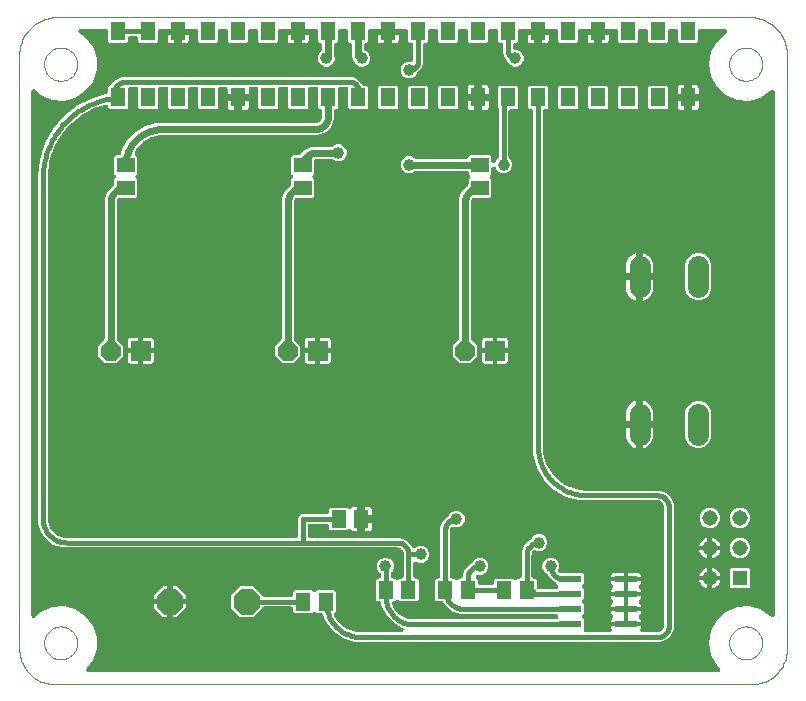
<source format=gbl>
G04 EAGLE Gerber RS-274X export*
G75*
%MOIN*%
%FSLAX34Y34*%
%LPD*%
%INBottom copper*%
%IPPOS*%
%AMOC8*
5,1,8,0,0,1.08239X$1,22.5*%
G01*
%ADD10C,0.000000*%
%ADD11R,0.050000X0.061811*%
%ADD12R,0.066000X0.066000*%
%ADD13P,0.071438X8X22.500000*%
%ADD14R,0.059055X0.051181*%
%ADD15C,0.070500*%
%ADD16P,0.092003X8X22.500000*%
%ADD17R,0.051181X0.059055*%
%ADD18R,0.078000X0.022000*%
%ADD19R,0.051496X0.051496*%
%ADD20C,0.051496*%
%ADD21C,0.016000*%
%ADD22C,0.024000*%
%ADD23C,0.039622*%

G36*
X23296Y401D02*
X23296Y401D01*
X23298Y401D01*
X23304Y402D01*
X23310Y402D01*
X23312Y403D01*
X23314Y403D01*
X23319Y405D01*
X23325Y407D01*
X23327Y408D01*
X23329Y409D01*
X23334Y412D01*
X23339Y415D01*
X23340Y416D01*
X23342Y417D01*
X23346Y421D01*
X23351Y425D01*
X23352Y426D01*
X23354Y428D01*
X23357Y432D01*
X23361Y437D01*
X23362Y439D01*
X23363Y441D01*
X23365Y446D01*
X23368Y451D01*
X23368Y453D01*
X23369Y455D01*
X23371Y461D01*
X23372Y466D01*
X23372Y468D01*
X23373Y470D01*
X23373Y476D01*
X23373Y482D01*
X23373Y484D01*
X23373Y486D01*
X23372Y492D01*
X23371Y498D01*
X23371Y500D01*
X23370Y502D01*
X23368Y507D01*
X23366Y513D01*
X23365Y514D01*
X23364Y516D01*
X23361Y521D01*
X23358Y526D01*
X23357Y528D01*
X23356Y530D01*
X23349Y537D01*
X23348Y538D01*
X23250Y629D01*
X23059Y982D01*
X22992Y1378D01*
X23059Y1774D01*
X23250Y2127D01*
X23545Y2399D01*
X23913Y2561D01*
X24313Y2594D01*
X24703Y2495D01*
X25039Y2276D01*
X25048Y2264D01*
X25052Y2260D01*
X25055Y2256D01*
X25057Y2254D01*
X25059Y2253D01*
X25063Y2249D01*
X25068Y2246D01*
X25070Y2245D01*
X25072Y2244D01*
X25077Y2241D01*
X25082Y2239D01*
X25084Y2238D01*
X25086Y2237D01*
X25092Y2236D01*
X25097Y2235D01*
X25099Y2234D01*
X25102Y2234D01*
X25107Y2234D01*
X25113Y2233D01*
X25115Y2234D01*
X25117Y2234D01*
X25123Y2235D01*
X25128Y2235D01*
X25131Y2236D01*
X25133Y2237D01*
X25138Y2239D01*
X25143Y2240D01*
X25145Y2242D01*
X25148Y2243D01*
X25152Y2246D01*
X25157Y2248D01*
X25159Y2250D01*
X25161Y2251D01*
X25165Y2255D01*
X25169Y2259D01*
X25170Y2261D01*
X25172Y2263D01*
X25175Y2267D01*
X25178Y2271D01*
X25179Y2274D01*
X25181Y2276D01*
X25183Y2281D01*
X25185Y2286D01*
X25186Y2288D01*
X25187Y2290D01*
X25188Y2296D01*
X25189Y2301D01*
X25189Y2304D01*
X25190Y2306D01*
X25189Y2308D01*
X25190Y2313D01*
X25190Y19735D01*
X25189Y19740D01*
X25189Y19745D01*
X25188Y19748D01*
X25188Y19750D01*
X25187Y19755D01*
X25185Y19761D01*
X25184Y19763D01*
X25184Y19765D01*
X25181Y19770D01*
X25179Y19775D01*
X25177Y19777D01*
X25176Y19779D01*
X25173Y19783D01*
X25169Y19788D01*
X25168Y19789D01*
X25166Y19791D01*
X25162Y19795D01*
X25158Y19798D01*
X25156Y19800D01*
X25154Y19801D01*
X25149Y19804D01*
X25144Y19806D01*
X25142Y19807D01*
X25140Y19808D01*
X25134Y19810D01*
X25129Y19812D01*
X25127Y19812D01*
X25124Y19813D01*
X25119Y19813D01*
X25114Y19814D01*
X25111Y19814D01*
X25109Y19814D01*
X25103Y19813D01*
X25098Y19813D01*
X25095Y19812D01*
X25093Y19812D01*
X25088Y19810D01*
X25083Y19809D01*
X25080Y19808D01*
X25078Y19807D01*
X25073Y19804D01*
X25068Y19802D01*
X25066Y19800D01*
X25064Y19799D01*
X25060Y19795D01*
X25056Y19792D01*
X25054Y19790D01*
X25052Y19788D01*
X25051Y19787D01*
X25048Y19783D01*
X25039Y19772D01*
X24703Y19552D01*
X24313Y19453D01*
X23913Y19486D01*
X23545Y19648D01*
X23250Y19920D01*
X23059Y20273D01*
X22992Y20669D01*
X23059Y21065D01*
X23250Y21419D01*
X23545Y21691D01*
X23547Y21692D01*
X23553Y21695D01*
X23560Y21699D01*
X23561Y21699D01*
X23566Y21704D01*
X23572Y21709D01*
X23573Y21710D01*
X23577Y21715D01*
X23582Y21721D01*
X23582Y21722D01*
X23586Y21729D01*
X23589Y21735D01*
X23589Y21736D01*
X23591Y21743D01*
X23593Y21750D01*
X23593Y21751D01*
X23594Y21759D01*
X23594Y21766D01*
X23594Y21767D01*
X23593Y21774D01*
X23592Y21782D01*
X23592Y21783D01*
X23590Y21790D01*
X23587Y21797D01*
X23587Y21798D01*
X23583Y21804D01*
X23580Y21810D01*
X23579Y21811D01*
X23574Y21817D01*
X23569Y21822D01*
X23569Y21823D01*
X23568Y21823D01*
X23562Y21827D01*
X23557Y21832D01*
X23556Y21832D01*
X23549Y21835D01*
X23542Y21839D01*
X23541Y21839D01*
X23534Y21841D01*
X23527Y21842D01*
X23526Y21843D01*
X23524Y21843D01*
X23515Y21843D01*
X22705Y21843D01*
X22704Y21843D01*
X22703Y21843D01*
X22696Y21842D01*
X22690Y21842D01*
X22689Y21841D01*
X22688Y21841D01*
X22681Y21839D01*
X22674Y21837D01*
X22673Y21836D01*
X22667Y21833D01*
X22661Y21830D01*
X22660Y21829D01*
X22659Y21828D01*
X22654Y21824D01*
X22649Y21819D01*
X22648Y21819D01*
X22647Y21818D01*
X22643Y21813D01*
X22639Y21807D01*
X22638Y21806D01*
X22638Y21805D01*
X22635Y21799D01*
X22632Y21793D01*
X22631Y21792D01*
X22631Y21791D01*
X22629Y21785D01*
X22627Y21778D01*
X22627Y21777D01*
X22627Y21776D01*
X22626Y21764D01*
X22626Y21433D01*
X22579Y21386D01*
X22012Y21386D01*
X21965Y21433D01*
X21965Y21764D01*
X21964Y21765D01*
X21965Y21766D01*
X21964Y21773D01*
X21963Y21780D01*
X21963Y21781D01*
X21963Y21782D01*
X21960Y21788D01*
X21958Y21795D01*
X21958Y21796D01*
X21958Y21797D01*
X21954Y21803D01*
X21951Y21809D01*
X21950Y21809D01*
X21950Y21810D01*
X21945Y21816D01*
X21941Y21821D01*
X21940Y21821D01*
X21939Y21822D01*
X21934Y21826D01*
X21928Y21831D01*
X21927Y21831D01*
X21927Y21832D01*
X21920Y21835D01*
X21914Y21838D01*
X21913Y21838D01*
X21912Y21839D01*
X21906Y21840D01*
X21899Y21842D01*
X21898Y21842D01*
X21897Y21842D01*
X21885Y21843D01*
X21705Y21843D01*
X21704Y21843D01*
X21703Y21843D01*
X21696Y21842D01*
X21690Y21842D01*
X21689Y21841D01*
X21688Y21841D01*
X21681Y21839D01*
X21674Y21837D01*
X21673Y21836D01*
X21667Y21833D01*
X21661Y21830D01*
X21660Y21829D01*
X21659Y21828D01*
X21654Y21824D01*
X21649Y21819D01*
X21648Y21819D01*
X21647Y21818D01*
X21643Y21813D01*
X21639Y21807D01*
X21638Y21806D01*
X21638Y21805D01*
X21635Y21799D01*
X21632Y21793D01*
X21631Y21792D01*
X21631Y21791D01*
X21629Y21785D01*
X21627Y21778D01*
X21627Y21777D01*
X21627Y21776D01*
X21626Y21764D01*
X21626Y21433D01*
X21579Y21386D01*
X21012Y21386D01*
X20965Y21433D01*
X20965Y21764D01*
X20964Y21765D01*
X20965Y21766D01*
X20964Y21773D01*
X20963Y21780D01*
X20963Y21781D01*
X20963Y21782D01*
X20960Y21788D01*
X20958Y21795D01*
X20958Y21796D01*
X20958Y21797D01*
X20954Y21803D01*
X20951Y21809D01*
X20950Y21809D01*
X20950Y21810D01*
X20945Y21816D01*
X20941Y21821D01*
X20940Y21821D01*
X20939Y21822D01*
X20934Y21826D01*
X20928Y21831D01*
X20927Y21831D01*
X20927Y21832D01*
X20920Y21835D01*
X20914Y21838D01*
X20913Y21838D01*
X20912Y21839D01*
X20906Y21840D01*
X20899Y21842D01*
X20898Y21842D01*
X20897Y21842D01*
X20885Y21843D01*
X20705Y21843D01*
X20704Y21843D01*
X20703Y21843D01*
X20696Y21842D01*
X20690Y21842D01*
X20689Y21841D01*
X20688Y21841D01*
X20681Y21839D01*
X20674Y21837D01*
X20673Y21836D01*
X20667Y21833D01*
X20661Y21830D01*
X20660Y21829D01*
X20659Y21828D01*
X20654Y21824D01*
X20649Y21819D01*
X20648Y21819D01*
X20647Y21818D01*
X20643Y21813D01*
X20639Y21807D01*
X20638Y21806D01*
X20638Y21805D01*
X20635Y21799D01*
X20632Y21793D01*
X20631Y21792D01*
X20631Y21791D01*
X20629Y21785D01*
X20627Y21778D01*
X20627Y21777D01*
X20627Y21776D01*
X20626Y21764D01*
X20626Y21433D01*
X20579Y21386D01*
X20012Y21386D01*
X19965Y21433D01*
X19965Y21764D01*
X19964Y21765D01*
X19965Y21766D01*
X19964Y21773D01*
X19963Y21780D01*
X19963Y21781D01*
X19963Y21782D01*
X19960Y21788D01*
X19958Y21795D01*
X19958Y21796D01*
X19958Y21797D01*
X19954Y21803D01*
X19951Y21809D01*
X19950Y21809D01*
X19950Y21810D01*
X19945Y21816D01*
X19941Y21821D01*
X19940Y21821D01*
X19939Y21822D01*
X19934Y21826D01*
X19928Y21831D01*
X19927Y21831D01*
X19927Y21832D01*
X19920Y21835D01*
X19914Y21838D01*
X19913Y21838D01*
X19912Y21839D01*
X19906Y21840D01*
X19899Y21842D01*
X19898Y21842D01*
X19897Y21842D01*
X19885Y21843D01*
X19340Y21843D01*
X19339Y21843D01*
X19338Y21843D01*
X19331Y21842D01*
X19325Y21842D01*
X19324Y21841D01*
X19323Y21841D01*
X19316Y21839D01*
X19310Y21837D01*
X19309Y21837D01*
X19308Y21836D01*
X19302Y21833D01*
X19296Y21830D01*
X19295Y21829D01*
X19293Y21831D01*
X19292Y21831D01*
X19292Y21832D01*
X19285Y21835D01*
X19279Y21838D01*
X19278Y21838D01*
X19277Y21839D01*
X19271Y21840D01*
X19264Y21842D01*
X19263Y21842D01*
X19262Y21842D01*
X19250Y21843D01*
X18705Y21843D01*
X18704Y21843D01*
X18703Y21843D01*
X18696Y21842D01*
X18690Y21842D01*
X18689Y21841D01*
X18688Y21841D01*
X18681Y21839D01*
X18674Y21837D01*
X18673Y21836D01*
X18667Y21833D01*
X18661Y21830D01*
X18660Y21829D01*
X18659Y21828D01*
X18654Y21824D01*
X18649Y21819D01*
X18648Y21819D01*
X18647Y21818D01*
X18643Y21813D01*
X18639Y21807D01*
X18638Y21806D01*
X18638Y21805D01*
X18635Y21799D01*
X18632Y21793D01*
X18631Y21792D01*
X18631Y21791D01*
X18629Y21785D01*
X18627Y21778D01*
X18627Y21777D01*
X18627Y21776D01*
X18626Y21764D01*
X18626Y21433D01*
X18579Y21386D01*
X18012Y21386D01*
X17965Y21433D01*
X17965Y21764D01*
X17964Y21765D01*
X17965Y21766D01*
X17964Y21773D01*
X17963Y21780D01*
X17963Y21781D01*
X17963Y21782D01*
X17960Y21788D01*
X17958Y21795D01*
X17958Y21796D01*
X17958Y21797D01*
X17954Y21803D01*
X17951Y21809D01*
X17950Y21809D01*
X17950Y21810D01*
X17945Y21816D01*
X17941Y21821D01*
X17940Y21821D01*
X17939Y21822D01*
X17934Y21826D01*
X17928Y21831D01*
X17927Y21831D01*
X17927Y21832D01*
X17920Y21835D01*
X17914Y21838D01*
X17913Y21838D01*
X17912Y21839D01*
X17906Y21840D01*
X17899Y21842D01*
X17898Y21842D01*
X17897Y21842D01*
X17885Y21843D01*
X17340Y21843D01*
X17339Y21843D01*
X17338Y21843D01*
X17331Y21842D01*
X17325Y21842D01*
X17324Y21841D01*
X17323Y21841D01*
X17316Y21839D01*
X17310Y21837D01*
X17309Y21837D01*
X17308Y21836D01*
X17302Y21833D01*
X17296Y21830D01*
X17295Y21829D01*
X17293Y21831D01*
X17292Y21831D01*
X17292Y21832D01*
X17285Y21835D01*
X17279Y21838D01*
X17278Y21838D01*
X17277Y21839D01*
X17271Y21840D01*
X17264Y21842D01*
X17263Y21842D01*
X17262Y21842D01*
X17250Y21843D01*
X16705Y21843D01*
X16704Y21843D01*
X16703Y21843D01*
X16696Y21842D01*
X16690Y21842D01*
X16689Y21841D01*
X16688Y21841D01*
X16681Y21839D01*
X16674Y21837D01*
X16673Y21836D01*
X16667Y21833D01*
X16661Y21830D01*
X16660Y21829D01*
X16659Y21828D01*
X16654Y21824D01*
X16649Y21819D01*
X16648Y21819D01*
X16647Y21818D01*
X16643Y21813D01*
X16639Y21807D01*
X16638Y21806D01*
X16638Y21805D01*
X16635Y21799D01*
X16632Y21793D01*
X16631Y21792D01*
X16631Y21791D01*
X16629Y21785D01*
X16627Y21778D01*
X16627Y21777D01*
X16627Y21776D01*
X16626Y21764D01*
X16626Y21433D01*
X16579Y21386D01*
X16535Y21386D01*
X16534Y21386D01*
X16533Y21386D01*
X16526Y21385D01*
X16520Y21384D01*
X16519Y21384D01*
X16518Y21384D01*
X16511Y21382D01*
X16504Y21380D01*
X16504Y21379D01*
X16503Y21379D01*
X16497Y21375D01*
X16491Y21372D01*
X16490Y21371D01*
X16489Y21371D01*
X16484Y21366D01*
X16479Y21362D01*
X16478Y21361D01*
X16477Y21360D01*
X16473Y21355D01*
X16469Y21350D01*
X16468Y21349D01*
X16468Y21348D01*
X16465Y21342D01*
X16462Y21336D01*
X16461Y21335D01*
X16461Y21334D01*
X16459Y21327D01*
X16457Y21320D01*
X16457Y21319D01*
X16457Y21318D01*
X16456Y21307D01*
X16456Y21224D01*
X16456Y21223D01*
X16456Y21222D01*
X16457Y21215D01*
X16458Y21209D01*
X16458Y21208D01*
X16458Y21207D01*
X16460Y21200D01*
X16462Y21193D01*
X16463Y21193D01*
X16463Y21192D01*
X16466Y21186D01*
X16470Y21180D01*
X16470Y21179D01*
X16471Y21178D01*
X16475Y21173D01*
X16480Y21168D01*
X16481Y21167D01*
X16481Y21166D01*
X16487Y21162D01*
X16492Y21158D01*
X16493Y21157D01*
X16494Y21157D01*
X16500Y21154D01*
X16506Y21150D01*
X16507Y21150D01*
X16508Y21150D01*
X16515Y21148D01*
X16521Y21146D01*
X16522Y21146D01*
X16523Y21146D01*
X16535Y21145D01*
X16591Y21145D01*
X16693Y21103D01*
X16772Y21024D01*
X16814Y20922D01*
X16814Y20811D01*
X16772Y20708D01*
X16693Y20630D01*
X16591Y20587D01*
X16480Y20587D01*
X16377Y20630D01*
X16299Y20708D01*
X16257Y20809D01*
X16256Y20810D01*
X16256Y20812D01*
X16253Y20817D01*
X16250Y20823D01*
X16249Y20824D01*
X16248Y20826D01*
X16240Y20835D01*
X16196Y20879D01*
X16135Y21027D01*
X16135Y21307D01*
X16134Y21308D01*
X16135Y21308D01*
X16134Y21315D01*
X16133Y21322D01*
X16133Y21323D01*
X16133Y21324D01*
X16130Y21331D01*
X16128Y21337D01*
X16128Y21338D01*
X16128Y21339D01*
X16124Y21345D01*
X16121Y21351D01*
X16120Y21352D01*
X16120Y21353D01*
X16115Y21358D01*
X16111Y21363D01*
X16110Y21364D01*
X16109Y21365D01*
X16104Y21369D01*
X16098Y21373D01*
X16097Y21374D01*
X16090Y21377D01*
X16084Y21380D01*
X16083Y21381D01*
X16082Y21381D01*
X16076Y21383D01*
X16069Y21385D01*
X16068Y21385D01*
X16067Y21385D01*
X16055Y21386D01*
X16012Y21386D01*
X15965Y21433D01*
X15965Y21764D01*
X15964Y21765D01*
X15965Y21766D01*
X15964Y21773D01*
X15963Y21780D01*
X15963Y21781D01*
X15963Y21782D01*
X15960Y21788D01*
X15958Y21795D01*
X15958Y21796D01*
X15958Y21797D01*
X15954Y21803D01*
X15951Y21809D01*
X15950Y21809D01*
X15950Y21810D01*
X15945Y21816D01*
X15941Y21821D01*
X15940Y21821D01*
X15939Y21822D01*
X15934Y21826D01*
X15928Y21831D01*
X15927Y21831D01*
X15927Y21832D01*
X15920Y21835D01*
X15914Y21838D01*
X15913Y21838D01*
X15912Y21839D01*
X15906Y21840D01*
X15899Y21842D01*
X15898Y21842D01*
X15897Y21842D01*
X15885Y21843D01*
X15705Y21843D01*
X15704Y21843D01*
X15703Y21843D01*
X15696Y21842D01*
X15690Y21842D01*
X15689Y21841D01*
X15688Y21841D01*
X15681Y21839D01*
X15674Y21837D01*
X15673Y21836D01*
X15667Y21833D01*
X15661Y21830D01*
X15660Y21829D01*
X15659Y21828D01*
X15654Y21824D01*
X15649Y21819D01*
X15648Y21819D01*
X15647Y21818D01*
X15643Y21813D01*
X15639Y21807D01*
X15638Y21806D01*
X15638Y21805D01*
X15635Y21799D01*
X15632Y21793D01*
X15631Y21792D01*
X15631Y21791D01*
X15629Y21785D01*
X15627Y21778D01*
X15627Y21777D01*
X15627Y21776D01*
X15626Y21764D01*
X15626Y21433D01*
X15579Y21386D01*
X15012Y21386D01*
X14965Y21433D01*
X14965Y21764D01*
X14964Y21765D01*
X14965Y21766D01*
X14964Y21773D01*
X14963Y21780D01*
X14963Y21781D01*
X14963Y21782D01*
X14960Y21788D01*
X14958Y21795D01*
X14958Y21796D01*
X14958Y21797D01*
X14954Y21803D01*
X14951Y21809D01*
X14950Y21809D01*
X14950Y21810D01*
X14945Y21816D01*
X14941Y21821D01*
X14940Y21821D01*
X14939Y21822D01*
X14934Y21826D01*
X14928Y21831D01*
X14927Y21831D01*
X14927Y21832D01*
X14920Y21835D01*
X14914Y21838D01*
X14913Y21838D01*
X14912Y21839D01*
X14906Y21840D01*
X14899Y21842D01*
X14898Y21842D01*
X14897Y21842D01*
X14885Y21843D01*
X14705Y21843D01*
X14704Y21843D01*
X14703Y21843D01*
X14696Y21842D01*
X14690Y21842D01*
X14689Y21841D01*
X14688Y21841D01*
X14681Y21839D01*
X14674Y21837D01*
X14673Y21836D01*
X14667Y21833D01*
X14661Y21830D01*
X14660Y21829D01*
X14659Y21828D01*
X14654Y21824D01*
X14649Y21819D01*
X14648Y21819D01*
X14647Y21818D01*
X14643Y21813D01*
X14639Y21807D01*
X14638Y21806D01*
X14638Y21805D01*
X14635Y21799D01*
X14632Y21793D01*
X14631Y21792D01*
X14631Y21791D01*
X14629Y21785D01*
X14627Y21778D01*
X14627Y21777D01*
X14627Y21776D01*
X14626Y21764D01*
X14626Y21433D01*
X14579Y21386D01*
X14012Y21386D01*
X13965Y21433D01*
X13965Y21764D01*
X13964Y21765D01*
X13965Y21766D01*
X13964Y21773D01*
X13963Y21780D01*
X13963Y21781D01*
X13963Y21782D01*
X13960Y21788D01*
X13958Y21795D01*
X13958Y21796D01*
X13958Y21797D01*
X13954Y21803D01*
X13951Y21809D01*
X13950Y21809D01*
X13950Y21810D01*
X13945Y21816D01*
X13941Y21821D01*
X13940Y21821D01*
X13939Y21822D01*
X13934Y21826D01*
X13928Y21831D01*
X13927Y21831D01*
X13927Y21832D01*
X13920Y21835D01*
X13914Y21838D01*
X13913Y21838D01*
X13912Y21839D01*
X13906Y21840D01*
X13899Y21842D01*
X13898Y21842D01*
X13897Y21842D01*
X13885Y21843D01*
X13705Y21843D01*
X13704Y21843D01*
X13703Y21843D01*
X13696Y21842D01*
X13690Y21842D01*
X13689Y21841D01*
X13688Y21841D01*
X13681Y21839D01*
X13674Y21837D01*
X13673Y21836D01*
X13667Y21833D01*
X13661Y21830D01*
X13660Y21829D01*
X13659Y21828D01*
X13654Y21824D01*
X13649Y21819D01*
X13648Y21819D01*
X13647Y21818D01*
X13643Y21813D01*
X13639Y21807D01*
X13638Y21806D01*
X13638Y21805D01*
X13635Y21799D01*
X13632Y21793D01*
X13631Y21792D01*
X13631Y21791D01*
X13629Y21785D01*
X13627Y21778D01*
X13627Y21777D01*
X13627Y21776D01*
X13626Y21764D01*
X13626Y21433D01*
X13579Y21386D01*
X13535Y21386D01*
X13534Y21386D01*
X13533Y21386D01*
X13526Y21385D01*
X13520Y21384D01*
X13519Y21384D01*
X13518Y21384D01*
X13511Y21382D01*
X13504Y21380D01*
X13504Y21379D01*
X13503Y21379D01*
X13497Y21375D01*
X13491Y21372D01*
X13490Y21371D01*
X13489Y21371D01*
X13484Y21366D01*
X13479Y21362D01*
X13478Y21361D01*
X13477Y21360D01*
X13473Y21355D01*
X13469Y21350D01*
X13468Y21349D01*
X13468Y21348D01*
X13465Y21342D01*
X13462Y21336D01*
X13461Y21335D01*
X13461Y21334D01*
X13459Y21327D01*
X13457Y21320D01*
X13457Y21319D01*
X13457Y21318D01*
X13456Y21307D01*
X13456Y20683D01*
X13385Y20513D01*
X13269Y20396D01*
X13268Y20395D01*
X13267Y20394D01*
X13263Y20389D01*
X13259Y20384D01*
X13258Y20383D01*
X13257Y20381D01*
X13252Y20371D01*
X13229Y20314D01*
X13150Y20236D01*
X13048Y20194D01*
X12937Y20194D01*
X12834Y20236D01*
X12756Y20314D01*
X12713Y20417D01*
X12713Y20528D01*
X12756Y20630D01*
X12834Y20709D01*
X12937Y20751D01*
X13055Y20751D01*
X13056Y20751D01*
X13057Y20751D01*
X13064Y20752D01*
X13071Y20753D01*
X13072Y20753D01*
X13073Y20753D01*
X13079Y20755D01*
X13086Y20758D01*
X13087Y20758D01*
X13088Y20758D01*
X13094Y20762D01*
X13100Y20765D01*
X13101Y20766D01*
X13102Y20766D01*
X13107Y20771D01*
X13112Y20775D01*
X13113Y20776D01*
X13113Y20777D01*
X13118Y20782D01*
X13122Y20788D01*
X13123Y20789D01*
X13126Y20795D01*
X13129Y20802D01*
X13129Y20803D01*
X13130Y20803D01*
X13131Y20810D01*
X13133Y20817D01*
X13133Y20818D01*
X13134Y20819D01*
X13135Y20831D01*
X13135Y21307D01*
X13134Y21308D01*
X13135Y21308D01*
X13134Y21315D01*
X13133Y21322D01*
X13133Y21323D01*
X13133Y21324D01*
X13130Y21331D01*
X13128Y21337D01*
X13128Y21338D01*
X13128Y21339D01*
X13124Y21345D01*
X13121Y21351D01*
X13120Y21352D01*
X13120Y21353D01*
X13115Y21358D01*
X13111Y21363D01*
X13110Y21364D01*
X13109Y21365D01*
X13104Y21369D01*
X13098Y21373D01*
X13097Y21374D01*
X13090Y21377D01*
X13084Y21380D01*
X13083Y21381D01*
X13082Y21381D01*
X13076Y21383D01*
X13069Y21385D01*
X13068Y21385D01*
X13067Y21385D01*
X13055Y21386D01*
X13012Y21386D01*
X12965Y21433D01*
X12965Y21764D01*
X12964Y21765D01*
X12965Y21766D01*
X12964Y21773D01*
X12963Y21780D01*
X12963Y21781D01*
X12963Y21782D01*
X12960Y21788D01*
X12958Y21795D01*
X12958Y21796D01*
X12958Y21797D01*
X12954Y21803D01*
X12951Y21809D01*
X12950Y21809D01*
X12950Y21810D01*
X12945Y21816D01*
X12941Y21821D01*
X12940Y21821D01*
X12939Y21822D01*
X12934Y21826D01*
X12928Y21831D01*
X12927Y21831D01*
X12927Y21832D01*
X12920Y21835D01*
X12914Y21838D01*
X12913Y21838D01*
X12912Y21839D01*
X12906Y21840D01*
X12899Y21842D01*
X12898Y21842D01*
X12897Y21842D01*
X12885Y21843D01*
X12340Y21843D01*
X12339Y21843D01*
X12338Y21843D01*
X12331Y21842D01*
X12325Y21842D01*
X12324Y21841D01*
X12323Y21841D01*
X12316Y21839D01*
X12310Y21837D01*
X12309Y21837D01*
X12308Y21836D01*
X12302Y21833D01*
X12296Y21830D01*
X12295Y21829D01*
X12293Y21831D01*
X12292Y21831D01*
X12292Y21832D01*
X12285Y21835D01*
X12279Y21838D01*
X12278Y21838D01*
X12277Y21839D01*
X12271Y21840D01*
X12264Y21842D01*
X12263Y21842D01*
X12262Y21842D01*
X12250Y21843D01*
X11705Y21843D01*
X11704Y21843D01*
X11703Y21843D01*
X11696Y21842D01*
X11690Y21842D01*
X11689Y21841D01*
X11688Y21841D01*
X11681Y21839D01*
X11674Y21837D01*
X11673Y21836D01*
X11667Y21833D01*
X11661Y21830D01*
X11660Y21829D01*
X11659Y21828D01*
X11654Y21824D01*
X11649Y21819D01*
X11648Y21819D01*
X11647Y21818D01*
X11643Y21813D01*
X11639Y21807D01*
X11638Y21806D01*
X11638Y21805D01*
X11635Y21799D01*
X11632Y21793D01*
X11631Y21792D01*
X11631Y21791D01*
X11629Y21785D01*
X11627Y21778D01*
X11627Y21777D01*
X11627Y21776D01*
X11626Y21764D01*
X11626Y21433D01*
X11579Y21386D01*
X11575Y21386D01*
X11574Y21386D01*
X11573Y21386D01*
X11566Y21385D01*
X11560Y21384D01*
X11559Y21384D01*
X11558Y21384D01*
X11551Y21382D01*
X11544Y21380D01*
X11544Y21379D01*
X11543Y21379D01*
X11537Y21375D01*
X11531Y21372D01*
X11530Y21371D01*
X11529Y21371D01*
X11524Y21366D01*
X11519Y21362D01*
X11518Y21361D01*
X11517Y21360D01*
X11513Y21355D01*
X11509Y21350D01*
X11508Y21349D01*
X11508Y21348D01*
X11505Y21342D01*
X11502Y21336D01*
X11501Y21335D01*
X11501Y21334D01*
X11499Y21327D01*
X11497Y21320D01*
X11497Y21319D01*
X11497Y21318D01*
X11496Y21307D01*
X11496Y21188D01*
X11496Y21187D01*
X11496Y21186D01*
X11497Y21179D01*
X11498Y21173D01*
X11498Y21171D01*
X11498Y21170D01*
X11500Y21164D01*
X11502Y21158D01*
X11503Y21156D01*
X11503Y21155D01*
X11507Y21150D01*
X11510Y21144D01*
X11511Y21143D01*
X11511Y21142D01*
X11516Y21137D01*
X11520Y21132D01*
X11521Y21131D01*
X11522Y21130D01*
X11527Y21126D01*
X11532Y21122D01*
X11533Y21121D01*
X11534Y21120D01*
X11545Y21115D01*
X11575Y21103D01*
X11654Y21024D01*
X11696Y20922D01*
X11696Y20811D01*
X11654Y20708D01*
X11575Y20630D01*
X11473Y20587D01*
X11362Y20587D01*
X11259Y20630D01*
X11181Y20708D01*
X11138Y20813D01*
X11137Y20818D01*
X11137Y20819D01*
X11137Y20820D01*
X11135Y20827D01*
X11133Y20833D01*
X11132Y20834D01*
X11132Y20835D01*
X11131Y20837D01*
X11128Y20844D01*
X11095Y20902D01*
X11095Y21307D01*
X11094Y21308D01*
X11095Y21308D01*
X11094Y21315D01*
X11093Y21322D01*
X11093Y21323D01*
X11093Y21324D01*
X11090Y21331D01*
X11088Y21337D01*
X11088Y21338D01*
X11088Y21339D01*
X11084Y21345D01*
X11081Y21351D01*
X11080Y21352D01*
X11080Y21353D01*
X11075Y21358D01*
X11071Y21363D01*
X11070Y21364D01*
X11069Y21365D01*
X11064Y21369D01*
X11058Y21373D01*
X11057Y21374D01*
X11050Y21377D01*
X11044Y21380D01*
X11043Y21381D01*
X11042Y21381D01*
X11036Y21383D01*
X11029Y21385D01*
X11028Y21385D01*
X11027Y21385D01*
X11015Y21386D01*
X11012Y21386D01*
X10965Y21433D01*
X10965Y21764D01*
X10964Y21765D01*
X10965Y21766D01*
X10964Y21773D01*
X10963Y21780D01*
X10963Y21781D01*
X10963Y21782D01*
X10960Y21788D01*
X10958Y21795D01*
X10958Y21796D01*
X10958Y21797D01*
X10954Y21803D01*
X10951Y21809D01*
X10950Y21809D01*
X10950Y21810D01*
X10945Y21816D01*
X10941Y21821D01*
X10940Y21821D01*
X10939Y21822D01*
X10934Y21826D01*
X10928Y21831D01*
X10927Y21831D01*
X10927Y21832D01*
X10920Y21835D01*
X10914Y21838D01*
X10913Y21838D01*
X10912Y21839D01*
X10906Y21840D01*
X10899Y21842D01*
X10898Y21842D01*
X10897Y21842D01*
X10885Y21843D01*
X10705Y21843D01*
X10704Y21843D01*
X10703Y21843D01*
X10696Y21842D01*
X10690Y21842D01*
X10689Y21841D01*
X10688Y21841D01*
X10681Y21839D01*
X10674Y21837D01*
X10673Y21836D01*
X10667Y21833D01*
X10661Y21830D01*
X10660Y21829D01*
X10659Y21828D01*
X10654Y21824D01*
X10649Y21819D01*
X10648Y21819D01*
X10647Y21818D01*
X10643Y21813D01*
X10639Y21807D01*
X10638Y21806D01*
X10638Y21805D01*
X10635Y21799D01*
X10632Y21793D01*
X10631Y21792D01*
X10631Y21791D01*
X10629Y21785D01*
X10627Y21778D01*
X10627Y21777D01*
X10627Y21776D01*
X10626Y21764D01*
X10626Y21433D01*
X10579Y21386D01*
X10575Y21386D01*
X10574Y21386D01*
X10573Y21386D01*
X10566Y21385D01*
X10560Y21384D01*
X10559Y21384D01*
X10558Y21384D01*
X10551Y21382D01*
X10544Y21380D01*
X10544Y21379D01*
X10543Y21379D01*
X10537Y21375D01*
X10531Y21372D01*
X10530Y21371D01*
X10529Y21371D01*
X10524Y21366D01*
X10519Y21362D01*
X10518Y21361D01*
X10517Y21360D01*
X10513Y21355D01*
X10509Y21350D01*
X10508Y21349D01*
X10508Y21348D01*
X10505Y21342D01*
X10502Y21336D01*
X10501Y21335D01*
X10501Y21334D01*
X10499Y21327D01*
X10497Y21320D01*
X10497Y21319D01*
X10497Y21318D01*
X10496Y21307D01*
X10496Y20983D01*
X10496Y20982D01*
X10496Y20980D01*
X10497Y20974D01*
X10498Y20968D01*
X10498Y20966D01*
X10498Y20964D01*
X10502Y20953D01*
X10515Y20922D01*
X10515Y20811D01*
X10473Y20708D01*
X10394Y20630D01*
X10292Y20587D01*
X10181Y20587D01*
X10078Y20630D01*
X10000Y20708D01*
X9957Y20811D01*
X9957Y20922D01*
X10000Y21024D01*
X10071Y21096D01*
X10072Y21097D01*
X10073Y21098D01*
X10077Y21103D01*
X10081Y21108D01*
X10082Y21109D01*
X10083Y21110D01*
X10086Y21116D01*
X10089Y21122D01*
X10089Y21123D01*
X10090Y21125D01*
X10091Y21131D01*
X10093Y21137D01*
X10093Y21138D01*
X10094Y21140D01*
X10095Y21152D01*
X10095Y21307D01*
X10094Y21308D01*
X10095Y21308D01*
X10094Y21315D01*
X10093Y21322D01*
X10093Y21323D01*
X10093Y21324D01*
X10090Y21331D01*
X10088Y21337D01*
X10088Y21338D01*
X10088Y21339D01*
X10084Y21345D01*
X10081Y21351D01*
X10080Y21352D01*
X10080Y21353D01*
X10075Y21358D01*
X10071Y21363D01*
X10070Y21364D01*
X10069Y21365D01*
X10064Y21369D01*
X10058Y21373D01*
X10057Y21374D01*
X10050Y21377D01*
X10044Y21380D01*
X10043Y21381D01*
X10042Y21381D01*
X10036Y21383D01*
X10029Y21385D01*
X10028Y21385D01*
X10027Y21385D01*
X10015Y21386D01*
X10012Y21386D01*
X9965Y21433D01*
X9965Y21764D01*
X9964Y21765D01*
X9965Y21766D01*
X9964Y21773D01*
X9963Y21780D01*
X9963Y21781D01*
X9963Y21782D01*
X9960Y21788D01*
X9958Y21795D01*
X9958Y21796D01*
X9958Y21797D01*
X9954Y21803D01*
X9951Y21809D01*
X9950Y21809D01*
X9950Y21810D01*
X9945Y21816D01*
X9941Y21821D01*
X9940Y21821D01*
X9939Y21822D01*
X9934Y21826D01*
X9928Y21831D01*
X9927Y21831D01*
X9927Y21832D01*
X9920Y21835D01*
X9914Y21838D01*
X9913Y21838D01*
X9912Y21839D01*
X9906Y21840D01*
X9899Y21842D01*
X9898Y21842D01*
X9897Y21842D01*
X9885Y21843D01*
X9340Y21843D01*
X9339Y21843D01*
X9338Y21843D01*
X9331Y21842D01*
X9325Y21842D01*
X9324Y21841D01*
X9323Y21841D01*
X9316Y21839D01*
X9310Y21837D01*
X9309Y21837D01*
X9308Y21836D01*
X9302Y21833D01*
X9296Y21830D01*
X9295Y21829D01*
X9293Y21831D01*
X9292Y21831D01*
X9292Y21832D01*
X9285Y21835D01*
X9279Y21838D01*
X9278Y21838D01*
X9277Y21839D01*
X9271Y21840D01*
X9264Y21842D01*
X9263Y21842D01*
X9262Y21842D01*
X9250Y21843D01*
X8705Y21843D01*
X8704Y21843D01*
X8703Y21843D01*
X8696Y21842D01*
X8690Y21842D01*
X8689Y21841D01*
X8688Y21841D01*
X8681Y21839D01*
X8674Y21837D01*
X8673Y21836D01*
X8667Y21833D01*
X8661Y21830D01*
X8660Y21829D01*
X8659Y21828D01*
X8654Y21824D01*
X8649Y21819D01*
X8648Y21819D01*
X8647Y21818D01*
X8643Y21813D01*
X8639Y21807D01*
X8638Y21806D01*
X8638Y21805D01*
X8635Y21799D01*
X8632Y21793D01*
X8631Y21792D01*
X8631Y21791D01*
X8629Y21785D01*
X8627Y21778D01*
X8627Y21777D01*
X8627Y21776D01*
X8626Y21764D01*
X8626Y21433D01*
X8579Y21386D01*
X8012Y21386D01*
X7965Y21433D01*
X7965Y21764D01*
X7964Y21765D01*
X7965Y21766D01*
X7964Y21773D01*
X7963Y21780D01*
X7963Y21781D01*
X7963Y21782D01*
X7960Y21788D01*
X7958Y21795D01*
X7958Y21796D01*
X7958Y21797D01*
X7954Y21803D01*
X7951Y21809D01*
X7950Y21809D01*
X7950Y21810D01*
X7945Y21816D01*
X7941Y21821D01*
X7940Y21821D01*
X7939Y21822D01*
X7934Y21826D01*
X7928Y21831D01*
X7927Y21831D01*
X7927Y21832D01*
X7920Y21835D01*
X7914Y21838D01*
X7913Y21838D01*
X7912Y21839D01*
X7906Y21840D01*
X7899Y21842D01*
X7898Y21842D01*
X7897Y21842D01*
X7885Y21843D01*
X7705Y21843D01*
X7704Y21843D01*
X7703Y21843D01*
X7696Y21842D01*
X7690Y21842D01*
X7689Y21841D01*
X7688Y21841D01*
X7681Y21839D01*
X7674Y21837D01*
X7673Y21836D01*
X7667Y21833D01*
X7661Y21830D01*
X7660Y21829D01*
X7659Y21828D01*
X7654Y21824D01*
X7649Y21819D01*
X7648Y21819D01*
X7647Y21818D01*
X7643Y21813D01*
X7639Y21807D01*
X7638Y21806D01*
X7638Y21805D01*
X7635Y21799D01*
X7632Y21793D01*
X7631Y21792D01*
X7631Y21791D01*
X7629Y21785D01*
X7627Y21778D01*
X7627Y21777D01*
X7627Y21776D01*
X7626Y21764D01*
X7626Y21433D01*
X7579Y21386D01*
X7012Y21386D01*
X6965Y21433D01*
X6965Y21764D01*
X6964Y21765D01*
X6965Y21766D01*
X6964Y21773D01*
X6963Y21780D01*
X6963Y21781D01*
X6963Y21782D01*
X6960Y21788D01*
X6958Y21795D01*
X6958Y21796D01*
X6958Y21797D01*
X6954Y21803D01*
X6951Y21809D01*
X6950Y21809D01*
X6950Y21810D01*
X6945Y21816D01*
X6941Y21821D01*
X6940Y21821D01*
X6939Y21822D01*
X6934Y21826D01*
X6928Y21831D01*
X6927Y21831D01*
X6927Y21832D01*
X6920Y21835D01*
X6914Y21838D01*
X6913Y21838D01*
X6912Y21839D01*
X6906Y21840D01*
X6899Y21842D01*
X6898Y21842D01*
X6897Y21842D01*
X6885Y21843D01*
X6705Y21843D01*
X6704Y21843D01*
X6703Y21843D01*
X6696Y21842D01*
X6690Y21842D01*
X6689Y21841D01*
X6688Y21841D01*
X6681Y21839D01*
X6674Y21837D01*
X6673Y21836D01*
X6667Y21833D01*
X6661Y21830D01*
X6660Y21829D01*
X6659Y21828D01*
X6654Y21824D01*
X6649Y21819D01*
X6648Y21819D01*
X6647Y21818D01*
X6643Y21813D01*
X6639Y21807D01*
X6638Y21806D01*
X6638Y21805D01*
X6635Y21799D01*
X6632Y21793D01*
X6631Y21792D01*
X6631Y21791D01*
X6629Y21785D01*
X6627Y21778D01*
X6627Y21777D01*
X6627Y21776D01*
X6626Y21764D01*
X6626Y21433D01*
X6579Y21386D01*
X6012Y21386D01*
X5965Y21433D01*
X5965Y21764D01*
X5964Y21765D01*
X5965Y21766D01*
X5964Y21773D01*
X5963Y21780D01*
X5963Y21781D01*
X5963Y21782D01*
X5960Y21788D01*
X5958Y21795D01*
X5958Y21796D01*
X5958Y21797D01*
X5954Y21803D01*
X5951Y21809D01*
X5950Y21809D01*
X5950Y21810D01*
X5945Y21816D01*
X5941Y21821D01*
X5940Y21821D01*
X5939Y21822D01*
X5934Y21826D01*
X5928Y21831D01*
X5927Y21831D01*
X5927Y21832D01*
X5920Y21835D01*
X5914Y21838D01*
X5913Y21838D01*
X5912Y21839D01*
X5906Y21840D01*
X5899Y21842D01*
X5898Y21842D01*
X5897Y21842D01*
X5885Y21843D01*
X5340Y21843D01*
X5339Y21843D01*
X5338Y21843D01*
X5331Y21842D01*
X5325Y21842D01*
X5324Y21841D01*
X5323Y21841D01*
X5316Y21839D01*
X5310Y21837D01*
X5309Y21837D01*
X5308Y21836D01*
X5302Y21833D01*
X5296Y21830D01*
X5295Y21829D01*
X5293Y21831D01*
X5292Y21831D01*
X5292Y21832D01*
X5285Y21835D01*
X5279Y21838D01*
X5278Y21838D01*
X5277Y21839D01*
X5271Y21840D01*
X5264Y21842D01*
X5263Y21842D01*
X5262Y21842D01*
X5250Y21843D01*
X4705Y21843D01*
X4704Y21843D01*
X4703Y21843D01*
X4696Y21842D01*
X4690Y21842D01*
X4689Y21841D01*
X4688Y21841D01*
X4681Y21839D01*
X4674Y21837D01*
X4673Y21836D01*
X4667Y21833D01*
X4661Y21830D01*
X4660Y21829D01*
X4659Y21828D01*
X4654Y21824D01*
X4649Y21819D01*
X4648Y21819D01*
X4647Y21818D01*
X4643Y21813D01*
X4639Y21807D01*
X4638Y21806D01*
X4638Y21805D01*
X4635Y21799D01*
X4632Y21793D01*
X4631Y21792D01*
X4631Y21791D01*
X4629Y21785D01*
X4627Y21778D01*
X4627Y21777D01*
X4627Y21776D01*
X4626Y21764D01*
X4626Y21433D01*
X4579Y21386D01*
X4012Y21386D01*
X3965Y21433D01*
X3965Y21536D01*
X3964Y21537D01*
X3965Y21538D01*
X3964Y21544D01*
X3963Y21551D01*
X3963Y21552D01*
X3963Y21553D01*
X3960Y21560D01*
X3958Y21566D01*
X3958Y21567D01*
X3958Y21568D01*
X3954Y21574D01*
X3951Y21580D01*
X3950Y21581D01*
X3950Y21582D01*
X3945Y21587D01*
X3941Y21592D01*
X3940Y21593D01*
X3939Y21594D01*
X3934Y21598D01*
X3928Y21602D01*
X3927Y21603D01*
X3920Y21606D01*
X3914Y21609D01*
X3913Y21610D01*
X3912Y21610D01*
X3906Y21612D01*
X3899Y21614D01*
X3898Y21614D01*
X3897Y21614D01*
X3885Y21615D01*
X3705Y21615D01*
X3704Y21615D01*
X3703Y21615D01*
X3696Y21614D01*
X3690Y21613D01*
X3689Y21613D01*
X3688Y21613D01*
X3681Y21611D01*
X3674Y21609D01*
X3674Y21608D01*
X3673Y21608D01*
X3667Y21604D01*
X3661Y21601D01*
X3660Y21600D01*
X3659Y21600D01*
X3654Y21595D01*
X3649Y21591D01*
X3648Y21590D01*
X3647Y21590D01*
X3643Y21584D01*
X3639Y21579D01*
X3638Y21578D01*
X3638Y21577D01*
X3635Y21571D01*
X3632Y21565D01*
X3631Y21564D01*
X3631Y21563D01*
X3629Y21556D01*
X3627Y21549D01*
X3627Y21548D01*
X3627Y21547D01*
X3626Y21536D01*
X3626Y21433D01*
X3579Y21386D01*
X3012Y21386D01*
X2965Y21433D01*
X2965Y21764D01*
X2964Y21765D01*
X2965Y21766D01*
X2964Y21773D01*
X2963Y21780D01*
X2963Y21781D01*
X2963Y21782D01*
X2960Y21788D01*
X2958Y21795D01*
X2958Y21796D01*
X2958Y21797D01*
X2954Y21803D01*
X2951Y21809D01*
X2950Y21809D01*
X2950Y21810D01*
X2945Y21816D01*
X2941Y21821D01*
X2940Y21821D01*
X2939Y21822D01*
X2934Y21826D01*
X2928Y21831D01*
X2927Y21831D01*
X2927Y21832D01*
X2920Y21835D01*
X2914Y21838D01*
X2913Y21838D01*
X2912Y21839D01*
X2906Y21840D01*
X2899Y21842D01*
X2898Y21842D01*
X2897Y21842D01*
X2885Y21843D01*
X2047Y21843D01*
X2046Y21843D01*
X2039Y21842D01*
X2032Y21842D01*
X2031Y21842D01*
X2030Y21841D01*
X2024Y21839D01*
X2017Y21837D01*
X2016Y21837D01*
X2015Y21837D01*
X2009Y21833D01*
X2003Y21830D01*
X2002Y21829D01*
X1996Y21824D01*
X1991Y21819D01*
X1990Y21819D01*
X1990Y21818D01*
X1985Y21813D01*
X1981Y21807D01*
X1981Y21806D01*
X1980Y21806D01*
X1977Y21799D01*
X1974Y21793D01*
X1974Y21792D01*
X1973Y21792D01*
X1971Y21785D01*
X1969Y21778D01*
X1969Y21777D01*
X1969Y21776D01*
X1969Y21769D01*
X1968Y21762D01*
X1968Y21761D01*
X1969Y21754D01*
X1970Y21746D01*
X1971Y21745D01*
X1973Y21738D01*
X1975Y21732D01*
X1976Y21731D01*
X1976Y21730D01*
X1980Y21724D01*
X1983Y21718D01*
X1984Y21717D01*
X1989Y21711D01*
X1994Y21706D01*
X1995Y21705D01*
X2004Y21698D01*
X2204Y21567D01*
X2451Y21250D01*
X2581Y20870D01*
X2581Y20468D01*
X2451Y20089D01*
X2204Y19772D01*
X1868Y19552D01*
X1479Y19453D01*
X1078Y19486D01*
X711Y19648D01*
X534Y19811D01*
X528Y19815D01*
X523Y19819D01*
X522Y19820D01*
X521Y19820D01*
X515Y19823D01*
X509Y19826D01*
X508Y19826D01*
X507Y19827D01*
X500Y19829D01*
X494Y19830D01*
X493Y19831D01*
X492Y19831D01*
X485Y19831D01*
X478Y19832D01*
X477Y19831D01*
X476Y19832D01*
X469Y19831D01*
X462Y19830D01*
X461Y19829D01*
X460Y19829D01*
X454Y19827D01*
X447Y19825D01*
X446Y19824D01*
X445Y19824D01*
X440Y19820D01*
X434Y19817D01*
X433Y19816D01*
X432Y19815D01*
X427Y19811D01*
X422Y19806D01*
X421Y19805D01*
X420Y19805D01*
X416Y19799D01*
X412Y19794D01*
X412Y19793D01*
X411Y19792D01*
X408Y19786D01*
X406Y19780D01*
X405Y19778D01*
X405Y19777D01*
X403Y19771D01*
X402Y19764D01*
X402Y19763D01*
X401Y19762D01*
X401Y19759D01*
X401Y19752D01*
X401Y2295D01*
X401Y2288D01*
X402Y2281D01*
X402Y2280D01*
X402Y2279D01*
X404Y2273D01*
X406Y2266D01*
X407Y2265D01*
X407Y2264D01*
X410Y2258D01*
X413Y2252D01*
X414Y2251D01*
X415Y2250D01*
X419Y2245D01*
X423Y2240D01*
X424Y2239D01*
X425Y2238D01*
X430Y2234D01*
X435Y2230D01*
X436Y2229D01*
X437Y2228D01*
X443Y2225D01*
X449Y2222D01*
X450Y2222D01*
X451Y2221D01*
X458Y2219D01*
X464Y2217D01*
X465Y2217D01*
X466Y2217D01*
X473Y2216D01*
X480Y2216D01*
X481Y2216D01*
X482Y2216D01*
X489Y2216D01*
X495Y2217D01*
X496Y2217D01*
X498Y2218D01*
X504Y2220D01*
X510Y2222D01*
X511Y2222D01*
X513Y2223D01*
X518Y2226D01*
X524Y2229D01*
X525Y2230D01*
X526Y2230D01*
X528Y2232D01*
X534Y2237D01*
X711Y2399D01*
X1078Y2561D01*
X1479Y2594D01*
X1868Y2495D01*
X2204Y2276D01*
X2451Y1959D01*
X2581Y1579D01*
X2581Y1177D01*
X2451Y797D01*
X2242Y529D01*
X2240Y526D01*
X2238Y523D01*
X2236Y519D01*
X2234Y515D01*
X2232Y512D01*
X2231Y509D01*
X2230Y505D01*
X2228Y501D01*
X2227Y497D01*
X2226Y494D01*
X2226Y489D01*
X2225Y485D01*
X2226Y482D01*
X2225Y478D01*
X2226Y474D01*
X2226Y469D01*
X2227Y466D01*
X2227Y462D01*
X2229Y458D01*
X2230Y454D01*
X2231Y451D01*
X2232Y447D01*
X2234Y444D01*
X2236Y440D01*
X2238Y437D01*
X2240Y434D01*
X2243Y430D01*
X2246Y427D01*
X2248Y425D01*
X2251Y422D01*
X2254Y419D01*
X2257Y416D01*
X2260Y414D01*
X2263Y412D01*
X2267Y410D01*
X2271Y408D01*
X2274Y407D01*
X2277Y406D01*
X2282Y404D01*
X2286Y403D01*
X2289Y402D01*
X2293Y402D01*
X2299Y401D01*
X2301Y401D01*
X2303Y401D01*
X2305Y401D01*
X23294Y401D01*
X23296Y401D01*
G37*
%LPC*%
G36*
X11185Y1414D02*
X11185Y1414D01*
X10781Y1545D01*
X10437Y1795D01*
X10187Y2139D01*
X10127Y2325D01*
X10125Y2329D01*
X10124Y2333D01*
X10122Y2336D01*
X10120Y2340D01*
X10118Y2343D01*
X10116Y2347D01*
X10113Y2350D01*
X10111Y2352D01*
X10108Y2355D01*
X10105Y2359D01*
X10102Y2361D01*
X10100Y2363D01*
X10096Y2366D01*
X10093Y2368D01*
X10089Y2370D01*
X10086Y2372D01*
X10082Y2373D01*
X10078Y2375D01*
X10075Y2376D01*
X10072Y2377D01*
X10067Y2378D01*
X10063Y2379D01*
X10059Y2379D01*
X10056Y2380D01*
X10054Y2380D01*
X10051Y2380D01*
X9927Y2380D01*
X9899Y2409D01*
X9898Y2409D01*
X9897Y2410D01*
X9892Y2414D01*
X9886Y2418D01*
X9885Y2419D01*
X9885Y2420D01*
X9878Y2423D01*
X9872Y2426D01*
X9871Y2426D01*
X9871Y2427D01*
X9864Y2428D01*
X9857Y2430D01*
X9856Y2430D01*
X9855Y2431D01*
X9848Y2431D01*
X9842Y2432D01*
X9841Y2432D01*
X9840Y2432D01*
X9833Y2431D01*
X9826Y2430D01*
X9825Y2430D01*
X9824Y2430D01*
X9817Y2427D01*
X9811Y2425D01*
X9810Y2425D01*
X9809Y2424D01*
X9803Y2421D01*
X9797Y2417D01*
X9796Y2417D01*
X9795Y2416D01*
X9786Y2409D01*
X9758Y2380D01*
X9179Y2380D01*
X9132Y2427D01*
X9132Y2516D01*
X9132Y2517D01*
X9132Y2518D01*
X9131Y2525D01*
X9130Y2532D01*
X9130Y2533D01*
X9130Y2534D01*
X9128Y2540D01*
X9126Y2547D01*
X9125Y2548D01*
X9121Y2554D01*
X9118Y2561D01*
X9117Y2561D01*
X9117Y2562D01*
X9112Y2567D01*
X9108Y2573D01*
X9107Y2573D01*
X9107Y2574D01*
X9101Y2578D01*
X9096Y2582D01*
X9095Y2583D01*
X9094Y2584D01*
X9088Y2587D01*
X9082Y2590D01*
X9081Y2590D01*
X9080Y2590D01*
X9073Y2592D01*
X9066Y2594D01*
X9065Y2594D01*
X9064Y2594D01*
X9053Y2595D01*
X8164Y2595D01*
X8163Y2595D01*
X8162Y2595D01*
X8155Y2594D01*
X8149Y2594D01*
X8148Y2593D01*
X8147Y2593D01*
X8140Y2591D01*
X8133Y2589D01*
X8133Y2588D01*
X8132Y2588D01*
X8126Y2585D01*
X8120Y2581D01*
X8119Y2581D01*
X8118Y2580D01*
X8113Y2576D01*
X8107Y2571D01*
X8107Y2570D01*
X8106Y2570D01*
X8102Y2564D01*
X8098Y2560D01*
X7789Y2250D01*
X7370Y2250D01*
X7073Y2546D01*
X7073Y2965D01*
X7370Y3262D01*
X7789Y3262D01*
X8098Y2952D01*
X8099Y2951D01*
X8100Y2950D01*
X8104Y2944D01*
X8109Y2939D01*
X8110Y2939D01*
X8110Y2938D01*
X8116Y2934D01*
X8121Y2929D01*
X8122Y2929D01*
X8123Y2928D01*
X8129Y2925D01*
X8135Y2922D01*
X8136Y2922D01*
X8137Y2921D01*
X8144Y2920D01*
X8150Y2918D01*
X8151Y2918D01*
X8152Y2918D01*
X8164Y2917D01*
X9053Y2917D01*
X9054Y2917D01*
X9055Y2917D01*
X9061Y2918D01*
X9068Y2918D01*
X9069Y2919D01*
X9070Y2919D01*
X9077Y2921D01*
X9083Y2923D01*
X9084Y2923D01*
X9085Y2924D01*
X9091Y2927D01*
X9097Y2930D01*
X9098Y2931D01*
X9099Y2932D01*
X9104Y2936D01*
X9109Y2941D01*
X9110Y2941D01*
X9111Y2942D01*
X9115Y2947D01*
X9119Y2953D01*
X9120Y2954D01*
X9120Y2955D01*
X9123Y2961D01*
X9126Y2967D01*
X9127Y2968D01*
X9127Y2969D01*
X9129Y2975D01*
X9131Y2982D01*
X9131Y2983D01*
X9131Y2984D01*
X9132Y2996D01*
X9132Y3085D01*
X9179Y3132D01*
X9758Y3132D01*
X9786Y3103D01*
X9787Y3103D01*
X9788Y3102D01*
X9793Y3098D01*
X9799Y3093D01*
X9800Y3093D01*
X9800Y3092D01*
X9807Y3089D01*
X9813Y3086D01*
X9814Y3086D01*
X9814Y3085D01*
X9821Y3083D01*
X9828Y3081D01*
X9829Y3081D01*
X9830Y3081D01*
X9837Y3081D01*
X9843Y3080D01*
X9844Y3080D01*
X9845Y3080D01*
X9852Y3081D01*
X9859Y3082D01*
X9860Y3082D01*
X9861Y3082D01*
X9868Y3085D01*
X9874Y3087D01*
X9875Y3087D01*
X9876Y3088D01*
X9882Y3091D01*
X9888Y3094D01*
X9889Y3095D01*
X9890Y3096D01*
X9899Y3103D01*
X9927Y3132D01*
X10506Y3132D01*
X10553Y3085D01*
X10553Y2427D01*
X10506Y2380D01*
X10505Y2378D01*
X10503Y2376D01*
X10500Y2372D01*
X10496Y2368D01*
X10495Y2366D01*
X10493Y2364D01*
X10491Y2359D01*
X10489Y2354D01*
X10488Y2352D01*
X10487Y2349D01*
X10486Y2344D01*
X10484Y2339D01*
X10484Y2336D01*
X10484Y2334D01*
X10484Y2328D01*
X10483Y2323D01*
X10483Y2321D01*
X10483Y2318D01*
X10484Y2313D01*
X10485Y2308D01*
X10486Y2305D01*
X10486Y2302D01*
X10488Y2298D01*
X10490Y2293D01*
X10491Y2290D01*
X10492Y2288D01*
X10496Y2281D01*
X10497Y2279D01*
X10498Y2278D01*
X10668Y2044D01*
X10672Y2039D01*
X10677Y2034D01*
X10678Y2033D01*
X10679Y2032D01*
X10681Y2030D01*
X10686Y2026D01*
X10924Y1853D01*
X10929Y1850D01*
X10935Y1847D01*
X10936Y1846D01*
X10937Y1845D01*
X10940Y1844D01*
X10946Y1842D01*
X11226Y1751D01*
X11229Y1750D01*
X11232Y1749D01*
X11239Y1748D01*
X11241Y1748D01*
X11243Y1748D01*
X11244Y1747D01*
X11391Y1736D01*
X11394Y1736D01*
X11398Y1736D01*
X12730Y1736D01*
X12733Y1736D01*
X12736Y1736D01*
X12741Y1737D01*
X12745Y1737D01*
X12748Y1738D01*
X12751Y1739D01*
X12756Y1740D01*
X12760Y1742D01*
X12763Y1743D01*
X12766Y1744D01*
X12770Y1747D01*
X12774Y1749D01*
X12777Y1751D01*
X12779Y1753D01*
X12783Y1756D01*
X12786Y1759D01*
X12788Y1762D01*
X12791Y1764D01*
X12793Y1768D01*
X12796Y1772D01*
X12798Y1775D01*
X12799Y1777D01*
X12801Y1782D01*
X12803Y1786D01*
X12804Y1789D01*
X12806Y1792D01*
X12806Y1796D01*
X12808Y1801D01*
X12808Y1804D01*
X12809Y1807D01*
X12809Y1812D01*
X12809Y1817D01*
X12809Y1820D01*
X12809Y1823D01*
X12808Y1828D01*
X12807Y1832D01*
X12806Y1835D01*
X12805Y1838D01*
X12803Y1843D01*
X12802Y1847D01*
X12800Y1850D01*
X12799Y1853D01*
X12796Y1857D01*
X12794Y1861D01*
X12792Y1863D01*
X12790Y1866D01*
X12787Y1869D01*
X12784Y1873D01*
X12781Y1875D01*
X12779Y1877D01*
X12773Y1881D01*
X12771Y1882D01*
X12770Y1883D01*
X12769Y1884D01*
X12457Y2062D01*
X12216Y2327D01*
X12070Y2652D01*
X12064Y2703D01*
X12063Y2707D01*
X12063Y2712D01*
X12061Y2715D01*
X12061Y2718D01*
X12059Y2723D01*
X12058Y2727D01*
X12056Y2730D01*
X12055Y2733D01*
X12052Y2737D01*
X12050Y2741D01*
X12047Y2743D01*
X12045Y2746D01*
X12042Y2749D01*
X12039Y2752D01*
X12037Y2754D01*
X12034Y2757D01*
X12030Y2759D01*
X12027Y2762D01*
X12024Y2763D01*
X12021Y2765D01*
X12017Y2767D01*
X12012Y2769D01*
X12009Y2770D01*
X12006Y2771D01*
X12002Y2772D01*
X11997Y2773D01*
X11993Y2773D01*
X11990Y2773D01*
X11988Y2773D01*
X11985Y2774D01*
X11935Y2774D01*
X11888Y2821D01*
X11888Y3478D01*
X11935Y3526D01*
X11984Y3526D01*
X11985Y3526D01*
X11986Y3526D01*
X11993Y3527D01*
X12000Y3527D01*
X12001Y3527D01*
X12002Y3528D01*
X12009Y3530D01*
X12015Y3532D01*
X12016Y3532D01*
X12017Y3533D01*
X12023Y3536D01*
X12029Y3539D01*
X12030Y3540D01*
X12031Y3541D01*
X12036Y3545D01*
X12041Y3550D01*
X12042Y3550D01*
X12042Y3551D01*
X12047Y3556D01*
X12051Y3562D01*
X12051Y3563D01*
X12052Y3564D01*
X12055Y3570D01*
X12058Y3576D01*
X12058Y3577D01*
X12059Y3578D01*
X12061Y3584D01*
X12062Y3591D01*
X12063Y3592D01*
X12063Y3593D01*
X12064Y3605D01*
X12064Y3651D01*
X12064Y3652D01*
X12064Y3653D01*
X12064Y3654D01*
X12063Y3660D01*
X12062Y3667D01*
X12062Y3668D01*
X12061Y3669D01*
X12059Y3675D01*
X12057Y3682D01*
X12057Y3683D01*
X12056Y3684D01*
X12053Y3690D01*
X12050Y3696D01*
X12049Y3697D01*
X12048Y3698D01*
X12040Y3707D01*
X11968Y3779D01*
X11926Y3882D01*
X11926Y3992D01*
X11968Y4095D01*
X12047Y4173D01*
X12149Y4216D01*
X12260Y4216D01*
X12363Y4173D01*
X12441Y4095D01*
X12484Y3992D01*
X12484Y3882D01*
X12441Y3779D01*
X12408Y3746D01*
X12407Y3745D01*
X12406Y3744D01*
X12402Y3739D01*
X12398Y3734D01*
X12398Y3733D01*
X12397Y3732D01*
X12394Y3726D01*
X12391Y3720D01*
X12391Y3719D01*
X12390Y3717D01*
X12388Y3711D01*
X12387Y3705D01*
X12386Y3704D01*
X12386Y3702D01*
X12385Y3690D01*
X12385Y3605D01*
X12385Y3604D01*
X12385Y3603D01*
X12386Y3596D01*
X12387Y3589D01*
X12387Y3588D01*
X12387Y3587D01*
X12389Y3581D01*
X12391Y3574D01*
X12392Y3573D01*
X12392Y3572D01*
X12396Y3566D01*
X12399Y3560D01*
X12400Y3559D01*
X12405Y3553D01*
X12409Y3548D01*
X12410Y3548D01*
X12410Y3547D01*
X12416Y3543D01*
X12421Y3538D01*
X12422Y3538D01*
X12423Y3537D01*
X12429Y3534D01*
X12435Y3531D01*
X12436Y3531D01*
X12437Y3530D01*
X12444Y3529D01*
X12451Y3527D01*
X12452Y3527D01*
X12453Y3527D01*
X12464Y3526D01*
X12514Y3526D01*
X12542Y3497D01*
X12543Y3496D01*
X12544Y3496D01*
X12549Y3491D01*
X12555Y3487D01*
X12556Y3486D01*
X12562Y3483D01*
X12569Y3480D01*
X12569Y3479D01*
X12570Y3479D01*
X12577Y3477D01*
X12584Y3475D01*
X12585Y3475D01*
X12586Y3475D01*
X12592Y3474D01*
X12599Y3474D01*
X12600Y3474D01*
X12601Y3474D01*
X12608Y3475D01*
X12615Y3476D01*
X12616Y3476D01*
X12617Y3476D01*
X12624Y3478D01*
X12630Y3480D01*
X12631Y3481D01*
X12632Y3481D01*
X12638Y3485D01*
X12644Y3488D01*
X12645Y3489D01*
X12654Y3497D01*
X12683Y3526D01*
X12732Y3526D01*
X12733Y3526D01*
X12734Y3526D01*
X12741Y3527D01*
X12748Y3527D01*
X12749Y3527D01*
X12750Y3528D01*
X12757Y3530D01*
X12763Y3532D01*
X12764Y3532D01*
X12765Y3533D01*
X12771Y3536D01*
X12777Y3539D01*
X12778Y3540D01*
X12779Y3541D01*
X12784Y3545D01*
X12789Y3550D01*
X12790Y3550D01*
X12791Y3551D01*
X12795Y3556D01*
X12799Y3562D01*
X12799Y3563D01*
X12800Y3564D01*
X12803Y3570D01*
X12806Y3576D01*
X12806Y3577D01*
X12807Y3578D01*
X12809Y3584D01*
X12810Y3591D01*
X12811Y3592D01*
X12811Y3593D01*
X12812Y3605D01*
X12812Y4350D01*
X12811Y4353D01*
X12811Y4358D01*
X12809Y4384D01*
X12808Y4390D01*
X12807Y4396D01*
X12806Y4398D01*
X12806Y4400D01*
X12805Y4402D01*
X12803Y4407D01*
X12783Y4455D01*
X12782Y4457D01*
X12782Y4458D01*
X12779Y4464D01*
X12776Y4469D01*
X12775Y4470D01*
X12774Y4472D01*
X12766Y4481D01*
X12729Y4518D01*
X12728Y4519D01*
X12726Y4520D01*
X12721Y4524D01*
X12717Y4528D01*
X12715Y4529D01*
X12714Y4530D01*
X12703Y4535D01*
X12655Y4555D01*
X12649Y4557D01*
X12644Y4559D01*
X12641Y4559D01*
X12640Y4560D01*
X12637Y4560D01*
X12632Y4561D01*
X12606Y4563D01*
X12604Y4563D01*
X12598Y4564D01*
X1425Y4564D01*
X1139Y4656D01*
X896Y4833D01*
X719Y5076D01*
X627Y5362D01*
X627Y16653D01*
X626Y16655D01*
X626Y16658D01*
X607Y16932D01*
X676Y17493D01*
X854Y18031D01*
X1134Y18523D01*
X1504Y18951D01*
X1950Y19298D01*
X2456Y19552D01*
X2906Y19677D01*
X2912Y19679D01*
X2918Y19681D01*
X2919Y19682D01*
X2921Y19682D01*
X2926Y19686D01*
X2932Y19689D01*
X2933Y19690D01*
X2934Y19691D01*
X2939Y19695D01*
X2943Y19699D01*
X2944Y19700D01*
X2946Y19702D01*
X2949Y19707D01*
X2953Y19712D01*
X2954Y19713D01*
X2955Y19715D01*
X2957Y19720D01*
X2960Y19726D01*
X2960Y19728D01*
X2961Y19729D01*
X2962Y19735D01*
X2964Y19741D01*
X2964Y19743D01*
X2964Y19745D01*
X2964Y19747D01*
X2965Y19753D01*
X2965Y19905D01*
X3013Y19954D01*
X3017Y19954D01*
X3018Y19955D01*
X3019Y19955D01*
X3026Y19957D01*
X3032Y19959D01*
X3033Y19960D01*
X3034Y19960D01*
X3040Y19963D01*
X3046Y19967D01*
X3047Y19967D01*
X3048Y19968D01*
X3053Y19972D01*
X3058Y19977D01*
X3059Y19978D01*
X3060Y19978D01*
X3064Y19984D01*
X3068Y19989D01*
X3068Y19990D01*
X3069Y19991D01*
X3073Y19999D01*
X3229Y20155D01*
X3433Y20239D01*
X11110Y20239D01*
X11269Y20174D01*
X11390Y20052D01*
X11411Y20002D01*
X11412Y20001D01*
X11412Y19999D01*
X11415Y19994D01*
X11418Y19988D01*
X11419Y19987D01*
X11420Y19986D01*
X11424Y19981D01*
X11429Y19976D01*
X11430Y19975D01*
X11430Y19974D01*
X11436Y19970D01*
X11441Y19966D01*
X11442Y19965D01*
X11443Y19964D01*
X11449Y19962D01*
X11455Y19958D01*
X11456Y19958D01*
X11457Y19958D01*
X11464Y19956D01*
X11470Y19954D01*
X11471Y19954D01*
X11472Y19954D01*
X11484Y19953D01*
X11579Y19953D01*
X11626Y19905D01*
X11626Y19220D01*
X11579Y19173D01*
X11012Y19173D01*
X10965Y19220D01*
X10965Y19839D01*
X10964Y19840D01*
X10965Y19841D01*
X10964Y19848D01*
X10963Y19854D01*
X10963Y19855D01*
X10963Y19856D01*
X10960Y19863D01*
X10958Y19870D01*
X10958Y19871D01*
X10954Y19877D01*
X10951Y19883D01*
X10950Y19884D01*
X10950Y19885D01*
X10945Y19890D01*
X10941Y19895D01*
X10940Y19896D01*
X10939Y19897D01*
X10934Y19901D01*
X10928Y19905D01*
X10927Y19906D01*
X10920Y19909D01*
X10914Y19913D01*
X10913Y19913D01*
X10912Y19913D01*
X10906Y19915D01*
X10899Y19917D01*
X10898Y19917D01*
X10897Y19917D01*
X10885Y19918D01*
X10705Y19918D01*
X10704Y19918D01*
X10703Y19918D01*
X10696Y19917D01*
X10690Y19916D01*
X10689Y19916D01*
X10688Y19916D01*
X10681Y19914D01*
X10674Y19912D01*
X10674Y19911D01*
X10673Y19911D01*
X10667Y19908D01*
X10661Y19904D01*
X10660Y19904D01*
X10659Y19903D01*
X10654Y19899D01*
X10649Y19894D01*
X10648Y19893D01*
X10647Y19893D01*
X10643Y19887D01*
X10639Y19882D01*
X10638Y19881D01*
X10638Y19880D01*
X10635Y19874D01*
X10632Y19868D01*
X10631Y19867D01*
X10631Y19866D01*
X10629Y19859D01*
X10627Y19853D01*
X10627Y19852D01*
X10627Y19851D01*
X10626Y19839D01*
X10626Y19220D01*
X10579Y19173D01*
X10575Y19173D01*
X10574Y19173D01*
X10573Y19173D01*
X10566Y19172D01*
X10560Y19172D01*
X10559Y19171D01*
X10558Y19171D01*
X10551Y19169D01*
X10544Y19167D01*
X10544Y19166D01*
X10543Y19166D01*
X10537Y19163D01*
X10531Y19159D01*
X10530Y19159D01*
X10529Y19158D01*
X10524Y19154D01*
X10519Y19149D01*
X10518Y19149D01*
X10517Y19148D01*
X10513Y19142D01*
X10509Y19137D01*
X10508Y19136D01*
X10508Y19135D01*
X10505Y19129D01*
X10502Y19123D01*
X10501Y19122D01*
X10501Y19121D01*
X10499Y19114D01*
X10497Y19108D01*
X10497Y19107D01*
X10497Y19106D01*
X10496Y19094D01*
X10496Y18827D01*
X10397Y18587D01*
X10213Y18403D01*
X9973Y18303D01*
X4744Y18303D01*
X4742Y18303D01*
X4739Y18303D01*
X4619Y18295D01*
X4617Y18295D01*
X4615Y18295D01*
X4603Y18293D01*
X4371Y18230D01*
X4367Y18229D01*
X4363Y18228D01*
X4359Y18226D01*
X4356Y18225D01*
X4355Y18224D01*
X4352Y18222D01*
X4144Y18102D01*
X4140Y18100D01*
X4137Y18097D01*
X4133Y18095D01*
X4131Y18093D01*
X4130Y18092D01*
X4128Y18090D01*
X3958Y17920D01*
X3955Y17916D01*
X3952Y17913D01*
X3949Y17909D01*
X3948Y17908D01*
X3947Y17906D01*
X3945Y17903D01*
X3852Y17743D01*
X3850Y17737D01*
X3847Y17731D01*
X3846Y17730D01*
X3846Y17728D01*
X3844Y17722D01*
X3843Y17716D01*
X3843Y17714D01*
X3842Y17713D01*
X3842Y17707D01*
X3842Y17700D01*
X3842Y17699D01*
X3842Y17697D01*
X3843Y17691D01*
X3844Y17684D01*
X3844Y17683D01*
X3845Y17682D01*
X3847Y17676D01*
X3849Y17670D01*
X3850Y17668D01*
X3850Y17667D01*
X3854Y17662D01*
X3857Y17656D01*
X3858Y17655D01*
X3859Y17654D01*
X3861Y17652D01*
X3865Y17647D01*
X3919Y17593D01*
X3919Y17014D01*
X3891Y16985D01*
X3890Y16984D01*
X3889Y16984D01*
X3885Y16978D01*
X3881Y16973D01*
X3880Y16972D01*
X3880Y16971D01*
X3877Y16965D01*
X3873Y16959D01*
X3873Y16958D01*
X3873Y16957D01*
X3871Y16951D01*
X3869Y16944D01*
X3869Y16943D01*
X3869Y16942D01*
X3868Y16935D01*
X3868Y16928D01*
X3868Y16927D01*
X3868Y16926D01*
X3868Y16919D01*
X3869Y16912D01*
X3870Y16912D01*
X3870Y16911D01*
X3872Y16904D01*
X3874Y16897D01*
X3875Y16897D01*
X3875Y16896D01*
X3878Y16890D01*
X3882Y16884D01*
X3882Y16883D01*
X3883Y16882D01*
X3891Y16873D01*
X3919Y16844D01*
X3919Y16266D01*
X3872Y16218D01*
X3345Y16218D01*
X3343Y16218D01*
X3342Y16218D01*
X3336Y16218D01*
X3329Y16217D01*
X3328Y16217D01*
X3326Y16216D01*
X3320Y16214D01*
X3314Y16212D01*
X3313Y16212D01*
X3312Y16211D01*
X3306Y16208D01*
X3300Y16205D01*
X3299Y16204D01*
X3298Y16203D01*
X3293Y16199D01*
X3288Y16195D01*
X3287Y16194D01*
X3286Y16193D01*
X3282Y16187D01*
X3278Y16182D01*
X3277Y16181D01*
X3277Y16180D01*
X3271Y16170D01*
X3254Y16128D01*
X3253Y16123D01*
X3251Y16118D01*
X3250Y16115D01*
X3250Y16113D01*
X3250Y16111D01*
X3249Y16106D01*
X3244Y16063D01*
X3244Y16060D01*
X3244Y16055D01*
X3244Y11535D01*
X3244Y11534D01*
X3244Y11532D01*
X3245Y11526D01*
X3246Y11519D01*
X3246Y11518D01*
X3246Y11516D01*
X3248Y11510D01*
X3250Y11504D01*
X3251Y11503D01*
X3251Y11502D01*
X3255Y11496D01*
X3258Y11490D01*
X3259Y11489D01*
X3260Y11488D01*
X3267Y11479D01*
X3454Y11292D01*
X3454Y10952D01*
X3213Y10711D01*
X2873Y10711D01*
X2633Y10952D01*
X2633Y11292D01*
X2819Y11479D01*
X2820Y11480D01*
X2821Y11481D01*
X2825Y11486D01*
X2829Y11491D01*
X2830Y11492D01*
X2831Y11494D01*
X2834Y11499D01*
X2837Y11505D01*
X2837Y11507D01*
X2838Y11508D01*
X2839Y11514D01*
X2841Y11520D01*
X2841Y11522D01*
X2842Y11523D01*
X2843Y11535D01*
X2843Y16195D01*
X2949Y16452D01*
X3144Y16647D01*
X3145Y16648D01*
X3146Y16649D01*
X3150Y16654D01*
X3154Y16659D01*
X3155Y16660D01*
X3156Y16662D01*
X3158Y16667D01*
X3161Y16673D01*
X3162Y16674D01*
X3162Y16676D01*
X3164Y16682D01*
X3166Y16688D01*
X3166Y16690D01*
X3166Y16691D01*
X3167Y16703D01*
X3167Y16844D01*
X3196Y16873D01*
X3197Y16874D01*
X3202Y16880D01*
X3206Y16885D01*
X3206Y16886D01*
X3207Y16887D01*
X3210Y16893D01*
X3213Y16899D01*
X3214Y16900D01*
X3214Y16901D01*
X3216Y16908D01*
X3218Y16914D01*
X3218Y16915D01*
X3218Y16916D01*
X3219Y16923D01*
X3219Y16930D01*
X3219Y16931D01*
X3219Y16932D01*
X3218Y16939D01*
X3217Y16946D01*
X3217Y16947D01*
X3217Y16948D01*
X3215Y16954D01*
X3213Y16961D01*
X3212Y16962D01*
X3212Y16963D01*
X3208Y16969D01*
X3205Y16975D01*
X3204Y16975D01*
X3204Y16976D01*
X3196Y16985D01*
X3167Y17014D01*
X3167Y17593D01*
X3215Y17640D01*
X3323Y17640D01*
X3329Y17640D01*
X3335Y17641D01*
X3337Y17641D01*
X3338Y17641D01*
X3344Y17643D01*
X3351Y17645D01*
X3352Y17646D01*
X3353Y17646D01*
X3359Y17649D01*
X3365Y17652D01*
X3366Y17653D01*
X3367Y17654D01*
X3372Y17658D01*
X3377Y17662D01*
X3378Y17663D01*
X3379Y17664D01*
X3383Y17669D01*
X3387Y17674D01*
X3388Y17675D01*
X3389Y17676D01*
X3392Y17682D01*
X3395Y17687D01*
X3396Y17689D01*
X3396Y17690D01*
X3397Y17693D01*
X3399Y17699D01*
X3438Y17844D01*
X3623Y18164D01*
X3884Y18425D01*
X4203Y18609D01*
X4560Y18705D01*
X9843Y18705D01*
X9845Y18705D01*
X9850Y18705D01*
X9884Y18708D01*
X9890Y18710D01*
X9895Y18710D01*
X9898Y18711D01*
X9899Y18711D01*
X9902Y18712D01*
X9907Y18714D01*
X9969Y18740D01*
X9970Y18741D01*
X9972Y18741D01*
X9977Y18744D01*
X9983Y18747D01*
X9984Y18748D01*
X9986Y18749D01*
X9995Y18757D01*
X10042Y18805D01*
X10043Y18805D01*
X10044Y18806D01*
X10045Y18807D01*
X10048Y18812D01*
X10052Y18817D01*
X10053Y18818D01*
X10053Y18819D01*
X10054Y18820D01*
X10059Y18830D01*
X10085Y18893D01*
X10087Y18898D01*
X10089Y18904D01*
X10089Y18906D01*
X10090Y18908D01*
X10090Y18910D01*
X10091Y18915D01*
X10094Y18949D01*
X10094Y18952D01*
X10095Y18957D01*
X10095Y19094D01*
X10094Y19095D01*
X10095Y19096D01*
X10094Y19103D01*
X10093Y19110D01*
X10093Y19111D01*
X10093Y19112D01*
X10090Y19118D01*
X10088Y19125D01*
X10088Y19126D01*
X10088Y19127D01*
X10084Y19133D01*
X10081Y19139D01*
X10080Y19139D01*
X10080Y19140D01*
X10075Y19145D01*
X10071Y19151D01*
X10070Y19151D01*
X10069Y19152D01*
X10064Y19156D01*
X10058Y19161D01*
X10057Y19161D01*
X10057Y19162D01*
X10050Y19165D01*
X10044Y19168D01*
X10043Y19168D01*
X10042Y19168D01*
X10036Y19170D01*
X10029Y19172D01*
X10028Y19172D01*
X10027Y19172D01*
X10015Y19173D01*
X10012Y19173D01*
X9965Y19220D01*
X9965Y19839D01*
X9964Y19840D01*
X9965Y19841D01*
X9964Y19848D01*
X9963Y19854D01*
X9963Y19855D01*
X9963Y19856D01*
X9960Y19863D01*
X9958Y19870D01*
X9958Y19871D01*
X9954Y19877D01*
X9951Y19883D01*
X9950Y19884D01*
X9950Y19885D01*
X9945Y19890D01*
X9941Y19895D01*
X9940Y19896D01*
X9939Y19897D01*
X9934Y19901D01*
X9928Y19905D01*
X9927Y19906D01*
X9920Y19909D01*
X9914Y19913D01*
X9913Y19913D01*
X9912Y19913D01*
X9906Y19915D01*
X9899Y19917D01*
X9898Y19917D01*
X9897Y19917D01*
X9885Y19918D01*
X9705Y19918D01*
X9704Y19918D01*
X9703Y19918D01*
X9696Y19917D01*
X9690Y19916D01*
X9689Y19916D01*
X9688Y19916D01*
X9681Y19914D01*
X9674Y19912D01*
X9674Y19911D01*
X9673Y19911D01*
X9667Y19908D01*
X9661Y19904D01*
X9660Y19904D01*
X9659Y19903D01*
X9654Y19899D01*
X9649Y19894D01*
X9648Y19893D01*
X9647Y19893D01*
X9643Y19887D01*
X9639Y19882D01*
X9638Y19881D01*
X9638Y19880D01*
X9635Y19874D01*
X9632Y19868D01*
X9631Y19867D01*
X9631Y19866D01*
X9629Y19859D01*
X9627Y19853D01*
X9627Y19852D01*
X9627Y19851D01*
X9626Y19839D01*
X9626Y19220D01*
X9579Y19173D01*
X9012Y19173D01*
X8965Y19220D01*
X8965Y19839D01*
X8964Y19840D01*
X8965Y19841D01*
X8964Y19848D01*
X8963Y19854D01*
X8963Y19855D01*
X8963Y19856D01*
X8960Y19863D01*
X8958Y19870D01*
X8958Y19871D01*
X8954Y19877D01*
X8951Y19883D01*
X8950Y19884D01*
X8950Y19885D01*
X8945Y19890D01*
X8941Y19895D01*
X8940Y19896D01*
X8939Y19897D01*
X8934Y19901D01*
X8928Y19905D01*
X8927Y19906D01*
X8920Y19909D01*
X8914Y19913D01*
X8913Y19913D01*
X8912Y19913D01*
X8906Y19915D01*
X8899Y19917D01*
X8898Y19917D01*
X8897Y19917D01*
X8885Y19918D01*
X8705Y19918D01*
X8704Y19918D01*
X8703Y19918D01*
X8696Y19917D01*
X8690Y19916D01*
X8689Y19916D01*
X8688Y19916D01*
X8681Y19914D01*
X8674Y19912D01*
X8674Y19911D01*
X8673Y19911D01*
X8667Y19908D01*
X8661Y19904D01*
X8660Y19904D01*
X8659Y19903D01*
X8654Y19899D01*
X8649Y19894D01*
X8648Y19893D01*
X8647Y19893D01*
X8643Y19887D01*
X8639Y19882D01*
X8638Y19881D01*
X8638Y19880D01*
X8635Y19874D01*
X8632Y19868D01*
X8631Y19867D01*
X8631Y19866D01*
X8629Y19859D01*
X8627Y19853D01*
X8627Y19852D01*
X8627Y19851D01*
X8626Y19839D01*
X8626Y19220D01*
X8579Y19173D01*
X8012Y19173D01*
X7965Y19220D01*
X7965Y19839D01*
X7964Y19840D01*
X7965Y19841D01*
X7964Y19848D01*
X7963Y19854D01*
X7963Y19855D01*
X7963Y19856D01*
X7960Y19863D01*
X7958Y19870D01*
X7958Y19871D01*
X7954Y19877D01*
X7951Y19883D01*
X7950Y19884D01*
X7950Y19885D01*
X7945Y19890D01*
X7941Y19895D01*
X7940Y19896D01*
X7939Y19897D01*
X7934Y19901D01*
X7928Y19905D01*
X7927Y19906D01*
X7920Y19909D01*
X7914Y19913D01*
X7913Y19913D01*
X7912Y19913D01*
X7906Y19915D01*
X7899Y19917D01*
X7898Y19917D01*
X7897Y19917D01*
X7885Y19918D01*
X7725Y19918D01*
X7724Y19918D01*
X7723Y19918D01*
X7716Y19917D01*
X7710Y19916D01*
X7709Y19916D01*
X7708Y19916D01*
X7701Y19914D01*
X7694Y19912D01*
X7694Y19911D01*
X7693Y19911D01*
X7687Y19908D01*
X7681Y19904D01*
X7680Y19904D01*
X7679Y19903D01*
X7674Y19899D01*
X7669Y19894D01*
X7668Y19893D01*
X7667Y19893D01*
X7663Y19887D01*
X7659Y19882D01*
X7658Y19881D01*
X7658Y19880D01*
X7655Y19874D01*
X7652Y19868D01*
X7651Y19867D01*
X7651Y19866D01*
X7649Y19859D01*
X7647Y19853D01*
X7647Y19852D01*
X7647Y19851D01*
X7646Y19839D01*
X7646Y19687D01*
X7340Y19687D01*
X7339Y19687D01*
X7338Y19687D01*
X7331Y19686D01*
X7325Y19686D01*
X7324Y19685D01*
X7323Y19685D01*
X7316Y19683D01*
X7310Y19681D01*
X7309Y19681D01*
X7308Y19680D01*
X7302Y19677D01*
X7296Y19673D01*
X7295Y19673D01*
X7293Y19675D01*
X7292Y19675D01*
X7292Y19676D01*
X7285Y19679D01*
X7279Y19682D01*
X7278Y19682D01*
X7277Y19682D01*
X7271Y19684D01*
X7264Y19686D01*
X7263Y19686D01*
X7262Y19686D01*
X7250Y19687D01*
X6945Y19687D01*
X6945Y19839D01*
X6944Y19840D01*
X6945Y19841D01*
X6944Y19848D01*
X6943Y19854D01*
X6943Y19855D01*
X6943Y19856D01*
X6940Y19863D01*
X6938Y19870D01*
X6938Y19871D01*
X6934Y19877D01*
X6931Y19883D01*
X6930Y19884D01*
X6930Y19885D01*
X6925Y19890D01*
X6921Y19895D01*
X6920Y19896D01*
X6919Y19897D01*
X6914Y19901D01*
X6908Y19905D01*
X6907Y19906D01*
X6900Y19909D01*
X6894Y19913D01*
X6893Y19913D01*
X6892Y19913D01*
X6886Y19915D01*
X6879Y19917D01*
X6878Y19917D01*
X6877Y19917D01*
X6865Y19918D01*
X6705Y19918D01*
X6704Y19918D01*
X6703Y19918D01*
X6696Y19917D01*
X6690Y19916D01*
X6689Y19916D01*
X6688Y19916D01*
X6681Y19914D01*
X6674Y19912D01*
X6674Y19911D01*
X6673Y19911D01*
X6667Y19908D01*
X6661Y19904D01*
X6660Y19904D01*
X6659Y19903D01*
X6654Y19899D01*
X6649Y19894D01*
X6648Y19893D01*
X6647Y19893D01*
X6643Y19887D01*
X6639Y19882D01*
X6638Y19881D01*
X6638Y19880D01*
X6635Y19874D01*
X6632Y19868D01*
X6631Y19867D01*
X6631Y19866D01*
X6629Y19859D01*
X6627Y19853D01*
X6627Y19852D01*
X6627Y19851D01*
X6626Y19839D01*
X6626Y19220D01*
X6579Y19173D01*
X6012Y19173D01*
X5965Y19220D01*
X5965Y19839D01*
X5964Y19840D01*
X5965Y19841D01*
X5964Y19848D01*
X5963Y19854D01*
X5963Y19855D01*
X5963Y19856D01*
X5960Y19863D01*
X5958Y19870D01*
X5958Y19871D01*
X5954Y19877D01*
X5951Y19883D01*
X5950Y19884D01*
X5950Y19885D01*
X5945Y19890D01*
X5941Y19895D01*
X5940Y19896D01*
X5939Y19897D01*
X5934Y19901D01*
X5928Y19905D01*
X5927Y19906D01*
X5920Y19909D01*
X5914Y19913D01*
X5913Y19913D01*
X5912Y19913D01*
X5906Y19915D01*
X5899Y19917D01*
X5898Y19917D01*
X5897Y19917D01*
X5885Y19918D01*
X5705Y19918D01*
X5704Y19918D01*
X5703Y19918D01*
X5696Y19917D01*
X5690Y19916D01*
X5689Y19916D01*
X5688Y19916D01*
X5681Y19914D01*
X5674Y19912D01*
X5674Y19911D01*
X5673Y19911D01*
X5667Y19908D01*
X5661Y19904D01*
X5660Y19904D01*
X5659Y19903D01*
X5654Y19899D01*
X5649Y19894D01*
X5648Y19893D01*
X5647Y19893D01*
X5643Y19887D01*
X5639Y19882D01*
X5638Y19881D01*
X5638Y19880D01*
X5635Y19874D01*
X5632Y19868D01*
X5631Y19867D01*
X5631Y19866D01*
X5629Y19859D01*
X5627Y19853D01*
X5627Y19852D01*
X5627Y19851D01*
X5626Y19839D01*
X5626Y19220D01*
X5579Y19173D01*
X5012Y19173D01*
X4965Y19220D01*
X4965Y19839D01*
X4964Y19840D01*
X4965Y19841D01*
X4964Y19848D01*
X4963Y19854D01*
X4963Y19855D01*
X4963Y19856D01*
X4960Y19863D01*
X4958Y19870D01*
X4958Y19871D01*
X4954Y19877D01*
X4951Y19883D01*
X4950Y19884D01*
X4950Y19885D01*
X4945Y19890D01*
X4941Y19895D01*
X4940Y19896D01*
X4939Y19897D01*
X4934Y19901D01*
X4928Y19905D01*
X4927Y19906D01*
X4920Y19909D01*
X4914Y19913D01*
X4913Y19913D01*
X4912Y19913D01*
X4906Y19915D01*
X4899Y19917D01*
X4898Y19917D01*
X4897Y19917D01*
X4885Y19918D01*
X4705Y19918D01*
X4704Y19918D01*
X4703Y19918D01*
X4696Y19917D01*
X4690Y19916D01*
X4689Y19916D01*
X4688Y19916D01*
X4681Y19914D01*
X4674Y19912D01*
X4674Y19911D01*
X4673Y19911D01*
X4667Y19908D01*
X4661Y19904D01*
X4660Y19904D01*
X4659Y19903D01*
X4654Y19899D01*
X4649Y19894D01*
X4648Y19893D01*
X4647Y19893D01*
X4643Y19887D01*
X4639Y19882D01*
X4638Y19881D01*
X4638Y19880D01*
X4635Y19874D01*
X4632Y19868D01*
X4631Y19867D01*
X4631Y19866D01*
X4629Y19859D01*
X4627Y19853D01*
X4627Y19852D01*
X4627Y19851D01*
X4626Y19839D01*
X4626Y19220D01*
X4579Y19173D01*
X4012Y19173D01*
X3965Y19220D01*
X3965Y19839D01*
X3964Y19840D01*
X3965Y19841D01*
X3964Y19848D01*
X3963Y19854D01*
X3963Y19855D01*
X3963Y19856D01*
X3960Y19863D01*
X3958Y19870D01*
X3958Y19871D01*
X3954Y19877D01*
X3951Y19883D01*
X3950Y19884D01*
X3950Y19885D01*
X3945Y19890D01*
X3941Y19895D01*
X3940Y19896D01*
X3939Y19897D01*
X3934Y19901D01*
X3928Y19905D01*
X3927Y19906D01*
X3920Y19909D01*
X3914Y19913D01*
X3913Y19913D01*
X3912Y19913D01*
X3906Y19915D01*
X3899Y19917D01*
X3898Y19917D01*
X3897Y19917D01*
X3885Y19918D01*
X3705Y19918D01*
X3704Y19918D01*
X3703Y19918D01*
X3696Y19917D01*
X3690Y19916D01*
X3689Y19916D01*
X3688Y19916D01*
X3681Y19914D01*
X3674Y19912D01*
X3674Y19911D01*
X3673Y19911D01*
X3667Y19908D01*
X3661Y19904D01*
X3660Y19904D01*
X3659Y19903D01*
X3654Y19899D01*
X3649Y19894D01*
X3648Y19893D01*
X3647Y19893D01*
X3643Y19887D01*
X3639Y19882D01*
X3638Y19881D01*
X3638Y19880D01*
X3635Y19874D01*
X3632Y19868D01*
X3631Y19867D01*
X3631Y19866D01*
X3629Y19859D01*
X3627Y19853D01*
X3627Y19852D01*
X3627Y19851D01*
X3626Y19839D01*
X3626Y19220D01*
X3579Y19173D01*
X3012Y19173D01*
X2965Y19220D01*
X2965Y19243D01*
X2964Y19246D01*
X2964Y19250D01*
X2963Y19254D01*
X2963Y19258D01*
X2962Y19262D01*
X2961Y19266D01*
X2960Y19270D01*
X2958Y19273D01*
X2957Y19277D01*
X2955Y19280D01*
X2953Y19284D01*
X2951Y19287D01*
X2948Y19290D01*
X2946Y19293D01*
X2943Y19296D01*
X2941Y19299D01*
X2938Y19302D01*
X2935Y19304D01*
X2932Y19307D01*
X2928Y19309D01*
X2925Y19311D01*
X2922Y19313D01*
X2918Y19315D01*
X2914Y19316D01*
X2911Y19317D01*
X2907Y19319D01*
X2903Y19320D01*
X2899Y19321D01*
X2895Y19321D01*
X2892Y19322D01*
X2887Y19322D01*
X2883Y19322D01*
X2880Y19321D01*
X2876Y19321D01*
X2870Y19320D01*
X2868Y19320D01*
X2866Y19320D01*
X2864Y19319D01*
X2584Y19242D01*
X2582Y19241D01*
X2580Y19241D01*
X2569Y19236D01*
X2136Y19019D01*
X2135Y19018D01*
X2133Y19017D01*
X2123Y19010D01*
X1741Y18713D01*
X1739Y18711D01*
X1738Y18710D01*
X1729Y18702D01*
X1413Y18335D01*
X1412Y18334D01*
X1410Y18333D01*
X1404Y18323D01*
X1164Y17901D01*
X1164Y17900D01*
X1163Y17898D01*
X1158Y17887D01*
X1006Y17427D01*
X1005Y17425D01*
X1005Y17424D01*
X1002Y17412D01*
X942Y16931D01*
X942Y16919D01*
X947Y16711D01*
X947Y16710D01*
X947Y16709D01*
X948Y16702D01*
X948Y16699D01*
X948Y16670D01*
X948Y16668D01*
X948Y16664D01*
X950Y16639D01*
X949Y16635D01*
X949Y16633D01*
X949Y16632D01*
X949Y16630D01*
X948Y16623D01*
X948Y5512D01*
X948Y5510D01*
X948Y5506D01*
X955Y5420D01*
X956Y5417D01*
X956Y5413D01*
X957Y5407D01*
X958Y5404D01*
X958Y5403D01*
X959Y5402D01*
X1012Y5239D01*
X1014Y5233D01*
X1017Y5227D01*
X1018Y5225D01*
X1018Y5224D01*
X1020Y5222D01*
X1023Y5217D01*
X1124Y5078D01*
X1128Y5073D01*
X1132Y5068D01*
X1133Y5067D01*
X1134Y5066D01*
X1136Y5065D01*
X1141Y5061D01*
X1280Y4960D01*
X1285Y4957D01*
X1291Y4953D01*
X1292Y4953D01*
X1293Y4952D01*
X1296Y4951D01*
X1302Y4949D01*
X1465Y4896D01*
X1468Y4895D01*
X1471Y4894D01*
X1477Y4893D01*
X1480Y4892D01*
X1481Y4892D01*
X1483Y4892D01*
X1569Y4885D01*
X1571Y4885D01*
X1575Y4885D01*
X9209Y4885D01*
X9210Y4885D01*
X9211Y4885D01*
X9218Y4886D01*
X9225Y4887D01*
X9226Y4887D01*
X9233Y4889D01*
X9240Y4891D01*
X9240Y4892D01*
X9241Y4892D01*
X9247Y4896D01*
X9253Y4899D01*
X9254Y4900D01*
X9255Y4900D01*
X9260Y4905D01*
X9266Y4909D01*
X9266Y4910D01*
X9267Y4910D01*
X9271Y4916D01*
X9275Y4921D01*
X9276Y4922D01*
X9276Y4923D01*
X9279Y4929D01*
X9283Y4935D01*
X9283Y4936D01*
X9283Y4937D01*
X9285Y4944D01*
X9287Y4951D01*
X9287Y4952D01*
X9287Y4953D01*
X9288Y4964D01*
X9288Y5544D01*
X9313Y5603D01*
X9358Y5648D01*
X9417Y5673D01*
X10234Y5673D01*
X10235Y5673D01*
X10236Y5673D01*
X10243Y5673D01*
X10249Y5674D01*
X10250Y5674D01*
X10251Y5675D01*
X10258Y5677D01*
X10264Y5679D01*
X10265Y5679D01*
X10266Y5680D01*
X10272Y5683D01*
X10278Y5686D01*
X10279Y5687D01*
X10280Y5687D01*
X10285Y5692D01*
X10290Y5696D01*
X10291Y5697D01*
X10292Y5698D01*
X10296Y5703D01*
X10300Y5709D01*
X10301Y5710D01*
X10304Y5717D01*
X10307Y5723D01*
X10308Y5724D01*
X10308Y5725D01*
X10310Y5731D01*
X10312Y5738D01*
X10312Y5739D01*
X10312Y5740D01*
X10313Y5752D01*
X10313Y5841D01*
X10360Y5888D01*
X10939Y5888D01*
X10953Y5873D01*
X10954Y5873D01*
X10955Y5872D01*
X10960Y5868D01*
X10966Y5863D01*
X10967Y5863D01*
X10967Y5862D01*
X10974Y5859D01*
X10980Y5856D01*
X10981Y5856D01*
X10981Y5855D01*
X10988Y5853D01*
X10995Y5852D01*
X10996Y5851D01*
X10997Y5851D01*
X11004Y5851D01*
X11010Y5850D01*
X11011Y5850D01*
X11012Y5850D01*
X11019Y5851D01*
X11026Y5852D01*
X11027Y5852D01*
X11028Y5852D01*
X11035Y5855D01*
X11041Y5857D01*
X11042Y5857D01*
X11043Y5858D01*
X11049Y5861D01*
X11055Y5864D01*
X11056Y5865D01*
X11057Y5866D01*
X11066Y5873D01*
X11080Y5888D01*
X11103Y5901D01*
X11128Y5908D01*
X11270Y5908D01*
X11270Y5560D01*
X11271Y5559D01*
X11270Y5558D01*
X11271Y5551D01*
X11272Y5544D01*
X11272Y5543D01*
X11272Y5542D01*
X11275Y5536D01*
X11277Y5529D01*
X11277Y5528D01*
X11277Y5527D01*
X11281Y5521D01*
X11284Y5515D01*
X11285Y5514D01*
X11287Y5512D01*
X11283Y5507D01*
X11283Y5506D01*
X11282Y5505D01*
X11279Y5499D01*
X11276Y5493D01*
X11276Y5492D01*
X11275Y5491D01*
X11274Y5484D01*
X11272Y5478D01*
X11272Y5477D01*
X11271Y5476D01*
X11270Y5464D01*
X11270Y5116D01*
X11128Y5116D01*
X11103Y5123D01*
X11080Y5136D01*
X11066Y5150D01*
X11065Y5151D01*
X11064Y5152D01*
X11059Y5156D01*
X11053Y5160D01*
X11052Y5161D01*
X11045Y5164D01*
X11039Y5168D01*
X11038Y5168D01*
X11031Y5170D01*
X11024Y5172D01*
X11023Y5172D01*
X11022Y5172D01*
X11015Y5173D01*
X11008Y5173D01*
X11007Y5173D01*
X11000Y5172D01*
X10993Y5172D01*
X10992Y5171D01*
X10991Y5171D01*
X10984Y5169D01*
X10978Y5167D01*
X10977Y5166D01*
X10976Y5166D01*
X10970Y5163D01*
X10964Y5159D01*
X10963Y5159D01*
X10962Y5158D01*
X10953Y5150D01*
X10939Y5136D01*
X10360Y5136D01*
X10313Y5183D01*
X10313Y5272D01*
X10313Y5273D01*
X10313Y5274D01*
X10312Y5281D01*
X10311Y5288D01*
X10311Y5289D01*
X10309Y5296D01*
X10307Y5303D01*
X10306Y5303D01*
X10306Y5304D01*
X10302Y5310D01*
X10299Y5316D01*
X10299Y5317D01*
X10298Y5318D01*
X10293Y5323D01*
X10289Y5329D01*
X10288Y5329D01*
X10288Y5330D01*
X10282Y5334D01*
X10277Y5338D01*
X10276Y5339D01*
X10275Y5339D01*
X10269Y5342D01*
X10263Y5346D01*
X10262Y5346D01*
X10261Y5346D01*
X10254Y5348D01*
X10247Y5350D01*
X10246Y5350D01*
X10234Y5351D01*
X9689Y5351D01*
X9688Y5351D01*
X9687Y5351D01*
X9680Y5350D01*
X9673Y5349D01*
X9672Y5349D01*
X9671Y5349D01*
X9665Y5347D01*
X9658Y5345D01*
X9657Y5344D01*
X9656Y5344D01*
X9650Y5341D01*
X9644Y5337D01*
X9643Y5337D01*
X9643Y5336D01*
X9637Y5332D01*
X9632Y5327D01*
X9631Y5326D01*
X9627Y5320D01*
X9622Y5315D01*
X9622Y5314D01*
X9621Y5313D01*
X9618Y5307D01*
X9615Y5301D01*
X9615Y5300D01*
X9614Y5299D01*
X9613Y5292D01*
X9611Y5286D01*
X9611Y5285D01*
X9610Y5284D01*
X9610Y5272D01*
X9610Y4964D01*
X9610Y4963D01*
X9610Y4962D01*
X9610Y4956D01*
X9611Y4949D01*
X9611Y4948D01*
X9612Y4947D01*
X9614Y4940D01*
X9616Y4934D01*
X9616Y4933D01*
X9617Y4932D01*
X9620Y4926D01*
X9623Y4920D01*
X9624Y4919D01*
X9624Y4918D01*
X9629Y4913D01*
X9633Y4908D01*
X9634Y4907D01*
X9635Y4906D01*
X9640Y4902D01*
X9646Y4898D01*
X9647Y4897D01*
X9654Y4894D01*
X9660Y4891D01*
X9661Y4890D01*
X9662Y4890D01*
X9668Y4888D01*
X9675Y4886D01*
X9676Y4886D01*
X9677Y4886D01*
X9689Y4885D01*
X12705Y4885D01*
X12901Y4804D01*
X13052Y4653D01*
X13083Y4577D01*
X13084Y4577D01*
X13084Y4576D01*
X13087Y4570D01*
X13091Y4564D01*
X13091Y4563D01*
X13091Y4562D01*
X13096Y4557D01*
X13101Y4551D01*
X13102Y4550D01*
X13107Y4546D01*
X13113Y4541D01*
X13114Y4541D01*
X13121Y4537D01*
X13127Y4534D01*
X13128Y4534D01*
X13135Y4532D01*
X13142Y4530D01*
X13143Y4530D01*
X13144Y4530D01*
X13151Y4529D01*
X13158Y4529D01*
X13159Y4529D01*
X13166Y4530D01*
X13174Y4530D01*
X13174Y4531D01*
X13175Y4531D01*
X13182Y4533D01*
X13189Y4535D01*
X13189Y4536D01*
X13190Y4536D01*
X13196Y4540D01*
X13202Y4543D01*
X13203Y4544D01*
X13212Y4552D01*
X13228Y4567D01*
X13330Y4610D01*
X13441Y4610D01*
X13544Y4567D01*
X13622Y4489D01*
X13665Y4386D01*
X13665Y4275D01*
X13622Y4173D01*
X13544Y4094D01*
X13441Y4052D01*
X13330Y4052D01*
X13243Y4088D01*
X13242Y4088D01*
X13241Y4089D01*
X13234Y4091D01*
X13228Y4093D01*
X13227Y4093D01*
X13226Y4093D01*
X13219Y4093D01*
X13212Y4094D01*
X13211Y4094D01*
X13210Y4094D01*
X13203Y4093D01*
X13196Y4092D01*
X13195Y4092D01*
X13188Y4090D01*
X13181Y4088D01*
X13181Y4087D01*
X13180Y4087D01*
X13174Y4084D01*
X13167Y4080D01*
X13166Y4079D01*
X13161Y4075D01*
X13155Y4070D01*
X13155Y4069D01*
X13154Y4069D01*
X13150Y4063D01*
X13146Y4058D01*
X13145Y4057D01*
X13145Y4056D01*
X13142Y4050D01*
X13138Y4043D01*
X13138Y4042D01*
X13136Y4035D01*
X13134Y4028D01*
X13134Y4027D01*
X13133Y4015D01*
X13133Y3605D01*
X13133Y3604D01*
X13133Y3603D01*
X13134Y3596D01*
X13135Y3589D01*
X13135Y3588D01*
X13135Y3587D01*
X13137Y3581D01*
X13139Y3574D01*
X13140Y3573D01*
X13140Y3572D01*
X13144Y3566D01*
X13147Y3560D01*
X13148Y3559D01*
X13153Y3553D01*
X13157Y3548D01*
X13158Y3548D01*
X13159Y3547D01*
X13164Y3543D01*
X13169Y3538D01*
X13170Y3538D01*
X13171Y3537D01*
X13177Y3534D01*
X13183Y3531D01*
X13184Y3531D01*
X13185Y3530D01*
X13192Y3529D01*
X13199Y3527D01*
X13200Y3527D01*
X13201Y3527D01*
X13212Y3526D01*
X13262Y3526D01*
X13309Y3478D01*
X13309Y2821D01*
X13262Y2774D01*
X12683Y2774D01*
X12654Y2802D01*
X12654Y2803D01*
X12653Y2804D01*
X12648Y2808D01*
X12642Y2812D01*
X12641Y2813D01*
X12634Y2816D01*
X12628Y2820D01*
X12627Y2820D01*
X12626Y2820D01*
X12620Y2822D01*
X12613Y2824D01*
X12612Y2824D01*
X12611Y2824D01*
X12604Y2825D01*
X12597Y2825D01*
X12596Y2825D01*
X12595Y2825D01*
X12589Y2824D01*
X12582Y2824D01*
X12581Y2823D01*
X12580Y2823D01*
X12573Y2821D01*
X12567Y2819D01*
X12566Y2818D01*
X12565Y2818D01*
X12559Y2814D01*
X12553Y2811D01*
X12552Y2810D01*
X12551Y2810D01*
X12542Y2802D01*
X12514Y2774D01*
X12500Y2774D01*
X12498Y2773D01*
X12496Y2773D01*
X12490Y2773D01*
X12484Y2772D01*
X12482Y2771D01*
X12481Y2771D01*
X12475Y2769D01*
X12469Y2767D01*
X12468Y2766D01*
X12466Y2766D01*
X12461Y2763D01*
X12455Y2760D01*
X12454Y2759D01*
X12452Y2758D01*
X12448Y2753D01*
X12443Y2750D01*
X12442Y2748D01*
X12441Y2747D01*
X12437Y2742D01*
X12433Y2737D01*
X12433Y2736D01*
X12431Y2734D01*
X12429Y2729D01*
X12426Y2723D01*
X12426Y2721D01*
X12425Y2720D01*
X12424Y2714D01*
X12422Y2708D01*
X12422Y2706D01*
X12421Y2704D01*
X12421Y2698D01*
X12421Y2692D01*
X12421Y2690D01*
X12421Y2688D01*
X12422Y2683D01*
X12423Y2677D01*
X12423Y2675D01*
X12424Y2673D01*
X12428Y2662D01*
X12491Y2521D01*
X12494Y2516D01*
X12497Y2510D01*
X12498Y2509D01*
X12499Y2508D01*
X12501Y2506D01*
X12505Y2501D01*
X12658Y2332D01*
X12662Y2328D01*
X12667Y2324D01*
X12668Y2323D01*
X12669Y2322D01*
X12672Y2320D01*
X12677Y2317D01*
X12874Y2204D01*
X12878Y2203D01*
X12880Y2201D01*
X12886Y2199D01*
X12889Y2198D01*
X12890Y2197D01*
X12892Y2197D01*
X12984Y2170D01*
X12989Y2169D01*
X12994Y2168D01*
X12997Y2167D01*
X12999Y2167D01*
X13002Y2167D01*
X13006Y2167D01*
X17875Y2167D01*
X17877Y2167D01*
X17878Y2167D01*
X17884Y2168D01*
X17891Y2168D01*
X17892Y2169D01*
X17894Y2169D01*
X17900Y2171D01*
X17906Y2173D01*
X17907Y2174D01*
X17909Y2174D01*
X17914Y2177D01*
X17920Y2180D01*
X17921Y2181D01*
X17922Y2182D01*
X17931Y2190D01*
X17941Y2200D01*
X17942Y2201D01*
X17947Y2207D01*
X17951Y2212D01*
X17952Y2213D01*
X17952Y2214D01*
X17955Y2220D01*
X17958Y2226D01*
X17959Y2227D01*
X17959Y2228D01*
X17961Y2235D01*
X17963Y2241D01*
X17963Y2242D01*
X17963Y2243D01*
X17964Y2250D01*
X17964Y2257D01*
X17964Y2258D01*
X17964Y2259D01*
X17963Y2266D01*
X17963Y2273D01*
X17962Y2273D01*
X17962Y2274D01*
X17960Y2281D01*
X17958Y2288D01*
X17957Y2288D01*
X17957Y2289D01*
X17953Y2295D01*
X17950Y2301D01*
X17949Y2302D01*
X17949Y2303D01*
X17941Y2312D01*
X17931Y2322D01*
X17930Y2323D01*
X17929Y2324D01*
X17924Y2328D01*
X17919Y2332D01*
X17918Y2333D01*
X17916Y2334D01*
X17911Y2336D01*
X17905Y2339D01*
X17904Y2340D01*
X17902Y2340D01*
X17896Y2342D01*
X17890Y2344D01*
X17888Y2344D01*
X17887Y2344D01*
X17875Y2345D01*
X14709Y2345D01*
X14467Y2424D01*
X14261Y2574D01*
X14139Y2741D01*
X14134Y2747D01*
X14129Y2752D01*
X14129Y2753D01*
X14123Y2757D01*
X14116Y2762D01*
X14109Y2765D01*
X14102Y2769D01*
X14094Y2771D01*
X14087Y2773D01*
X14086Y2773D01*
X14075Y2774D01*
X13904Y2774D01*
X13856Y2821D01*
X13856Y3478D01*
X13904Y3526D01*
X13953Y3526D01*
X13954Y3526D01*
X13955Y3526D01*
X13962Y3527D01*
X13969Y3527D01*
X13970Y3527D01*
X13971Y3528D01*
X13977Y3530D01*
X13984Y3532D01*
X13985Y3532D01*
X13985Y3533D01*
X13991Y3536D01*
X13998Y3539D01*
X13998Y3540D01*
X13999Y3541D01*
X14004Y3545D01*
X14010Y3550D01*
X14011Y3551D01*
X14015Y3556D01*
X14019Y3562D01*
X14020Y3563D01*
X14021Y3564D01*
X14024Y3570D01*
X14027Y3576D01*
X14027Y3577D01*
X14027Y3578D01*
X14029Y3584D01*
X14031Y3591D01*
X14031Y3592D01*
X14031Y3593D01*
X14032Y3605D01*
X14032Y5244D01*
X14114Y5441D01*
X14264Y5591D01*
X14275Y5596D01*
X14276Y5596D01*
X14277Y5597D01*
X14283Y5600D01*
X14289Y5603D01*
X14290Y5604D01*
X14291Y5605D01*
X14296Y5609D01*
X14301Y5613D01*
X14302Y5614D01*
X14303Y5615D01*
X14307Y5620D01*
X14311Y5625D01*
X14311Y5627D01*
X14312Y5628D01*
X14318Y5638D01*
X14331Y5670D01*
X14409Y5748D01*
X14511Y5791D01*
X14622Y5791D01*
X14725Y5748D01*
X14803Y5670D01*
X14846Y5567D01*
X14846Y5456D01*
X14803Y5354D01*
X14725Y5275D01*
X14622Y5233D01*
X14511Y5233D01*
X14471Y5250D01*
X14470Y5250D01*
X14469Y5250D01*
X14463Y5252D01*
X14456Y5254D01*
X14455Y5254D01*
X14454Y5255D01*
X14447Y5255D01*
X14440Y5256D01*
X14439Y5256D01*
X14438Y5256D01*
X14431Y5255D01*
X14425Y5254D01*
X14424Y5254D01*
X14423Y5254D01*
X14416Y5251D01*
X14409Y5249D01*
X14408Y5249D01*
X14402Y5245D01*
X14396Y5242D01*
X14395Y5241D01*
X14394Y5241D01*
X14389Y5236D01*
X14384Y5231D01*
X14383Y5231D01*
X14382Y5230D01*
X14378Y5225D01*
X14374Y5219D01*
X14373Y5218D01*
X14373Y5217D01*
X14367Y5207D01*
X14362Y5194D01*
X14361Y5189D01*
X14359Y5183D01*
X14358Y5181D01*
X14358Y5179D01*
X14357Y5177D01*
X14357Y5172D01*
X14354Y5146D01*
X14354Y5143D01*
X14354Y5138D01*
X14354Y3605D01*
X14354Y3604D01*
X14354Y3603D01*
X14355Y3596D01*
X14355Y3589D01*
X14356Y3588D01*
X14356Y3587D01*
X14358Y3581D01*
X14360Y3574D01*
X14360Y3573D01*
X14361Y3572D01*
X14364Y3566D01*
X14367Y3560D01*
X14368Y3559D01*
X14369Y3559D01*
X14373Y3553D01*
X14378Y3548D01*
X14379Y3547D01*
X14384Y3543D01*
X14390Y3538D01*
X14391Y3538D01*
X14392Y3537D01*
X14398Y3534D01*
X14404Y3531D01*
X14405Y3531D01*
X14406Y3530D01*
X14412Y3529D01*
X14419Y3527D01*
X14420Y3527D01*
X14421Y3527D01*
X14433Y3526D01*
X14482Y3526D01*
X14511Y3497D01*
X14512Y3496D01*
X14518Y3491D01*
X14523Y3487D01*
X14524Y3487D01*
X14525Y3486D01*
X14531Y3483D01*
X14537Y3480D01*
X14538Y3479D01*
X14539Y3479D01*
X14546Y3477D01*
X14552Y3475D01*
X14553Y3475D01*
X14554Y3475D01*
X14561Y3474D01*
X14568Y3474D01*
X14569Y3474D01*
X14570Y3474D01*
X14577Y3475D01*
X14584Y3476D01*
X14585Y3476D01*
X14592Y3478D01*
X14599Y3480D01*
X14599Y3481D01*
X14600Y3481D01*
X14606Y3485D01*
X14612Y3488D01*
X14613Y3489D01*
X14614Y3489D01*
X14623Y3497D01*
X14652Y3526D01*
X14701Y3526D01*
X14702Y3526D01*
X14703Y3526D01*
X14710Y3527D01*
X14717Y3527D01*
X14718Y3527D01*
X14719Y3528D01*
X14725Y3530D01*
X14732Y3532D01*
X14733Y3532D01*
X14734Y3533D01*
X14740Y3536D01*
X14746Y3539D01*
X14746Y3540D01*
X14747Y3541D01*
X14752Y3545D01*
X14758Y3550D01*
X14759Y3551D01*
X14763Y3556D01*
X14768Y3562D01*
X14768Y3563D01*
X14769Y3564D01*
X14772Y3570D01*
X14775Y3576D01*
X14775Y3577D01*
X14775Y3578D01*
X14777Y3584D01*
X14779Y3591D01*
X14779Y3592D01*
X14779Y3593D01*
X14780Y3605D01*
X14780Y3638D01*
X14868Y3849D01*
X15029Y4010D01*
X15064Y4025D01*
X15065Y4025D01*
X15066Y4026D01*
X15072Y4029D01*
X15078Y4032D01*
X15079Y4033D01*
X15080Y4034D01*
X15085Y4038D01*
X15090Y4042D01*
X15091Y4043D01*
X15092Y4044D01*
X15096Y4049D01*
X15100Y4054D01*
X15100Y4056D01*
X15101Y4057D01*
X15107Y4068D01*
X15118Y4095D01*
X15196Y4173D01*
X15299Y4216D01*
X15410Y4216D01*
X15512Y4173D01*
X15591Y4095D01*
X15633Y3992D01*
X15633Y3882D01*
X15591Y3779D01*
X15512Y3701D01*
X15410Y3658D01*
X15289Y3658D01*
X15288Y3658D01*
X15281Y3657D01*
X15273Y3657D01*
X15273Y3656D01*
X15272Y3656D01*
X15265Y3654D01*
X15258Y3652D01*
X15257Y3652D01*
X15251Y3648D01*
X15244Y3644D01*
X15238Y3639D01*
X15232Y3634D01*
X15227Y3628D01*
X15223Y3622D01*
X15222Y3621D01*
X15219Y3614D01*
X15215Y3608D01*
X15215Y3607D01*
X15213Y3600D01*
X15211Y3593D01*
X15211Y3592D01*
X15210Y3584D01*
X15210Y3577D01*
X15210Y3576D01*
X15211Y3569D01*
X15212Y3561D01*
X15212Y3560D01*
X15214Y3553D01*
X15217Y3546D01*
X15217Y3545D01*
X15221Y3539D01*
X15225Y3533D01*
X15225Y3532D01*
X15233Y3523D01*
X15278Y3478D01*
X15278Y3390D01*
X15278Y3389D01*
X15278Y3388D01*
X15278Y3381D01*
X15279Y3374D01*
X15279Y3373D01*
X15280Y3372D01*
X15282Y3365D01*
X15284Y3359D01*
X15284Y3358D01*
X15285Y3357D01*
X15288Y3351D01*
X15291Y3345D01*
X15292Y3344D01*
X15292Y3343D01*
X15297Y3338D01*
X15302Y3333D01*
X15302Y3332D01*
X15303Y3332D01*
X15308Y3327D01*
X15314Y3323D01*
X15315Y3323D01*
X15316Y3322D01*
X15322Y3319D01*
X15328Y3316D01*
X15329Y3316D01*
X15330Y3315D01*
X15336Y3313D01*
X15343Y3312D01*
X15344Y3311D01*
X15345Y3311D01*
X15357Y3310D01*
X15746Y3310D01*
X15747Y3310D01*
X15754Y3311D01*
X15761Y3312D01*
X15762Y3312D01*
X15763Y3312D01*
X15770Y3315D01*
X15776Y3317D01*
X15777Y3317D01*
X15778Y3317D01*
X15784Y3321D01*
X15790Y3324D01*
X15791Y3325D01*
X15792Y3325D01*
X15797Y3330D01*
X15802Y3334D01*
X15803Y3335D01*
X15804Y3336D01*
X15808Y3341D01*
X15812Y3347D01*
X15813Y3347D01*
X15813Y3348D01*
X15816Y3354D01*
X15819Y3361D01*
X15820Y3362D01*
X15822Y3369D01*
X15824Y3376D01*
X15824Y3377D01*
X15824Y3378D01*
X15825Y3390D01*
X15825Y3478D01*
X15872Y3526D01*
X16451Y3526D01*
X16479Y3497D01*
X16480Y3496D01*
X16481Y3496D01*
X16486Y3491D01*
X16492Y3487D01*
X16493Y3486D01*
X16499Y3483D01*
X16506Y3480D01*
X16507Y3479D01*
X16514Y3477D01*
X16521Y3475D01*
X16522Y3475D01*
X16523Y3475D01*
X16529Y3474D01*
X16536Y3474D01*
X16537Y3474D01*
X16538Y3474D01*
X16545Y3475D01*
X16552Y3476D01*
X16553Y3476D01*
X16554Y3476D01*
X16561Y3478D01*
X16567Y3480D01*
X16568Y3481D01*
X16569Y3481D01*
X16575Y3485D01*
X16581Y3488D01*
X16582Y3489D01*
X16591Y3497D01*
X16620Y3526D01*
X16669Y3526D01*
X16670Y3526D01*
X16671Y3526D01*
X16678Y3527D01*
X16685Y3527D01*
X16686Y3527D01*
X16687Y3528D01*
X16694Y3530D01*
X16700Y3532D01*
X16701Y3532D01*
X16702Y3533D01*
X16708Y3536D01*
X16714Y3539D01*
X16715Y3540D01*
X16716Y3541D01*
X16721Y3545D01*
X16726Y3550D01*
X16727Y3550D01*
X16728Y3551D01*
X16732Y3556D01*
X16736Y3562D01*
X16736Y3563D01*
X16737Y3564D01*
X16740Y3570D01*
X16743Y3576D01*
X16743Y3577D01*
X16744Y3578D01*
X16746Y3584D01*
X16747Y3591D01*
X16748Y3592D01*
X16748Y3593D01*
X16749Y3605D01*
X16749Y4425D01*
X16836Y4636D01*
X16998Y4798D01*
X17032Y4812D01*
X17033Y4813D01*
X17035Y4813D01*
X17040Y4816D01*
X17046Y4820D01*
X17047Y4820D01*
X17048Y4821D01*
X17053Y4825D01*
X17058Y4830D01*
X17059Y4831D01*
X17060Y4832D01*
X17064Y4837D01*
X17068Y4842D01*
X17069Y4843D01*
X17070Y4844D01*
X17075Y4855D01*
X17086Y4882D01*
X17165Y4961D01*
X17267Y5003D01*
X17378Y5003D01*
X17481Y4961D01*
X17559Y4882D01*
X17602Y4780D01*
X17602Y4669D01*
X17559Y4566D01*
X17481Y4488D01*
X17378Y4446D01*
X17267Y4446D01*
X17205Y4471D01*
X17204Y4472D01*
X17203Y4472D01*
X17197Y4474D01*
X17190Y4476D01*
X17189Y4476D01*
X17188Y4476D01*
X17181Y4477D01*
X17174Y4477D01*
X17173Y4477D01*
X17172Y4477D01*
X17166Y4476D01*
X17159Y4476D01*
X17158Y4475D01*
X17157Y4475D01*
X17150Y4473D01*
X17144Y4471D01*
X17143Y4470D01*
X17142Y4470D01*
X17136Y4467D01*
X17130Y4463D01*
X17129Y4463D01*
X17128Y4462D01*
X17123Y4458D01*
X17118Y4453D01*
X17117Y4452D01*
X17116Y4452D01*
X17112Y4446D01*
X17108Y4441D01*
X17108Y4440D01*
X17107Y4439D01*
X17102Y4428D01*
X17080Y4375D01*
X17078Y4370D01*
X17076Y4364D01*
X17076Y4362D01*
X17075Y4360D01*
X17075Y4357D01*
X17074Y4353D01*
X17071Y4319D01*
X17071Y4316D01*
X17070Y4311D01*
X17070Y3605D01*
X17070Y3604D01*
X17070Y3603D01*
X17071Y3596D01*
X17072Y3589D01*
X17072Y3588D01*
X17072Y3587D01*
X17074Y3581D01*
X17076Y3574D01*
X17077Y3573D01*
X17077Y3572D01*
X17081Y3566D01*
X17084Y3560D01*
X17085Y3559D01*
X17090Y3553D01*
X17094Y3548D01*
X17095Y3548D01*
X17096Y3547D01*
X17101Y3543D01*
X17106Y3538D01*
X17107Y3538D01*
X17108Y3537D01*
X17114Y3534D01*
X17120Y3531D01*
X17121Y3531D01*
X17122Y3530D01*
X17129Y3529D01*
X17136Y3527D01*
X17137Y3527D01*
X17138Y3527D01*
X17149Y3526D01*
X17199Y3526D01*
X17246Y3478D01*
X17246Y3246D01*
X17246Y3245D01*
X17246Y3244D01*
X17247Y3237D01*
X17248Y3230D01*
X17248Y3229D01*
X17248Y3228D01*
X17250Y3222D01*
X17252Y3215D01*
X17253Y3214D01*
X17253Y3213D01*
X17257Y3207D01*
X17260Y3201D01*
X17261Y3201D01*
X17261Y3200D01*
X17266Y3194D01*
X17270Y3189D01*
X17271Y3189D01*
X17271Y3188D01*
X17277Y3184D01*
X17282Y3179D01*
X17283Y3179D01*
X17284Y3178D01*
X17290Y3175D01*
X17296Y3172D01*
X17297Y3172D01*
X17298Y3171D01*
X17305Y3170D01*
X17312Y3168D01*
X17313Y3168D01*
X17314Y3168D01*
X17325Y3167D01*
X17875Y3167D01*
X17877Y3167D01*
X17878Y3167D01*
X17884Y3168D01*
X17891Y3168D01*
X17892Y3169D01*
X17894Y3169D01*
X17900Y3171D01*
X17906Y3173D01*
X17907Y3174D01*
X17909Y3174D01*
X17914Y3177D01*
X17920Y3180D01*
X17921Y3181D01*
X17922Y3182D01*
X17931Y3190D01*
X17941Y3200D01*
X17942Y3201D01*
X17947Y3207D01*
X17951Y3212D01*
X17952Y3213D01*
X17952Y3214D01*
X17955Y3220D01*
X17958Y3226D01*
X17959Y3227D01*
X17959Y3228D01*
X17961Y3235D01*
X17963Y3241D01*
X17963Y3242D01*
X17963Y3243D01*
X17964Y3250D01*
X17964Y3257D01*
X17964Y3258D01*
X17964Y3259D01*
X17963Y3266D01*
X17963Y3273D01*
X17962Y3274D01*
X17960Y3281D01*
X17958Y3288D01*
X17957Y3288D01*
X17957Y3289D01*
X17953Y3295D01*
X17950Y3301D01*
X17949Y3302D01*
X17949Y3303D01*
X17941Y3312D01*
X17889Y3364D01*
X17889Y3366D01*
X17889Y3367D01*
X17888Y3368D01*
X17886Y3374D01*
X17884Y3381D01*
X17884Y3382D01*
X17883Y3383D01*
X17880Y3389D01*
X17877Y3395D01*
X17876Y3395D01*
X17875Y3397D01*
X17871Y3402D01*
X17867Y3407D01*
X17866Y3407D01*
X17865Y3408D01*
X17860Y3412D01*
X17854Y3416D01*
X17853Y3417D01*
X17852Y3418D01*
X17842Y3423D01*
X17812Y3435D01*
X17646Y3602D01*
X17627Y3647D01*
X17626Y3648D01*
X17626Y3650D01*
X17623Y3655D01*
X17620Y3661D01*
X17619Y3662D01*
X17618Y3663D01*
X17614Y3668D01*
X17610Y3673D01*
X17608Y3674D01*
X17607Y3675D01*
X17602Y3679D01*
X17597Y3683D01*
X17596Y3684D01*
X17595Y3685D01*
X17584Y3690D01*
X17559Y3701D01*
X17480Y3779D01*
X17438Y3882D01*
X17438Y3992D01*
X17480Y4095D01*
X17559Y4173D01*
X17661Y4216D01*
X17772Y4216D01*
X17874Y4173D01*
X17953Y4095D01*
X17995Y3992D01*
X17995Y3882D01*
X17966Y3811D01*
X17966Y3809D01*
X17965Y3808D01*
X17963Y3802D01*
X17961Y3796D01*
X17961Y3794D01*
X17961Y3793D01*
X17961Y3786D01*
X17960Y3780D01*
X17960Y3779D01*
X17960Y3777D01*
X17961Y3771D01*
X17962Y3764D01*
X17962Y3763D01*
X17962Y3762D01*
X17964Y3755D01*
X17966Y3749D01*
X17967Y3748D01*
X17967Y3747D01*
X17971Y3741D01*
X17974Y3735D01*
X17975Y3734D01*
X17975Y3733D01*
X17983Y3724D01*
X17985Y3722D01*
X17987Y3721D01*
X17988Y3720D01*
X17993Y3716D01*
X17998Y3712D01*
X17999Y3711D01*
X18001Y3710D01*
X18011Y3705D01*
X18016Y3703D01*
X18018Y3702D01*
X18020Y3701D01*
X18026Y3700D01*
X18032Y3698D01*
X18033Y3698D01*
X18035Y3698D01*
X18047Y3697D01*
X18785Y3697D01*
X18832Y3649D01*
X18832Y3362D01*
X18782Y3312D01*
X18781Y3311D01*
X18780Y3311D01*
X18776Y3305D01*
X18772Y3300D01*
X18771Y3299D01*
X18771Y3298D01*
X18767Y3292D01*
X18764Y3286D01*
X18764Y3285D01*
X18763Y3284D01*
X18762Y3277D01*
X18760Y3271D01*
X18760Y3270D01*
X18759Y3269D01*
X18759Y3262D01*
X18758Y3255D01*
X18758Y3254D01*
X18758Y3253D01*
X18759Y3246D01*
X18760Y3239D01*
X18760Y3238D01*
X18761Y3237D01*
X18763Y3231D01*
X18765Y3224D01*
X18765Y3223D01*
X18766Y3222D01*
X18769Y3216D01*
X18773Y3210D01*
X18774Y3209D01*
X18782Y3200D01*
X18832Y3149D01*
X18832Y2862D01*
X18782Y2812D01*
X18781Y2811D01*
X18780Y2811D01*
X18776Y2805D01*
X18772Y2800D01*
X18771Y2799D01*
X18771Y2798D01*
X18767Y2792D01*
X18764Y2786D01*
X18764Y2785D01*
X18763Y2784D01*
X18762Y2777D01*
X18760Y2771D01*
X18760Y2770D01*
X18759Y2769D01*
X18759Y2762D01*
X18758Y2755D01*
X18758Y2754D01*
X18758Y2753D01*
X18759Y2746D01*
X18760Y2739D01*
X18760Y2738D01*
X18761Y2737D01*
X18763Y2731D01*
X18765Y2724D01*
X18765Y2723D01*
X18766Y2722D01*
X18769Y2716D01*
X18773Y2710D01*
X18774Y2709D01*
X18782Y2700D01*
X18832Y2649D01*
X18832Y2362D01*
X18782Y2312D01*
X18781Y2311D01*
X18780Y2311D01*
X18776Y2305D01*
X18772Y2300D01*
X18771Y2299D01*
X18771Y2298D01*
X18767Y2292D01*
X18764Y2286D01*
X18764Y2285D01*
X18763Y2284D01*
X18762Y2277D01*
X18760Y2271D01*
X18760Y2270D01*
X18759Y2269D01*
X18759Y2262D01*
X18758Y2255D01*
X18758Y2254D01*
X18758Y2253D01*
X18759Y2246D01*
X18760Y2239D01*
X18760Y2238D01*
X18761Y2237D01*
X18763Y2231D01*
X18765Y2224D01*
X18765Y2223D01*
X18766Y2222D01*
X18769Y2216D01*
X18773Y2210D01*
X18774Y2209D01*
X18782Y2200D01*
X18832Y2149D01*
X18832Y1861D01*
X18830Y1859D01*
X18830Y1858D01*
X18827Y1851D01*
X18823Y1845D01*
X18823Y1844D01*
X18821Y1837D01*
X18819Y1830D01*
X18819Y1829D01*
X18818Y1829D01*
X18818Y1821D01*
X18817Y1814D01*
X18817Y1813D01*
X18818Y1806D01*
X18819Y1798D01*
X18819Y1797D01*
X18822Y1790D01*
X18824Y1783D01*
X18824Y1782D01*
X18828Y1776D01*
X18832Y1769D01*
X18837Y1763D01*
X18842Y1757D01*
X18843Y1757D01*
X18848Y1752D01*
X18854Y1748D01*
X18855Y1747D01*
X18862Y1744D01*
X18868Y1741D01*
X18869Y1741D01*
X18869Y1740D01*
X18877Y1739D01*
X18884Y1737D01*
X18885Y1736D01*
X18897Y1736D01*
X19670Y1736D01*
X19676Y1736D01*
X19682Y1736D01*
X19684Y1737D01*
X19686Y1737D01*
X19692Y1739D01*
X19697Y1740D01*
X19699Y1741D01*
X19701Y1742D01*
X19706Y1745D01*
X19712Y1747D01*
X19713Y1748D01*
X19715Y1749D01*
X19719Y1753D01*
X19724Y1757D01*
X19726Y1758D01*
X19727Y1759D01*
X19731Y1764D01*
X19735Y1769D01*
X19736Y1770D01*
X19737Y1772D01*
X19740Y1777D01*
X19743Y1782D01*
X19743Y1784D01*
X19744Y1786D01*
X19746Y1792D01*
X19748Y1797D01*
X19748Y1799D01*
X19748Y1801D01*
X19749Y1807D01*
X19750Y1813D01*
X19749Y1815D01*
X19750Y1817D01*
X19749Y1823D01*
X19748Y1829D01*
X19748Y1830D01*
X19748Y1832D01*
X19746Y1838D01*
X19744Y1844D01*
X19743Y1846D01*
X19743Y1847D01*
X19741Y1850D01*
X19739Y1854D01*
X19737Y1857D01*
X19731Y1883D01*
X19731Y1927D01*
X20221Y1927D01*
X20712Y1927D01*
X20712Y1883D01*
X20705Y1857D01*
X20704Y1854D01*
X20701Y1849D01*
X20699Y1844D01*
X20698Y1842D01*
X20697Y1840D01*
X20696Y1834D01*
X20694Y1829D01*
X20694Y1827D01*
X20694Y1825D01*
X20694Y1819D01*
X20693Y1813D01*
X20693Y1811D01*
X20693Y1809D01*
X20694Y1803D01*
X20695Y1797D01*
X20696Y1795D01*
X20696Y1793D01*
X20698Y1788D01*
X20700Y1782D01*
X20701Y1781D01*
X20702Y1779D01*
X20705Y1774D01*
X20708Y1769D01*
X20709Y1767D01*
X20710Y1765D01*
X20715Y1761D01*
X20718Y1757D01*
X20720Y1756D01*
X20721Y1754D01*
X20726Y1751D01*
X20731Y1747D01*
X20733Y1746D01*
X20734Y1745D01*
X20740Y1743D01*
X20745Y1740D01*
X20747Y1740D01*
X20749Y1739D01*
X20755Y1738D01*
X20761Y1736D01*
X20763Y1736D01*
X20764Y1736D01*
X20767Y1736D01*
X20772Y1736D01*
X21260Y1736D01*
X21262Y1736D01*
X21268Y1736D01*
X21298Y1739D01*
X21303Y1740D01*
X21309Y1741D01*
X21311Y1742D01*
X21313Y1742D01*
X21315Y1743D01*
X21320Y1745D01*
X21376Y1767D01*
X21377Y1768D01*
X21379Y1769D01*
X21384Y1772D01*
X21389Y1775D01*
X21391Y1776D01*
X21392Y1777D01*
X21401Y1785D01*
X21444Y1827D01*
X21445Y1828D01*
X21446Y1830D01*
X21450Y1834D01*
X21454Y1839D01*
X21454Y1841D01*
X21456Y1842D01*
X21461Y1853D01*
X21484Y1908D01*
X21485Y1914D01*
X21487Y1919D01*
X21488Y1922D01*
X21488Y1923D01*
X21489Y1926D01*
X21489Y1931D01*
X21492Y1961D01*
X21492Y1963D01*
X21493Y1969D01*
X21493Y5906D01*
X21493Y5908D01*
X21492Y5913D01*
X21489Y5943D01*
X21488Y5949D01*
X21488Y5955D01*
X21487Y5957D01*
X21486Y5959D01*
X21485Y5961D01*
X21484Y5966D01*
X21461Y6021D01*
X21460Y6023D01*
X21459Y6024D01*
X21456Y6030D01*
X21453Y6035D01*
X21452Y6036D01*
X21451Y6038D01*
X21444Y6047D01*
X21401Y6089D01*
X21400Y6090D01*
X21399Y6092D01*
X21394Y6095D01*
X21389Y6099D01*
X21388Y6100D01*
X21386Y6101D01*
X21376Y6107D01*
X21320Y6129D01*
X21315Y6131D01*
X21309Y6133D01*
X21307Y6134D01*
X21305Y6134D01*
X21302Y6134D01*
X21298Y6135D01*
X21268Y6138D01*
X21265Y6138D01*
X21260Y6138D01*
X18666Y6138D01*
X18217Y6259D01*
X17815Y6491D01*
X17487Y6819D01*
X17255Y7221D01*
X17135Y7669D01*
X17135Y19094D01*
X17134Y19095D01*
X17135Y19096D01*
X17134Y19103D01*
X17133Y19110D01*
X17133Y19111D01*
X17133Y19112D01*
X17130Y19118D01*
X17128Y19125D01*
X17128Y19126D01*
X17128Y19127D01*
X17124Y19133D01*
X17121Y19139D01*
X17120Y19139D01*
X17120Y19140D01*
X17115Y19145D01*
X17111Y19151D01*
X17110Y19151D01*
X17109Y19152D01*
X17104Y19156D01*
X17098Y19161D01*
X17097Y19161D01*
X17097Y19162D01*
X17090Y19165D01*
X17084Y19168D01*
X17083Y19168D01*
X17082Y19168D01*
X17076Y19170D01*
X17069Y19172D01*
X17068Y19172D01*
X17067Y19172D01*
X17055Y19173D01*
X17012Y19173D01*
X16965Y19220D01*
X16965Y19905D01*
X17012Y19953D01*
X17579Y19953D01*
X17626Y19905D01*
X17626Y19220D01*
X17579Y19173D01*
X17535Y19173D01*
X17534Y19173D01*
X17533Y19173D01*
X17526Y19172D01*
X17520Y19172D01*
X17519Y19171D01*
X17518Y19171D01*
X17511Y19169D01*
X17504Y19167D01*
X17504Y19166D01*
X17503Y19166D01*
X17497Y19163D01*
X17491Y19159D01*
X17490Y19159D01*
X17489Y19158D01*
X17484Y19154D01*
X17479Y19149D01*
X17478Y19149D01*
X17477Y19148D01*
X17473Y19142D01*
X17469Y19137D01*
X17468Y19136D01*
X17468Y19135D01*
X17465Y19129D01*
X17462Y19123D01*
X17461Y19122D01*
X17461Y19121D01*
X17459Y19114D01*
X17457Y19108D01*
X17457Y19107D01*
X17457Y19106D01*
X17456Y19094D01*
X17456Y7902D01*
X17456Y7900D01*
X17456Y7896D01*
X17468Y7719D01*
X17468Y7717D01*
X17468Y7715D01*
X17470Y7703D01*
X17562Y7360D01*
X17564Y7356D01*
X17565Y7351D01*
X17567Y7347D01*
X17568Y7345D01*
X17569Y7343D01*
X17570Y7341D01*
X17748Y7033D01*
X17751Y7029D01*
X17753Y7025D01*
X17756Y7022D01*
X17757Y7020D01*
X17759Y7018D01*
X17761Y7016D01*
X18012Y6765D01*
X18016Y6762D01*
X18019Y6759D01*
X18023Y6756D01*
X18024Y6755D01*
X18026Y6754D01*
X18028Y6752D01*
X18029Y6752D01*
X18337Y6574D01*
X18341Y6572D01*
X18345Y6570D01*
X18349Y6569D01*
X18351Y6568D01*
X18353Y6567D01*
X18356Y6566D01*
X18699Y6474D01*
X18701Y6474D01*
X18703Y6473D01*
X18715Y6472D01*
X18892Y6460D01*
X18894Y6460D01*
X18898Y6460D01*
X21370Y6460D01*
X21574Y6376D01*
X21730Y6220D01*
X21814Y6016D01*
X21814Y1858D01*
X21730Y1654D01*
X21574Y1498D01*
X21370Y1414D01*
X11185Y1414D01*
G37*
%LPD*%
%LPC*%
G36*
X14684Y10711D02*
X14684Y10711D01*
X14444Y10952D01*
X14444Y11292D01*
X14630Y11479D01*
X14631Y11480D01*
X14632Y11481D01*
X14636Y11486D01*
X14640Y11491D01*
X14641Y11492D01*
X14642Y11494D01*
X14645Y11499D01*
X14648Y11505D01*
X14648Y11507D01*
X14649Y11508D01*
X14650Y11514D01*
X14652Y11520D01*
X14652Y11522D01*
X14653Y11523D01*
X14654Y11535D01*
X14654Y16195D01*
X14760Y16452D01*
X14955Y16647D01*
X14956Y16648D01*
X14957Y16649D01*
X14961Y16654D01*
X14965Y16659D01*
X14966Y16660D01*
X14967Y16662D01*
X14969Y16667D01*
X14972Y16673D01*
X14973Y16674D01*
X14974Y16676D01*
X14975Y16682D01*
X14977Y16688D01*
X14977Y16690D01*
X14977Y16691D01*
X14978Y16703D01*
X14978Y16844D01*
X15007Y16873D01*
X15008Y16874D01*
X15013Y16880D01*
X15017Y16885D01*
X15017Y16886D01*
X15018Y16887D01*
X15021Y16893D01*
X15024Y16899D01*
X15025Y16900D01*
X15025Y16901D01*
X15027Y16908D01*
X15029Y16914D01*
X15029Y16915D01*
X15029Y16916D01*
X15030Y16923D01*
X15030Y16930D01*
X15030Y16931D01*
X15030Y16932D01*
X15029Y16939D01*
X15028Y16946D01*
X15028Y16947D01*
X15028Y16948D01*
X15026Y16954D01*
X15024Y16961D01*
X15023Y16962D01*
X15023Y16963D01*
X15019Y16969D01*
X15016Y16975D01*
X15015Y16975D01*
X15015Y16976D01*
X15007Y16985D01*
X14978Y17014D01*
X14978Y17043D01*
X14978Y17044D01*
X14978Y17045D01*
X14977Y17052D01*
X14977Y17059D01*
X14976Y17059D01*
X14976Y17060D01*
X14974Y17067D01*
X14972Y17074D01*
X14971Y17075D01*
X14968Y17081D01*
X14965Y17087D01*
X14964Y17088D01*
X14963Y17089D01*
X14959Y17094D01*
X14954Y17100D01*
X14953Y17101D01*
X14947Y17105D01*
X14942Y17109D01*
X14941Y17110D01*
X14940Y17110D01*
X14934Y17113D01*
X14928Y17117D01*
X14927Y17117D01*
X14926Y17117D01*
X14920Y17119D01*
X14913Y17121D01*
X14912Y17121D01*
X14911Y17121D01*
X14899Y17122D01*
X13219Y17122D01*
X13217Y17122D01*
X13216Y17122D01*
X13209Y17121D01*
X13203Y17121D01*
X13201Y17120D01*
X13200Y17120D01*
X13194Y17118D01*
X13188Y17116D01*
X13186Y17115D01*
X13185Y17115D01*
X13180Y17111D01*
X13174Y17108D01*
X13173Y17107D01*
X13172Y17107D01*
X13163Y17099D01*
X13150Y17086D01*
X13048Y17044D01*
X12937Y17044D01*
X12834Y17086D01*
X12756Y17165D01*
X12713Y17267D01*
X12713Y17378D01*
X12756Y17481D01*
X12834Y17559D01*
X12937Y17602D01*
X13048Y17602D01*
X13150Y17559D01*
X13163Y17547D01*
X13164Y17546D01*
X13165Y17545D01*
X13170Y17541D01*
X13175Y17537D01*
X13176Y17536D01*
X13177Y17535D01*
X13183Y17532D01*
X13189Y17529D01*
X13190Y17529D01*
X13191Y17528D01*
X13198Y17527D01*
X13204Y17525D01*
X13205Y17525D01*
X13207Y17524D01*
X13219Y17524D01*
X14899Y17524D01*
X14900Y17524D01*
X14901Y17524D01*
X14908Y17524D01*
X14915Y17525D01*
X14916Y17525D01*
X14917Y17526D01*
X14923Y17528D01*
X14930Y17530D01*
X14931Y17530D01*
X14932Y17531D01*
X14938Y17534D01*
X14944Y17537D01*
X14944Y17538D01*
X14945Y17538D01*
X14950Y17543D01*
X14956Y17547D01*
X14956Y17548D01*
X14957Y17549D01*
X14961Y17554D01*
X14966Y17560D01*
X14966Y17561D01*
X14967Y17561D01*
X14970Y17568D01*
X14973Y17574D01*
X14973Y17575D01*
X14974Y17576D01*
X14975Y17582D01*
X14977Y17589D01*
X14977Y17590D01*
X14977Y17591D01*
X14977Y17592D01*
X15026Y17640D01*
X15683Y17640D01*
X15730Y17593D01*
X15730Y17457D01*
X15730Y17456D01*
X15731Y17449D01*
X15732Y17441D01*
X15734Y17433D01*
X15737Y17426D01*
X15740Y17419D01*
X15744Y17412D01*
X15749Y17406D01*
X15754Y17400D01*
X15755Y17400D01*
X15761Y17395D01*
X15767Y17390D01*
X15774Y17387D01*
X15781Y17383D01*
X15788Y17381D01*
X15796Y17379D01*
X15804Y17378D01*
X15812Y17378D01*
X15820Y17379D01*
X15827Y17380D01*
X15828Y17380D01*
X15835Y17382D01*
X15842Y17385D01*
X15843Y17385D01*
X15849Y17389D01*
X15856Y17392D01*
X15856Y17393D01*
X15862Y17398D01*
X15868Y17403D01*
X15873Y17409D01*
X15877Y17415D01*
X15877Y17416D01*
X15883Y17426D01*
X15905Y17481D01*
X15958Y17533D01*
X15959Y17534D01*
X15960Y17535D01*
X15964Y17540D01*
X15968Y17545D01*
X15968Y17547D01*
X15969Y17548D01*
X15972Y17554D01*
X15975Y17559D01*
X15976Y17561D01*
X15976Y17562D01*
X15978Y17568D01*
X15980Y17575D01*
X15980Y17576D01*
X15980Y17577D01*
X15981Y17589D01*
X15981Y19171D01*
X15981Y19173D01*
X15981Y19174D01*
X15980Y19180D01*
X15979Y19187D01*
X15979Y19188D01*
X15979Y19190D01*
X15977Y19196D01*
X15975Y19202D01*
X15974Y19203D01*
X15974Y19205D01*
X15970Y19210D01*
X15967Y19216D01*
X15966Y19217D01*
X15966Y19218D01*
X15965Y19219D01*
X15965Y19905D01*
X16012Y19953D01*
X16579Y19953D01*
X16626Y19905D01*
X16626Y19220D01*
X16579Y19173D01*
X16382Y19173D01*
X16381Y19173D01*
X16380Y19173D01*
X16373Y19172D01*
X16366Y19172D01*
X16365Y19171D01*
X16364Y19171D01*
X16358Y19169D01*
X16351Y19167D01*
X16350Y19166D01*
X16349Y19166D01*
X16343Y19163D01*
X16337Y19159D01*
X16336Y19159D01*
X16335Y19158D01*
X16330Y19154D01*
X16325Y19149D01*
X16324Y19149D01*
X16324Y19148D01*
X16319Y19142D01*
X16315Y19137D01*
X16315Y19136D01*
X16314Y19135D01*
X16311Y19129D01*
X16308Y19123D01*
X16308Y19122D01*
X16307Y19121D01*
X16306Y19114D01*
X16304Y19108D01*
X16304Y19107D01*
X16303Y19106D01*
X16302Y19094D01*
X16302Y17589D01*
X16303Y17588D01*
X16303Y17586D01*
X16303Y17580D01*
X16304Y17574D01*
X16304Y17572D01*
X16305Y17571D01*
X16307Y17565D01*
X16309Y17558D01*
X16309Y17557D01*
X16310Y17556D01*
X16313Y17550D01*
X16316Y17545D01*
X16317Y17544D01*
X16318Y17542D01*
X16326Y17533D01*
X16378Y17481D01*
X16421Y17378D01*
X16421Y17267D01*
X16378Y17165D01*
X16300Y17086D01*
X16197Y17044D01*
X16086Y17044D01*
X15984Y17086D01*
X15905Y17165D01*
X15883Y17219D01*
X15883Y17220D01*
X15879Y17226D01*
X15875Y17233D01*
X15875Y17234D01*
X15870Y17239D01*
X15865Y17245D01*
X15865Y17246D01*
X15859Y17250D01*
X15853Y17255D01*
X15846Y17259D01*
X15839Y17262D01*
X15839Y17263D01*
X15831Y17265D01*
X15824Y17267D01*
X15823Y17267D01*
X15816Y17268D01*
X15808Y17268D01*
X15800Y17267D01*
X15792Y17266D01*
X15785Y17264D01*
X15777Y17261D01*
X15770Y17257D01*
X15764Y17254D01*
X15764Y17253D01*
X15763Y17253D01*
X15758Y17248D01*
X15752Y17243D01*
X15747Y17237D01*
X15742Y17231D01*
X15742Y17230D01*
X15739Y17223D01*
X15735Y17216D01*
X15733Y17209D01*
X15731Y17201D01*
X15730Y17189D01*
X15730Y17014D01*
X15702Y16985D01*
X15701Y16984D01*
X15700Y16984D01*
X15696Y16978D01*
X15692Y16973D01*
X15691Y16972D01*
X15691Y16971D01*
X15688Y16965D01*
X15684Y16959D01*
X15684Y16958D01*
X15684Y16957D01*
X15682Y16951D01*
X15680Y16944D01*
X15680Y16943D01*
X15680Y16942D01*
X15679Y16935D01*
X15679Y16928D01*
X15679Y16927D01*
X15679Y16926D01*
X15680Y16919D01*
X15680Y16912D01*
X15681Y16912D01*
X15681Y16911D01*
X15683Y16904D01*
X15685Y16897D01*
X15686Y16897D01*
X15686Y16896D01*
X15689Y16890D01*
X15693Y16884D01*
X15693Y16883D01*
X15694Y16882D01*
X15702Y16873D01*
X15730Y16844D01*
X15730Y16266D01*
X15683Y16218D01*
X15156Y16218D01*
X15154Y16218D01*
X15153Y16218D01*
X15147Y16218D01*
X15140Y16217D01*
X15139Y16217D01*
X15138Y16216D01*
X15131Y16214D01*
X15125Y16212D01*
X15124Y16212D01*
X15123Y16211D01*
X15117Y16208D01*
X15111Y16205D01*
X15110Y16204D01*
X15109Y16203D01*
X15104Y16199D01*
X15099Y16195D01*
X15098Y16194D01*
X15097Y16193D01*
X15093Y16187D01*
X15089Y16182D01*
X15088Y16181D01*
X15088Y16180D01*
X15082Y16170D01*
X15065Y16128D01*
X15064Y16123D01*
X15062Y16118D01*
X15061Y16115D01*
X15061Y16113D01*
X15061Y16111D01*
X15060Y16106D01*
X15055Y16063D01*
X15055Y16060D01*
X15055Y16055D01*
X15055Y11535D01*
X15055Y11534D01*
X15055Y11532D01*
X15056Y11526D01*
X15057Y11519D01*
X15057Y11518D01*
X15057Y11516D01*
X15059Y11510D01*
X15061Y11504D01*
X15062Y11503D01*
X15062Y11502D01*
X15066Y11496D01*
X15069Y11490D01*
X15070Y11489D01*
X15071Y11488D01*
X15078Y11479D01*
X15265Y11292D01*
X15265Y10952D01*
X15024Y10711D01*
X14684Y10711D01*
G37*
%LPD*%
%LPC*%
G36*
X8779Y10711D02*
X8779Y10711D01*
X8538Y10952D01*
X8538Y11292D01*
X8725Y11479D01*
X8726Y11480D01*
X8727Y11481D01*
X8731Y11486D01*
X8735Y11491D01*
X8736Y11492D01*
X8736Y11494D01*
X8739Y11499D01*
X8742Y11505D01*
X8743Y11507D01*
X8743Y11508D01*
X8745Y11514D01*
X8747Y11520D01*
X8747Y11522D01*
X8747Y11523D01*
X8748Y11535D01*
X8748Y16195D01*
X8855Y16452D01*
X9050Y16647D01*
X9051Y16648D01*
X9052Y16649D01*
X9055Y16654D01*
X9060Y16659D01*
X9060Y16660D01*
X9061Y16662D01*
X9064Y16667D01*
X9067Y16673D01*
X9067Y16674D01*
X9068Y16676D01*
X9070Y16682D01*
X9071Y16688D01*
X9072Y16690D01*
X9072Y16691D01*
X9073Y16703D01*
X9073Y16844D01*
X9101Y16873D01*
X9102Y16874D01*
X9103Y16874D01*
X9107Y16880D01*
X9111Y16885D01*
X9112Y16886D01*
X9112Y16887D01*
X9116Y16893D01*
X9119Y16899D01*
X9119Y16900D01*
X9119Y16901D01*
X9121Y16908D01*
X9123Y16914D01*
X9123Y16915D01*
X9124Y16916D01*
X9124Y16923D01*
X9125Y16930D01*
X9125Y16931D01*
X9125Y16932D01*
X9124Y16939D01*
X9123Y16946D01*
X9123Y16947D01*
X9122Y16948D01*
X9120Y16954D01*
X9118Y16961D01*
X9118Y16962D01*
X9117Y16963D01*
X9114Y16969D01*
X9110Y16975D01*
X9109Y16976D01*
X9101Y16985D01*
X9073Y17014D01*
X9073Y17593D01*
X9120Y17640D01*
X9298Y17640D01*
X9299Y17640D01*
X9300Y17640D01*
X9307Y17641D01*
X9313Y17641D01*
X9315Y17642D01*
X9316Y17642D01*
X9322Y17644D01*
X9328Y17646D01*
X9330Y17647D01*
X9331Y17647D01*
X9337Y17650D01*
X9342Y17654D01*
X9343Y17655D01*
X9345Y17655D01*
X9354Y17663D01*
X9514Y17824D01*
X9740Y17917D01*
X10403Y17917D01*
X10405Y17917D01*
X10406Y17917D01*
X10413Y17918D01*
X10419Y17919D01*
X10421Y17919D01*
X10422Y17919D01*
X10428Y17922D01*
X10434Y17924D01*
X10436Y17924D01*
X10437Y17925D01*
X10442Y17928D01*
X10448Y17931D01*
X10449Y17932D01*
X10451Y17933D01*
X10460Y17940D01*
X10472Y17953D01*
X10574Y17995D01*
X10685Y17995D01*
X10788Y17953D01*
X10866Y17874D01*
X10909Y17772D01*
X10909Y17661D01*
X10866Y17559D01*
X10788Y17480D01*
X10685Y17438D01*
X10574Y17438D01*
X10472Y17480D01*
X10460Y17493D01*
X10458Y17494D01*
X10457Y17495D01*
X10452Y17498D01*
X10447Y17503D01*
X10446Y17503D01*
X10445Y17504D01*
X10439Y17507D01*
X10433Y17510D01*
X10432Y17510D01*
X10431Y17511D01*
X10424Y17513D01*
X10418Y17514D01*
X10417Y17515D01*
X10415Y17515D01*
X10403Y17516D01*
X9904Y17516D01*
X9903Y17516D01*
X9902Y17516D01*
X9895Y17515D01*
X9888Y17514D01*
X9887Y17514D01*
X9886Y17514D01*
X9880Y17512D01*
X9873Y17510D01*
X9872Y17509D01*
X9866Y17505D01*
X9859Y17502D01*
X9859Y17501D01*
X9858Y17501D01*
X9853Y17496D01*
X9847Y17492D01*
X9847Y17491D01*
X9846Y17490D01*
X9842Y17485D01*
X9838Y17480D01*
X9837Y17479D01*
X9836Y17478D01*
X9833Y17472D01*
X9830Y17466D01*
X9830Y17465D01*
X9830Y17464D01*
X9828Y17457D01*
X9826Y17450D01*
X9826Y17449D01*
X9826Y17448D01*
X9825Y17437D01*
X9825Y17014D01*
X9796Y16985D01*
X9796Y16984D01*
X9795Y16984D01*
X9791Y16978D01*
X9786Y16973D01*
X9786Y16972D01*
X9785Y16971D01*
X9782Y16965D01*
X9779Y16959D01*
X9779Y16958D01*
X9778Y16957D01*
X9776Y16951D01*
X9774Y16944D01*
X9774Y16943D01*
X9774Y16942D01*
X9774Y16935D01*
X9773Y16928D01*
X9773Y16927D01*
X9773Y16926D01*
X9774Y16919D01*
X9775Y16912D01*
X9775Y16911D01*
X9777Y16904D01*
X9780Y16897D01*
X9780Y16896D01*
X9784Y16890D01*
X9787Y16884D01*
X9788Y16883D01*
X9788Y16882D01*
X9796Y16873D01*
X9825Y16844D01*
X9825Y16266D01*
X9778Y16218D01*
X9250Y16218D01*
X9249Y16218D01*
X9248Y16218D01*
X9241Y16218D01*
X9234Y16217D01*
X9233Y16217D01*
X9232Y16216D01*
X9226Y16214D01*
X9219Y16212D01*
X9218Y16212D01*
X9217Y16211D01*
X9211Y16208D01*
X9205Y16205D01*
X9205Y16204D01*
X9203Y16203D01*
X9198Y16199D01*
X9193Y16195D01*
X9193Y16194D01*
X9192Y16193D01*
X9188Y16187D01*
X9184Y16182D01*
X9183Y16181D01*
X9182Y16180D01*
X9177Y16170D01*
X9160Y16128D01*
X9158Y16123D01*
X9156Y16118D01*
X9156Y16115D01*
X9155Y16113D01*
X9155Y16111D01*
X9154Y16106D01*
X9150Y16063D01*
X9150Y16060D01*
X9150Y16055D01*
X9150Y11535D01*
X9150Y11534D01*
X9150Y11532D01*
X9150Y11526D01*
X9151Y11519D01*
X9152Y11518D01*
X9152Y11516D01*
X9154Y11510D01*
X9156Y11504D01*
X9156Y11503D01*
X9157Y11502D01*
X9160Y11496D01*
X9163Y11490D01*
X9164Y11489D01*
X9165Y11488D01*
X9173Y11479D01*
X9360Y11292D01*
X9360Y10952D01*
X9119Y10711D01*
X8779Y10711D01*
G37*
%LPD*%
%LPC*%
G36*
X22547Y12796D02*
X22547Y12796D01*
X22388Y12862D01*
X22266Y12984D01*
X22200Y13143D01*
X22200Y14021D01*
X22266Y14180D01*
X22388Y14302D01*
X22547Y14368D01*
X22720Y14368D01*
X22879Y14302D01*
X23001Y14180D01*
X23067Y14021D01*
X23067Y13143D01*
X23001Y12984D01*
X22879Y12862D01*
X22720Y12796D01*
X22547Y12796D01*
G37*
%LPD*%
%LPC*%
G36*
X22547Y7876D02*
X22547Y7876D01*
X22388Y7942D01*
X22266Y8064D01*
X22200Y8223D01*
X22200Y9101D01*
X22266Y9260D01*
X22388Y9382D01*
X22547Y9448D01*
X22720Y9448D01*
X22879Y9382D01*
X23001Y9260D01*
X23067Y9101D01*
X23067Y8223D01*
X23001Y8064D01*
X22879Y7942D01*
X22720Y7876D01*
X22547Y7876D01*
G37*
%LPD*%
%LPC*%
G36*
X21012Y19173D02*
X21012Y19173D01*
X20965Y19220D01*
X20965Y19905D01*
X21012Y19953D01*
X21579Y19953D01*
X21626Y19905D01*
X21626Y19220D01*
X21579Y19173D01*
X21012Y19173D01*
G37*
%LPD*%
%LPC*%
G36*
X12012Y19173D02*
X12012Y19173D01*
X11965Y19220D01*
X11965Y19905D01*
X12012Y19953D01*
X12579Y19953D01*
X12626Y19905D01*
X12626Y19220D01*
X12579Y19173D01*
X12012Y19173D01*
G37*
%LPD*%
%LPC*%
G36*
X18012Y19173D02*
X18012Y19173D01*
X17965Y19220D01*
X17965Y19905D01*
X18012Y19953D01*
X18579Y19953D01*
X18626Y19905D01*
X18626Y19220D01*
X18579Y19173D01*
X18012Y19173D01*
G37*
%LPD*%
%LPC*%
G36*
X19012Y19173D02*
X19012Y19173D01*
X18965Y19220D01*
X18965Y19905D01*
X19012Y19953D01*
X19579Y19953D01*
X19626Y19905D01*
X19626Y19220D01*
X19579Y19173D01*
X19012Y19173D01*
G37*
%LPD*%
%LPC*%
G36*
X13012Y19173D02*
X13012Y19173D01*
X12965Y19220D01*
X12965Y19905D01*
X13012Y19953D01*
X13579Y19953D01*
X13626Y19905D01*
X13626Y19220D01*
X13579Y19173D01*
X13012Y19173D01*
G37*
%LPD*%
%LPC*%
G36*
X20012Y19173D02*
X20012Y19173D01*
X19965Y19220D01*
X19965Y19905D01*
X20012Y19953D01*
X20579Y19953D01*
X20626Y19905D01*
X20626Y19220D01*
X20579Y19173D01*
X20012Y19173D01*
G37*
%LPD*%
%LPC*%
G36*
X14012Y19173D02*
X14012Y19173D01*
X13965Y19220D01*
X13965Y19905D01*
X14012Y19953D01*
X14579Y19953D01*
X14626Y19905D01*
X14626Y19220D01*
X14579Y19173D01*
X14012Y19173D01*
G37*
%LPD*%
%LPC*%
G36*
X23725Y3205D02*
X23725Y3205D01*
X23678Y3252D01*
X23678Y3834D01*
X23725Y3882D01*
X24307Y3882D01*
X24354Y3834D01*
X24354Y3252D01*
X24307Y3205D01*
X23725Y3205D01*
G37*
%LPD*%
%LPC*%
G36*
X22948Y5205D02*
X22948Y5205D01*
X22824Y5257D01*
X22729Y5352D01*
X22678Y5476D01*
X22678Y5611D01*
X22729Y5735D01*
X22824Y5830D01*
X22948Y5882D01*
X23083Y5882D01*
X23207Y5830D01*
X23302Y5735D01*
X23354Y5611D01*
X23354Y5476D01*
X23302Y5352D01*
X23207Y5257D01*
X23083Y5205D01*
X22948Y5205D01*
G37*
%LPD*%
%LPC*%
G36*
X23948Y5205D02*
X23948Y5205D01*
X23824Y5257D01*
X23729Y5352D01*
X23678Y5476D01*
X23678Y5611D01*
X23729Y5735D01*
X23824Y5830D01*
X23948Y5882D01*
X24083Y5882D01*
X24207Y5830D01*
X24302Y5735D01*
X24354Y5611D01*
X24354Y5476D01*
X24302Y5352D01*
X24207Y5257D01*
X24083Y5205D01*
X23948Y5205D01*
G37*
%LPD*%
%LPC*%
G36*
X23948Y4205D02*
X23948Y4205D01*
X23824Y4257D01*
X23729Y4352D01*
X23678Y4476D01*
X23678Y4611D01*
X23729Y4735D01*
X23824Y4830D01*
X23948Y4882D01*
X24083Y4882D01*
X24207Y4830D01*
X24302Y4735D01*
X24354Y4611D01*
X24354Y4476D01*
X24302Y4352D01*
X24207Y4257D01*
X24083Y4205D01*
X23948Y4205D01*
G37*
%LPD*%
%LPC*%
G36*
X20790Y13699D02*
X20790Y13699D01*
X20790Y14373D01*
X20848Y14355D01*
X20911Y14322D01*
X20969Y14280D01*
X21019Y14230D01*
X21061Y14172D01*
X21094Y14109D01*
X21116Y14041D01*
X21127Y13970D01*
X21127Y13699D01*
X20790Y13699D01*
G37*
%LPD*%
%LPC*%
G36*
X20790Y8779D02*
X20790Y8779D01*
X20790Y9453D01*
X20848Y9435D01*
X20911Y9402D01*
X20969Y9360D01*
X21019Y9310D01*
X21061Y9252D01*
X21094Y9189D01*
X21116Y9121D01*
X21127Y9050D01*
X21127Y8779D01*
X20790Y8779D01*
G37*
%LPD*%
%LPC*%
G36*
X20790Y8545D02*
X20790Y8545D01*
X21127Y8545D01*
X21127Y8274D01*
X21116Y8203D01*
X21094Y8136D01*
X21061Y8072D01*
X21019Y8014D01*
X20969Y7964D01*
X20911Y7922D01*
X20848Y7890D01*
X20790Y7871D01*
X20790Y8545D01*
G37*
%LPD*%
%LPC*%
G36*
X20790Y13465D02*
X20790Y13465D01*
X21127Y13465D01*
X21127Y13194D01*
X21116Y13123D01*
X21094Y13056D01*
X21061Y12992D01*
X21019Y12934D01*
X20969Y12884D01*
X20911Y12842D01*
X20848Y12810D01*
X20790Y12791D01*
X20790Y13465D01*
G37*
%LPD*%
%LPC*%
G36*
X20500Y12810D02*
X20500Y12810D01*
X20436Y12842D01*
X20378Y12884D01*
X20328Y12934D01*
X20286Y12992D01*
X20254Y13056D01*
X20231Y13123D01*
X20220Y13194D01*
X20220Y13465D01*
X20557Y13465D01*
X20557Y12791D01*
X20500Y12810D01*
G37*
%LPD*%
%LPC*%
G36*
X20500Y7890D02*
X20500Y7890D01*
X20436Y7922D01*
X20378Y7964D01*
X20328Y8014D01*
X20286Y8072D01*
X20254Y8136D01*
X20231Y8203D01*
X20220Y8274D01*
X20220Y8545D01*
X20557Y8545D01*
X20557Y7871D01*
X20500Y7890D01*
G37*
%LPD*%
%LPC*%
G36*
X20220Y8779D02*
X20220Y8779D01*
X20220Y9050D01*
X20231Y9121D01*
X20254Y9189D01*
X20286Y9252D01*
X20328Y9310D01*
X20378Y9360D01*
X20436Y9402D01*
X20500Y9435D01*
X20557Y9453D01*
X20557Y8779D01*
X20220Y8779D01*
G37*
%LPD*%
%LPC*%
G36*
X20220Y13699D02*
X20220Y13699D01*
X20220Y13970D01*
X20231Y14041D01*
X20254Y14109D01*
X20286Y14172D01*
X20328Y14230D01*
X20378Y14280D01*
X20436Y14322D01*
X20500Y14355D01*
X20557Y14373D01*
X20557Y13699D01*
X20220Y13699D01*
G37*
%LPD*%
%LPC*%
G36*
X4493Y2845D02*
X4493Y2845D01*
X4493Y2974D01*
X4801Y3282D01*
X4930Y3282D01*
X4930Y2845D01*
X4493Y2845D01*
G37*
%LPD*%
%LPC*%
G36*
X5108Y2845D02*
X5108Y2845D01*
X5108Y3282D01*
X5237Y3282D01*
X5545Y2974D01*
X5545Y2845D01*
X5108Y2845D01*
G37*
%LPD*%
%LPC*%
G36*
X4801Y2230D02*
X4801Y2230D01*
X4493Y2538D01*
X4493Y2667D01*
X4930Y2667D01*
X4930Y2230D01*
X4801Y2230D01*
G37*
%LPD*%
%LPC*%
G36*
X5108Y2230D02*
X5108Y2230D01*
X5108Y2667D01*
X5545Y2667D01*
X5545Y2538D01*
X5237Y2230D01*
X5108Y2230D01*
G37*
%LPD*%
%LPC*%
G36*
X20301Y2085D02*
X20301Y2085D01*
X20301Y2427D01*
X20712Y2427D01*
X20712Y2383D01*
X20705Y2357D01*
X20692Y2334D01*
X20670Y2312D01*
X20669Y2311D01*
X20668Y2311D01*
X20664Y2305D01*
X20660Y2300D01*
X20659Y2299D01*
X20659Y2298D01*
X20656Y2292D01*
X20652Y2286D01*
X20652Y2285D01*
X20652Y2284D01*
X20650Y2277D01*
X20648Y2271D01*
X20648Y2270D01*
X20648Y2269D01*
X20647Y2262D01*
X20647Y2255D01*
X20647Y2254D01*
X20647Y2253D01*
X20648Y2246D01*
X20648Y2239D01*
X20649Y2238D01*
X20649Y2237D01*
X20651Y2231D01*
X20653Y2224D01*
X20654Y2223D01*
X20654Y2222D01*
X20658Y2216D01*
X20661Y2210D01*
X20662Y2210D01*
X20662Y2209D01*
X20670Y2200D01*
X20692Y2178D01*
X20705Y2155D01*
X20712Y2129D01*
X20712Y2085D01*
X20301Y2085D01*
G37*
%LPD*%
%LPC*%
G36*
X20301Y2585D02*
X20301Y2585D01*
X20301Y2927D01*
X20712Y2927D01*
X20712Y2883D01*
X20705Y2857D01*
X20692Y2834D01*
X20670Y2812D01*
X20669Y2811D01*
X20668Y2811D01*
X20664Y2805D01*
X20660Y2800D01*
X20659Y2799D01*
X20659Y2798D01*
X20656Y2792D01*
X20652Y2786D01*
X20652Y2785D01*
X20652Y2784D01*
X20650Y2777D01*
X20648Y2771D01*
X20648Y2770D01*
X20648Y2769D01*
X20647Y2762D01*
X20647Y2755D01*
X20647Y2754D01*
X20647Y2753D01*
X20648Y2746D01*
X20648Y2739D01*
X20649Y2738D01*
X20649Y2737D01*
X20651Y2731D01*
X20653Y2724D01*
X20654Y2723D01*
X20654Y2722D01*
X20658Y2716D01*
X20661Y2710D01*
X20662Y2710D01*
X20662Y2709D01*
X20670Y2700D01*
X20692Y2678D01*
X20705Y2655D01*
X20712Y2629D01*
X20712Y2585D01*
X20301Y2585D01*
G37*
%LPD*%
%LPC*%
G36*
X20301Y3085D02*
X20301Y3085D01*
X20301Y3427D01*
X20712Y3427D01*
X20712Y3383D01*
X20705Y3357D01*
X20692Y3334D01*
X20670Y3312D01*
X20669Y3311D01*
X20668Y3311D01*
X20664Y3305D01*
X20660Y3300D01*
X20659Y3299D01*
X20659Y3298D01*
X20656Y3292D01*
X20652Y3286D01*
X20652Y3285D01*
X20652Y3284D01*
X20650Y3277D01*
X20648Y3271D01*
X20648Y3270D01*
X20648Y3269D01*
X20647Y3262D01*
X20647Y3255D01*
X20647Y3254D01*
X20647Y3253D01*
X20648Y3246D01*
X20648Y3239D01*
X20649Y3238D01*
X20649Y3237D01*
X20651Y3231D01*
X20653Y3224D01*
X20654Y3223D01*
X20654Y3222D01*
X20658Y3216D01*
X20661Y3210D01*
X20662Y3210D01*
X20662Y3209D01*
X20670Y3200D01*
X20692Y3178D01*
X20705Y3155D01*
X20712Y3129D01*
X20712Y3085D01*
X20301Y3085D01*
G37*
%LPD*%
%LPC*%
G36*
X19731Y2085D02*
X19731Y2085D01*
X19731Y2129D01*
X19737Y2155D01*
X19751Y2178D01*
X19773Y2200D01*
X19773Y2201D01*
X19774Y2201D01*
X19778Y2207D01*
X19783Y2212D01*
X19783Y2213D01*
X19784Y2214D01*
X19787Y2220D01*
X19790Y2226D01*
X19790Y2227D01*
X19791Y2228D01*
X19793Y2235D01*
X19795Y2241D01*
X19795Y2242D01*
X19795Y2243D01*
X19795Y2250D01*
X19796Y2257D01*
X19796Y2258D01*
X19796Y2259D01*
X19795Y2266D01*
X19794Y2273D01*
X19794Y2274D01*
X19792Y2281D01*
X19789Y2288D01*
X19789Y2289D01*
X19785Y2295D01*
X19782Y2301D01*
X19781Y2302D01*
X19781Y2303D01*
X19773Y2312D01*
X19751Y2334D01*
X19737Y2357D01*
X19731Y2383D01*
X19731Y2427D01*
X20142Y2427D01*
X20142Y2085D01*
X19731Y2085D01*
G37*
%LPD*%
%LPC*%
G36*
X19731Y2585D02*
X19731Y2585D01*
X19731Y2629D01*
X19737Y2655D01*
X19751Y2678D01*
X19773Y2700D01*
X19773Y2701D01*
X19774Y2701D01*
X19778Y2707D01*
X19783Y2712D01*
X19783Y2713D01*
X19784Y2714D01*
X19787Y2720D01*
X19790Y2726D01*
X19790Y2727D01*
X19791Y2728D01*
X19793Y2735D01*
X19795Y2741D01*
X19795Y2742D01*
X19795Y2743D01*
X19795Y2750D01*
X19796Y2757D01*
X19796Y2758D01*
X19796Y2759D01*
X19795Y2766D01*
X19794Y2773D01*
X19794Y2774D01*
X19792Y2781D01*
X19789Y2788D01*
X19789Y2789D01*
X19785Y2795D01*
X19782Y2801D01*
X19781Y2802D01*
X19781Y2803D01*
X19773Y2812D01*
X19751Y2834D01*
X19737Y2857D01*
X19731Y2883D01*
X19731Y2927D01*
X20142Y2927D01*
X20142Y2585D01*
X19731Y2585D01*
G37*
%LPD*%
%LPC*%
G36*
X19731Y3085D02*
X19731Y3085D01*
X19731Y3129D01*
X19737Y3155D01*
X19751Y3178D01*
X19773Y3200D01*
X19773Y3201D01*
X19774Y3201D01*
X19778Y3207D01*
X19783Y3212D01*
X19783Y3213D01*
X19784Y3214D01*
X19787Y3220D01*
X19790Y3226D01*
X19790Y3227D01*
X19791Y3228D01*
X19793Y3235D01*
X19795Y3241D01*
X19795Y3242D01*
X19795Y3243D01*
X19795Y3250D01*
X19796Y3257D01*
X19796Y3258D01*
X19796Y3259D01*
X19795Y3266D01*
X19794Y3273D01*
X19794Y3274D01*
X19792Y3281D01*
X19789Y3288D01*
X19789Y3289D01*
X19785Y3295D01*
X19782Y3301D01*
X19781Y3302D01*
X19781Y3303D01*
X19773Y3312D01*
X19751Y3334D01*
X19737Y3357D01*
X19731Y3383D01*
X19731Y3427D01*
X20142Y3427D01*
X20142Y3085D01*
X19731Y3085D01*
G37*
%LPD*%
%LPC*%
G36*
X15934Y11201D02*
X15934Y11201D01*
X15934Y11553D01*
X16198Y11553D01*
X16223Y11546D01*
X16246Y11533D01*
X16265Y11514D01*
X16278Y11491D01*
X16285Y11465D01*
X16285Y11201D01*
X15934Y11201D01*
G37*
%LPD*%
%LPC*%
G36*
X10028Y11201D02*
X10028Y11201D01*
X10028Y11553D01*
X10292Y11553D01*
X10318Y11546D01*
X10341Y11533D01*
X10359Y11514D01*
X10373Y11491D01*
X10380Y11465D01*
X10380Y11201D01*
X10028Y11201D01*
G37*
%LPD*%
%LPC*%
G36*
X4123Y11201D02*
X4123Y11201D01*
X4123Y11553D01*
X4387Y11553D01*
X4412Y11546D01*
X4435Y11533D01*
X4454Y11514D01*
X4467Y11491D01*
X4474Y11465D01*
X4474Y11201D01*
X4123Y11201D01*
G37*
%LPD*%
%LPC*%
G36*
X15511Y10691D02*
X15511Y10691D01*
X15485Y10698D01*
X15462Y10711D01*
X15444Y10730D01*
X15430Y10753D01*
X15424Y10779D01*
X15424Y11043D01*
X15775Y11043D01*
X15775Y10691D01*
X15511Y10691D01*
G37*
%LPD*%
%LPC*%
G36*
X3700Y10691D02*
X3700Y10691D01*
X3674Y10698D01*
X3651Y10711D01*
X3633Y10730D01*
X3619Y10753D01*
X3613Y10779D01*
X3613Y11043D01*
X3964Y11043D01*
X3964Y10691D01*
X3700Y10691D01*
G37*
%LPD*%
%LPC*%
G36*
X9518Y11201D02*
X9518Y11201D01*
X9518Y11465D01*
X9525Y11491D01*
X9538Y11514D01*
X9557Y11533D01*
X9580Y11546D01*
X9606Y11553D01*
X9870Y11553D01*
X9870Y11201D01*
X9518Y11201D01*
G37*
%LPD*%
%LPC*%
G36*
X9606Y10691D02*
X9606Y10691D01*
X9580Y10698D01*
X9557Y10711D01*
X9538Y10730D01*
X9525Y10753D01*
X9518Y10779D01*
X9518Y11043D01*
X9870Y11043D01*
X9870Y10691D01*
X9606Y10691D01*
G37*
%LPD*%
%LPC*%
G36*
X15424Y11201D02*
X15424Y11201D01*
X15424Y11465D01*
X15430Y11491D01*
X15444Y11514D01*
X15462Y11533D01*
X15485Y11546D01*
X15511Y11553D01*
X15775Y11553D01*
X15775Y11201D01*
X15424Y11201D01*
G37*
%LPD*%
%LPC*%
G36*
X3613Y11201D02*
X3613Y11201D01*
X3613Y11465D01*
X3619Y11491D01*
X3633Y11514D01*
X3651Y11533D01*
X3674Y11546D01*
X3700Y11553D01*
X3964Y11553D01*
X3964Y11201D01*
X3613Y11201D01*
G37*
%LPD*%
%LPC*%
G36*
X10028Y10691D02*
X10028Y10691D01*
X10028Y11043D01*
X10380Y11043D01*
X10380Y10779D01*
X10373Y10753D01*
X10359Y10730D01*
X10341Y10711D01*
X10318Y10698D01*
X10292Y10691D01*
X10028Y10691D01*
G37*
%LPD*%
%LPC*%
G36*
X15934Y10691D02*
X15934Y10691D01*
X15934Y11043D01*
X16285Y11043D01*
X16285Y10779D01*
X16278Y10753D01*
X16265Y10730D01*
X16246Y10711D01*
X16223Y10698D01*
X16198Y10691D01*
X15934Y10691D01*
G37*
%LPD*%
%LPC*%
G36*
X4123Y10691D02*
X4123Y10691D01*
X4123Y11043D01*
X4474Y11043D01*
X4474Y10779D01*
X4467Y10753D01*
X4454Y10730D01*
X4435Y10711D01*
X4412Y10698D01*
X4387Y10691D01*
X4123Y10691D01*
G37*
%LPD*%
%LPC*%
G36*
X15420Y19687D02*
X15420Y19687D01*
X15420Y19973D01*
X15559Y19973D01*
X15584Y19966D01*
X15607Y19953D01*
X15626Y19934D01*
X15639Y19911D01*
X15646Y19885D01*
X15646Y19687D01*
X15420Y19687D01*
G37*
%LPD*%
%LPC*%
G36*
X22420Y19687D02*
X22420Y19687D01*
X22420Y19973D01*
X22559Y19973D01*
X22584Y19966D01*
X22607Y19953D01*
X22626Y19934D01*
X22639Y19911D01*
X22646Y19885D01*
X22646Y19687D01*
X22420Y19687D01*
G37*
%LPD*%
%LPC*%
G36*
X19032Y21366D02*
X19032Y21366D01*
X19006Y21373D01*
X18983Y21386D01*
X18965Y21405D01*
X18951Y21428D01*
X18945Y21453D01*
X18945Y21651D01*
X19171Y21651D01*
X19171Y21366D01*
X19032Y21366D01*
G37*
%LPD*%
%LPC*%
G36*
X5032Y21366D02*
X5032Y21366D01*
X5006Y21373D01*
X4983Y21386D01*
X4965Y21405D01*
X4951Y21428D01*
X4945Y21453D01*
X4945Y21651D01*
X5171Y21651D01*
X5171Y21366D01*
X5032Y21366D01*
G37*
%LPD*%
%LPC*%
G36*
X17032Y21366D02*
X17032Y21366D01*
X17006Y21373D01*
X16983Y21386D01*
X16965Y21405D01*
X16951Y21428D01*
X16945Y21453D01*
X16945Y21651D01*
X17171Y21651D01*
X17171Y21366D01*
X17032Y21366D01*
G37*
%LPD*%
%LPC*%
G36*
X9032Y21366D02*
X9032Y21366D01*
X9006Y21373D01*
X8983Y21386D01*
X8965Y21405D01*
X8951Y21428D01*
X8945Y21453D01*
X8945Y21651D01*
X9171Y21651D01*
X9171Y21366D01*
X9032Y21366D01*
G37*
%LPD*%
%LPC*%
G36*
X12032Y21366D02*
X12032Y21366D01*
X12006Y21373D01*
X11983Y21386D01*
X11965Y21405D01*
X11951Y21428D01*
X11945Y21453D01*
X11945Y21651D01*
X12171Y21651D01*
X12171Y21366D01*
X12032Y21366D01*
G37*
%LPD*%
%LPC*%
G36*
X7032Y19153D02*
X7032Y19153D01*
X7006Y19160D01*
X6983Y19173D01*
X6965Y19192D01*
X6951Y19215D01*
X6945Y19241D01*
X6945Y19439D01*
X7171Y19439D01*
X7171Y19153D01*
X7032Y19153D01*
G37*
%LPD*%
%LPC*%
G36*
X15032Y19153D02*
X15032Y19153D01*
X15006Y19160D01*
X14983Y19173D01*
X14965Y19192D01*
X14951Y19215D01*
X14945Y19241D01*
X14945Y19439D01*
X15171Y19439D01*
X15171Y19153D01*
X15032Y19153D01*
G37*
%LPD*%
%LPC*%
G36*
X22032Y19153D02*
X22032Y19153D01*
X22006Y19160D01*
X21983Y19173D01*
X21965Y19192D01*
X21951Y19215D01*
X21945Y19241D01*
X21945Y19439D01*
X22171Y19439D01*
X22171Y19153D01*
X22032Y19153D01*
G37*
%LPD*%
%LPC*%
G36*
X21945Y19687D02*
X21945Y19687D01*
X21945Y19885D01*
X21951Y19911D01*
X21965Y19934D01*
X21983Y19953D01*
X22006Y19966D01*
X22032Y19973D01*
X22171Y19973D01*
X22171Y19687D01*
X21945Y19687D01*
G37*
%LPD*%
%LPC*%
G36*
X14945Y19687D02*
X14945Y19687D01*
X14945Y19885D01*
X14951Y19911D01*
X14965Y19934D01*
X14983Y19953D01*
X15006Y19966D01*
X15032Y19973D01*
X15171Y19973D01*
X15171Y19687D01*
X14945Y19687D01*
G37*
%LPD*%
%LPC*%
G36*
X7420Y19153D02*
X7420Y19153D01*
X7420Y19439D01*
X7646Y19439D01*
X7646Y19241D01*
X7639Y19215D01*
X7626Y19192D01*
X7607Y19173D01*
X7584Y19160D01*
X7559Y19153D01*
X7420Y19153D01*
G37*
%LPD*%
%LPC*%
G36*
X15420Y19153D02*
X15420Y19153D01*
X15420Y19439D01*
X15646Y19439D01*
X15646Y19241D01*
X15639Y19215D01*
X15626Y19192D01*
X15607Y19173D01*
X15584Y19160D01*
X15559Y19153D01*
X15420Y19153D01*
G37*
%LPD*%
%LPC*%
G36*
X19420Y21366D02*
X19420Y21366D01*
X19420Y21651D01*
X19646Y21651D01*
X19646Y21453D01*
X19639Y21428D01*
X19626Y21405D01*
X19607Y21386D01*
X19584Y21373D01*
X19559Y21366D01*
X19420Y21366D01*
G37*
%LPD*%
%LPC*%
G36*
X17420Y21366D02*
X17420Y21366D01*
X17420Y21651D01*
X17646Y21651D01*
X17646Y21453D01*
X17639Y21428D01*
X17626Y21405D01*
X17607Y21386D01*
X17584Y21373D01*
X17559Y21366D01*
X17420Y21366D01*
G37*
%LPD*%
%LPC*%
G36*
X22420Y19153D02*
X22420Y19153D01*
X22420Y19439D01*
X22646Y19439D01*
X22646Y19241D01*
X22639Y19215D01*
X22626Y19192D01*
X22607Y19173D01*
X22584Y19160D01*
X22559Y19153D01*
X22420Y19153D01*
G37*
%LPD*%
%LPC*%
G36*
X9420Y21366D02*
X9420Y21366D01*
X9420Y21651D01*
X9646Y21651D01*
X9646Y21453D01*
X9639Y21428D01*
X9626Y21405D01*
X9607Y21386D01*
X9584Y21373D01*
X9559Y21366D01*
X9420Y21366D01*
G37*
%LPD*%
%LPC*%
G36*
X12420Y21366D02*
X12420Y21366D01*
X12420Y21651D01*
X12646Y21651D01*
X12646Y21453D01*
X12639Y21428D01*
X12626Y21405D01*
X12607Y21386D01*
X12584Y21373D01*
X12559Y21366D01*
X12420Y21366D01*
G37*
%LPD*%
%LPC*%
G36*
X5420Y21366D02*
X5420Y21366D01*
X5420Y21651D01*
X5646Y21651D01*
X5646Y21453D01*
X5639Y21428D01*
X5626Y21405D01*
X5607Y21386D01*
X5584Y21373D01*
X5559Y21366D01*
X5420Y21366D01*
G37*
%LPD*%
%LPC*%
G36*
X11525Y5639D02*
X11525Y5639D01*
X11525Y5908D01*
X11667Y5908D01*
X11692Y5901D01*
X11715Y5888D01*
X11734Y5869D01*
X11747Y5846D01*
X11754Y5820D01*
X11754Y5639D01*
X11525Y5639D01*
G37*
%LPD*%
%LPC*%
G36*
X11525Y5116D02*
X11525Y5116D01*
X11525Y5385D01*
X11754Y5385D01*
X11754Y5203D01*
X11747Y5178D01*
X11734Y5155D01*
X11715Y5136D01*
X11692Y5123D01*
X11667Y5116D01*
X11525Y5116D01*
G37*
%LPD*%
%LPC*%
G36*
X19731Y3585D02*
X19731Y3585D01*
X19731Y3629D01*
X19737Y3655D01*
X19751Y3678D01*
X19769Y3697D01*
X19792Y3710D01*
X19818Y3717D01*
X20142Y3717D01*
X20142Y3585D01*
X19731Y3585D01*
G37*
%LPD*%
%LPC*%
G36*
X20301Y3585D02*
X20301Y3585D01*
X20301Y3717D01*
X20625Y3717D01*
X20650Y3710D01*
X20673Y3697D01*
X20692Y3678D01*
X20705Y3655D01*
X20712Y3629D01*
X20712Y3585D01*
X20301Y3585D01*
G37*
%LPD*%
%LPC*%
G36*
X22932Y3194D02*
X22932Y3194D01*
X22878Y3211D01*
X22828Y3237D01*
X22782Y3270D01*
X22743Y3310D01*
X22709Y3356D01*
X22684Y3406D01*
X22666Y3459D01*
X22666Y3464D01*
X22936Y3464D01*
X22936Y3193D01*
X22932Y3194D01*
G37*
%LPD*%
%LPC*%
G36*
X23095Y3464D02*
X23095Y3464D01*
X23366Y3464D01*
X23365Y3459D01*
X23348Y3406D01*
X23322Y3356D01*
X23289Y3310D01*
X23249Y3270D01*
X23204Y3237D01*
X23153Y3211D01*
X23100Y3194D01*
X23095Y3193D01*
X23095Y3464D01*
G37*
%LPD*%
%LPC*%
G36*
X23095Y3623D02*
X23095Y3623D01*
X23095Y3893D01*
X23100Y3893D01*
X23153Y3875D01*
X23204Y3850D01*
X23249Y3817D01*
X23289Y3777D01*
X23322Y3731D01*
X23348Y3681D01*
X23365Y3627D01*
X23366Y3623D01*
X23095Y3623D01*
G37*
%LPD*%
%LPC*%
G36*
X22666Y3623D02*
X22666Y3623D01*
X22666Y3627D01*
X22684Y3681D01*
X22709Y3731D01*
X22743Y3777D01*
X22782Y3817D01*
X22828Y3850D01*
X22878Y3875D01*
X22932Y3893D01*
X22936Y3893D01*
X22936Y3623D01*
X22666Y3623D01*
G37*
%LPD*%
%LPC*%
G36*
X22932Y4194D02*
X22932Y4194D01*
X22878Y4211D01*
X22828Y4237D01*
X22782Y4270D01*
X22743Y4310D01*
X22709Y4356D01*
X22684Y4406D01*
X22666Y4459D01*
X22666Y4464D01*
X22936Y4464D01*
X22936Y4193D01*
X22932Y4194D01*
G37*
%LPD*%
%LPC*%
G36*
X23095Y4464D02*
X23095Y4464D01*
X23366Y4464D01*
X23365Y4459D01*
X23348Y4406D01*
X23322Y4356D01*
X23289Y4310D01*
X23249Y4270D01*
X23204Y4237D01*
X23153Y4211D01*
X23100Y4194D01*
X23095Y4193D01*
X23095Y4464D01*
G37*
%LPD*%
%LPC*%
G36*
X22666Y4623D02*
X22666Y4623D01*
X22666Y4627D01*
X22684Y4681D01*
X22709Y4731D01*
X22743Y4777D01*
X22782Y4817D01*
X22828Y4850D01*
X22878Y4875D01*
X22932Y4893D01*
X22936Y4893D01*
X22936Y4623D01*
X22666Y4623D01*
G37*
%LPD*%
%LPC*%
G36*
X23095Y4623D02*
X23095Y4623D01*
X23095Y4893D01*
X23100Y4893D01*
X23153Y4875D01*
X23204Y4850D01*
X23249Y4817D01*
X23289Y4777D01*
X23322Y4731D01*
X23348Y4681D01*
X23365Y4627D01*
X23366Y4623D01*
X23095Y4623D01*
G37*
%LPD*%
D10*
X1181Y0D02*
X24409Y0D01*
X25591Y1181D02*
X25591Y20866D01*
X24409Y22244D02*
X1181Y22244D01*
X0Y20866D02*
X0Y1181D01*
X2Y1115D01*
X7Y1049D01*
X17Y983D01*
X30Y918D01*
X46Y854D01*
X66Y791D01*
X90Y729D01*
X117Y669D01*
X147Y610D01*
X181Y553D01*
X218Y498D01*
X258Y445D01*
X300Y394D01*
X346Y346D01*
X394Y300D01*
X445Y258D01*
X498Y218D01*
X553Y181D01*
X610Y147D01*
X669Y117D01*
X729Y90D01*
X791Y66D01*
X854Y46D01*
X918Y30D01*
X983Y17D01*
X1049Y7D01*
X1115Y2D01*
X1181Y0D01*
X24409Y0D02*
X24475Y2D01*
X24541Y7D01*
X24607Y17D01*
X24672Y30D01*
X24736Y46D01*
X24799Y66D01*
X24861Y90D01*
X24921Y117D01*
X24980Y147D01*
X25037Y181D01*
X25092Y218D01*
X25145Y258D01*
X25196Y300D01*
X25244Y346D01*
X25290Y394D01*
X25332Y445D01*
X25372Y498D01*
X25409Y553D01*
X25443Y610D01*
X25473Y669D01*
X25500Y729D01*
X25524Y791D01*
X25544Y854D01*
X25560Y918D01*
X25573Y983D01*
X25583Y1049D01*
X25588Y1115D01*
X25590Y1181D01*
X25590Y20867D02*
X25594Y20936D01*
X25593Y21005D01*
X25589Y21075D01*
X25581Y21144D01*
X25570Y21212D01*
X25555Y21280D01*
X25536Y21347D01*
X25513Y21413D01*
X25487Y21477D01*
X25458Y21540D01*
X25425Y21601D01*
X25389Y21661D01*
X25350Y21718D01*
X25307Y21773D01*
X25262Y21826D01*
X25214Y21876D01*
X25163Y21924D01*
X25110Y21969D01*
X25055Y22010D01*
X24997Y22049D01*
X24937Y22085D01*
X24876Y22117D01*
X24813Y22146D01*
X24748Y22171D01*
X24682Y22193D01*
X24615Y22211D01*
X24547Y22226D01*
X24479Y22237D01*
X24409Y22244D01*
X1182Y22244D02*
X1112Y22237D01*
X1044Y22226D01*
X976Y22211D01*
X909Y22193D01*
X843Y22171D01*
X778Y22146D01*
X715Y22117D01*
X654Y22085D01*
X594Y22049D01*
X536Y22010D01*
X481Y21969D01*
X428Y21924D01*
X377Y21876D01*
X329Y21826D01*
X284Y21773D01*
X241Y21718D01*
X202Y21661D01*
X166Y21601D01*
X133Y21540D01*
X104Y21477D01*
X78Y21413D01*
X55Y21347D01*
X36Y21280D01*
X21Y21212D01*
X10Y21144D01*
X2Y21075D01*
X-2Y21005D01*
X-3Y20936D01*
X1Y20867D01*
X827Y20669D02*
X829Y20716D01*
X835Y20762D01*
X845Y20808D01*
X858Y20853D01*
X876Y20896D01*
X897Y20938D01*
X921Y20978D01*
X949Y21015D01*
X980Y21050D01*
X1014Y21083D01*
X1050Y21112D01*
X1089Y21138D01*
X1130Y21161D01*
X1173Y21180D01*
X1217Y21196D01*
X1262Y21208D01*
X1308Y21216D01*
X1355Y21220D01*
X1401Y21220D01*
X1448Y21216D01*
X1494Y21208D01*
X1539Y21196D01*
X1583Y21180D01*
X1626Y21161D01*
X1667Y21138D01*
X1706Y21112D01*
X1742Y21083D01*
X1776Y21050D01*
X1807Y21015D01*
X1835Y20978D01*
X1859Y20938D01*
X1880Y20896D01*
X1898Y20853D01*
X1911Y20808D01*
X1921Y20762D01*
X1927Y20716D01*
X1929Y20669D01*
X1927Y20622D01*
X1921Y20576D01*
X1911Y20530D01*
X1898Y20485D01*
X1880Y20442D01*
X1859Y20400D01*
X1835Y20360D01*
X1807Y20323D01*
X1776Y20288D01*
X1742Y20255D01*
X1706Y20226D01*
X1667Y20200D01*
X1626Y20177D01*
X1583Y20158D01*
X1539Y20142D01*
X1494Y20130D01*
X1448Y20122D01*
X1401Y20118D01*
X1355Y20118D01*
X1308Y20122D01*
X1262Y20130D01*
X1217Y20142D01*
X1173Y20158D01*
X1130Y20177D01*
X1089Y20200D01*
X1050Y20226D01*
X1014Y20255D01*
X980Y20288D01*
X949Y20323D01*
X921Y20360D01*
X897Y20400D01*
X876Y20442D01*
X858Y20485D01*
X845Y20530D01*
X835Y20576D01*
X829Y20622D01*
X827Y20669D01*
X23662Y20669D02*
X23664Y20716D01*
X23670Y20762D01*
X23680Y20808D01*
X23693Y20853D01*
X23711Y20896D01*
X23732Y20938D01*
X23756Y20978D01*
X23784Y21015D01*
X23815Y21050D01*
X23849Y21083D01*
X23885Y21112D01*
X23924Y21138D01*
X23965Y21161D01*
X24008Y21180D01*
X24052Y21196D01*
X24097Y21208D01*
X24143Y21216D01*
X24190Y21220D01*
X24236Y21220D01*
X24283Y21216D01*
X24329Y21208D01*
X24374Y21196D01*
X24418Y21180D01*
X24461Y21161D01*
X24502Y21138D01*
X24541Y21112D01*
X24577Y21083D01*
X24611Y21050D01*
X24642Y21015D01*
X24670Y20978D01*
X24694Y20938D01*
X24715Y20896D01*
X24733Y20853D01*
X24746Y20808D01*
X24756Y20762D01*
X24762Y20716D01*
X24764Y20669D01*
X24762Y20622D01*
X24756Y20576D01*
X24746Y20530D01*
X24733Y20485D01*
X24715Y20442D01*
X24694Y20400D01*
X24670Y20360D01*
X24642Y20323D01*
X24611Y20288D01*
X24577Y20255D01*
X24541Y20226D01*
X24502Y20200D01*
X24461Y20177D01*
X24418Y20158D01*
X24374Y20142D01*
X24329Y20130D01*
X24283Y20122D01*
X24236Y20118D01*
X24190Y20118D01*
X24143Y20122D01*
X24097Y20130D01*
X24052Y20142D01*
X24008Y20158D01*
X23965Y20177D01*
X23924Y20200D01*
X23885Y20226D01*
X23849Y20255D01*
X23815Y20288D01*
X23784Y20323D01*
X23756Y20360D01*
X23732Y20400D01*
X23711Y20442D01*
X23693Y20485D01*
X23680Y20530D01*
X23670Y20576D01*
X23664Y20622D01*
X23662Y20669D01*
X827Y1378D02*
X829Y1425D01*
X835Y1471D01*
X845Y1517D01*
X858Y1562D01*
X876Y1605D01*
X897Y1647D01*
X921Y1687D01*
X949Y1724D01*
X980Y1759D01*
X1014Y1792D01*
X1050Y1821D01*
X1089Y1847D01*
X1130Y1870D01*
X1173Y1889D01*
X1217Y1905D01*
X1262Y1917D01*
X1308Y1925D01*
X1355Y1929D01*
X1401Y1929D01*
X1448Y1925D01*
X1494Y1917D01*
X1539Y1905D01*
X1583Y1889D01*
X1626Y1870D01*
X1667Y1847D01*
X1706Y1821D01*
X1742Y1792D01*
X1776Y1759D01*
X1807Y1724D01*
X1835Y1687D01*
X1859Y1647D01*
X1880Y1605D01*
X1898Y1562D01*
X1911Y1517D01*
X1921Y1471D01*
X1927Y1425D01*
X1929Y1378D01*
X1927Y1331D01*
X1921Y1285D01*
X1911Y1239D01*
X1898Y1194D01*
X1880Y1151D01*
X1859Y1109D01*
X1835Y1069D01*
X1807Y1032D01*
X1776Y997D01*
X1742Y964D01*
X1706Y935D01*
X1667Y909D01*
X1626Y886D01*
X1583Y867D01*
X1539Y851D01*
X1494Y839D01*
X1448Y831D01*
X1401Y827D01*
X1355Y827D01*
X1308Y831D01*
X1262Y839D01*
X1217Y851D01*
X1173Y867D01*
X1130Y886D01*
X1089Y909D01*
X1050Y935D01*
X1014Y964D01*
X980Y997D01*
X949Y1032D01*
X921Y1069D01*
X897Y1109D01*
X876Y1151D01*
X858Y1194D01*
X845Y1239D01*
X835Y1285D01*
X829Y1331D01*
X827Y1378D01*
X23662Y1378D02*
X23664Y1425D01*
X23670Y1471D01*
X23680Y1517D01*
X23693Y1562D01*
X23711Y1605D01*
X23732Y1647D01*
X23756Y1687D01*
X23784Y1724D01*
X23815Y1759D01*
X23849Y1792D01*
X23885Y1821D01*
X23924Y1847D01*
X23965Y1870D01*
X24008Y1889D01*
X24052Y1905D01*
X24097Y1917D01*
X24143Y1925D01*
X24190Y1929D01*
X24236Y1929D01*
X24283Y1925D01*
X24329Y1917D01*
X24374Y1905D01*
X24418Y1889D01*
X24461Y1870D01*
X24502Y1847D01*
X24541Y1821D01*
X24577Y1792D01*
X24611Y1759D01*
X24642Y1724D01*
X24670Y1687D01*
X24694Y1647D01*
X24715Y1605D01*
X24733Y1562D01*
X24746Y1517D01*
X24756Y1471D01*
X24762Y1425D01*
X24764Y1378D01*
X24762Y1331D01*
X24756Y1285D01*
X24746Y1239D01*
X24733Y1194D01*
X24715Y1151D01*
X24694Y1109D01*
X24670Y1069D01*
X24642Y1032D01*
X24611Y997D01*
X24577Y964D01*
X24541Y935D01*
X24502Y909D01*
X24461Y886D01*
X24418Y867D01*
X24374Y851D01*
X24329Y839D01*
X24283Y831D01*
X24236Y827D01*
X24190Y827D01*
X24143Y831D01*
X24097Y839D01*
X24052Y851D01*
X24008Y867D01*
X23965Y886D01*
X23924Y909D01*
X23885Y935D01*
X23849Y964D01*
X23815Y997D01*
X23784Y1032D01*
X23756Y1069D01*
X23732Y1109D01*
X23711Y1151D01*
X23693Y1194D01*
X23680Y1239D01*
X23670Y1285D01*
X23664Y1331D01*
X23662Y1378D01*
D11*
X3295Y19563D03*
X3295Y21776D03*
X4295Y19563D03*
X4295Y21776D03*
X5295Y19563D03*
X5295Y21776D03*
X6295Y19563D03*
X6295Y21776D03*
X7295Y19563D03*
X7295Y21776D03*
X8295Y19563D03*
X8295Y21776D03*
X9295Y19563D03*
X9295Y21776D03*
X10295Y19563D03*
X10295Y21776D03*
X11295Y19563D03*
X11295Y21776D03*
X12295Y19563D03*
X12295Y21776D03*
X13295Y19563D03*
X13295Y21776D03*
X14295Y19563D03*
X14295Y21776D03*
X15295Y19563D03*
X15295Y21776D03*
X22295Y21776D03*
X22295Y19563D03*
X21295Y21776D03*
X20295Y21776D03*
X19295Y21776D03*
X18295Y21776D03*
X17295Y21776D03*
X16295Y21776D03*
X21295Y19563D03*
X20295Y19563D03*
X19295Y19563D03*
X18295Y19563D03*
X17295Y19563D03*
X16295Y19563D03*
D12*
X4043Y11122D03*
D13*
X3043Y11122D03*
D12*
X9949Y11122D03*
D13*
X8949Y11122D03*
D12*
X15854Y11122D03*
D13*
X14854Y11122D03*
D14*
X3543Y16555D03*
X3543Y17303D03*
X9449Y16555D03*
X9449Y17303D03*
X15354Y16555D03*
X15354Y17303D03*
D15*
X22634Y9015D02*
X22634Y8310D01*
X22634Y13230D02*
X22634Y13935D01*
X20674Y9015D02*
X20674Y8310D01*
X20674Y13230D02*
X20674Y13935D01*
D16*
X7579Y2756D03*
X5019Y2756D03*
D17*
X9469Y2756D03*
X10217Y2756D03*
D18*
X20221Y3506D03*
X20221Y3006D03*
X20221Y2506D03*
X20221Y2006D03*
X18361Y2006D03*
X18361Y2506D03*
X18361Y3006D03*
X18361Y3506D03*
D17*
X12224Y3150D03*
X12972Y3150D03*
X14193Y3150D03*
X14941Y3150D03*
X16909Y3150D03*
X16161Y3150D03*
D19*
X24016Y3543D03*
D20*
X24016Y4543D03*
X24016Y5543D03*
X23016Y5543D03*
X23016Y4543D03*
X23016Y3543D03*
D17*
X11398Y5512D03*
X10650Y5512D03*
D21*
X4295Y21776D02*
X3295Y21776D01*
D22*
X3543Y16555D02*
X3499Y16553D01*
X3456Y16547D01*
X3414Y16538D01*
X3372Y16525D01*
X3332Y16508D01*
X3293Y16488D01*
X3256Y16465D01*
X3222Y16438D01*
X3189Y16409D01*
X3160Y16376D01*
X3133Y16342D01*
X3110Y16305D01*
X3090Y16266D01*
X3073Y16226D01*
X3060Y16184D01*
X3051Y16142D01*
X3045Y16099D01*
X3043Y16055D01*
X3043Y11122D01*
X8949Y16055D02*
X8951Y16099D01*
X8957Y16142D01*
X8966Y16184D01*
X8979Y16226D01*
X8996Y16266D01*
X9016Y16305D01*
X9039Y16342D01*
X9066Y16376D01*
X9095Y16409D01*
X9128Y16438D01*
X9162Y16465D01*
X9199Y16488D01*
X9238Y16508D01*
X9278Y16525D01*
X9320Y16538D01*
X9362Y16547D01*
X9405Y16553D01*
X9449Y16555D01*
X8949Y16055D02*
X8949Y11122D01*
X14854Y16055D02*
X14856Y16099D01*
X14862Y16142D01*
X14871Y16184D01*
X14884Y16226D01*
X14901Y16266D01*
X14921Y16305D01*
X14944Y16342D01*
X14971Y16376D01*
X15000Y16409D01*
X15033Y16438D01*
X15067Y16465D01*
X15104Y16488D01*
X15143Y16508D01*
X15183Y16525D01*
X15225Y16538D01*
X15267Y16547D01*
X15310Y16553D01*
X15354Y16555D01*
X14854Y16055D02*
X14854Y11122D01*
X4744Y18504D02*
X4677Y18502D01*
X4610Y18496D01*
X4543Y18487D01*
X4477Y18474D01*
X4412Y18457D01*
X4347Y18437D01*
X4284Y18413D01*
X4223Y18385D01*
X4163Y18354D01*
X4105Y18320D01*
X4049Y18282D01*
X3995Y18242D01*
X3944Y18199D01*
X3895Y18152D01*
X3848Y18103D01*
X3805Y18052D01*
X3765Y17998D01*
X3727Y17942D01*
X3693Y17884D01*
X3662Y17824D01*
X3634Y17763D01*
X3610Y17700D01*
X3590Y17635D01*
X3573Y17570D01*
X3560Y17504D01*
X3551Y17437D01*
X3545Y17370D01*
X3543Y17303D01*
X4744Y18504D02*
X9843Y18504D01*
X9885Y18506D01*
X9926Y18512D01*
X9967Y18521D01*
X10007Y18535D01*
X10045Y18551D01*
X10081Y18572D01*
X10116Y18595D01*
X10148Y18622D01*
X10178Y18652D01*
X10205Y18684D01*
X10228Y18719D01*
X10249Y18755D01*
X10265Y18793D01*
X10279Y18833D01*
X10288Y18874D01*
X10294Y18915D01*
X10296Y18957D01*
X10295Y18957D02*
X10295Y19563D01*
X9862Y17716D02*
X9824Y17714D01*
X9786Y17709D01*
X9749Y17700D01*
X9713Y17688D01*
X9678Y17673D01*
X9645Y17654D01*
X9613Y17633D01*
X9584Y17608D01*
X9557Y17581D01*
X9532Y17552D01*
X9511Y17520D01*
X9492Y17487D01*
X9477Y17452D01*
X9465Y17416D01*
X9456Y17379D01*
X9451Y17341D01*
X9449Y17303D01*
X9862Y17717D02*
X10630Y17717D01*
D23*
X10630Y17717D03*
X10236Y20866D03*
D22*
X10249Y20867D01*
X10262Y20872D01*
X10273Y20879D01*
X10282Y20888D01*
X10289Y20899D01*
X10294Y20912D01*
X10295Y20925D01*
X10295Y21776D01*
X15335Y17323D02*
X15343Y17321D01*
X15349Y17317D01*
X15353Y17311D01*
X15355Y17303D01*
X15335Y17323D02*
X12992Y17323D01*
D23*
X12992Y17323D03*
X11417Y20866D03*
D22*
X11396Y20868D01*
X11375Y20873D01*
X11356Y20882D01*
X11339Y20895D01*
X11324Y20910D01*
X11311Y20927D01*
X11302Y20946D01*
X11297Y20967D01*
X11295Y20988D01*
X11295Y21776D01*
D23*
X12992Y20472D03*
D21*
X12992Y20473D02*
X13026Y20475D01*
X13059Y20481D01*
X13092Y20490D01*
X13123Y20503D01*
X13153Y20519D01*
X13181Y20539D01*
X13206Y20562D01*
X13229Y20587D01*
X13249Y20615D01*
X13265Y20645D01*
X13278Y20676D01*
X13287Y20709D01*
X13293Y20742D01*
X13295Y20776D01*
X13295Y21776D01*
X9469Y2756D02*
X7579Y2756D01*
X10217Y2756D02*
X10219Y2690D01*
X10224Y2624D01*
X10234Y2558D01*
X10247Y2493D01*
X10263Y2429D01*
X10283Y2366D01*
X10307Y2304D01*
X10334Y2244D01*
X10364Y2185D01*
X10398Y2128D01*
X10435Y2073D01*
X10475Y2020D01*
X10517Y1969D01*
X10563Y1921D01*
X10611Y1875D01*
X10662Y1833D01*
X10715Y1793D01*
X10770Y1756D01*
X10827Y1722D01*
X10886Y1692D01*
X10946Y1665D01*
X11008Y1641D01*
X11071Y1621D01*
X11135Y1605D01*
X11200Y1592D01*
X11266Y1582D01*
X11332Y1577D01*
X11398Y1575D01*
X21260Y1575D01*
X21299Y1577D01*
X21337Y1583D01*
X21374Y1592D01*
X21411Y1605D01*
X21446Y1622D01*
X21479Y1641D01*
X21510Y1664D01*
X21539Y1690D01*
X21565Y1719D01*
X21588Y1750D01*
X21607Y1783D01*
X21624Y1818D01*
X21637Y1855D01*
X21646Y1892D01*
X21652Y1930D01*
X21654Y1969D01*
X21654Y5906D01*
X21652Y5945D01*
X21646Y5983D01*
X21637Y6020D01*
X21624Y6057D01*
X21607Y6092D01*
X21588Y6125D01*
X21565Y6156D01*
X21539Y6185D01*
X21510Y6211D01*
X21479Y6234D01*
X21446Y6253D01*
X21411Y6270D01*
X21374Y6283D01*
X21337Y6292D01*
X21299Y6298D01*
X21260Y6300D01*
X21260Y6299D02*
X18898Y6299D01*
X18898Y6300D02*
X18819Y6302D01*
X18741Y6308D01*
X18663Y6317D01*
X18585Y6331D01*
X18509Y6348D01*
X18433Y6369D01*
X18358Y6394D01*
X18285Y6422D01*
X18213Y6454D01*
X18143Y6489D01*
X18074Y6528D01*
X18008Y6570D01*
X17944Y6615D01*
X17882Y6664D01*
X17822Y6715D01*
X17765Y6769D01*
X17711Y6826D01*
X17660Y6886D01*
X17611Y6948D01*
X17566Y7012D01*
X17524Y7078D01*
X17485Y7147D01*
X17450Y7217D01*
X17418Y7289D01*
X17390Y7362D01*
X17365Y7437D01*
X17344Y7513D01*
X17327Y7589D01*
X17313Y7667D01*
X17304Y7745D01*
X17298Y7823D01*
X17296Y7902D01*
X17295Y7902D02*
X17295Y19563D01*
X18361Y2006D02*
X12974Y2006D01*
X12915Y2020D01*
X12857Y2038D01*
X12800Y2060D01*
X12745Y2085D01*
X12691Y2113D01*
X12639Y2145D01*
X12590Y2180D01*
X12542Y2218D01*
X12498Y2259D01*
X12455Y2303D01*
X12416Y2349D01*
X12379Y2398D01*
X12346Y2448D01*
X12316Y2501D01*
X12289Y2556D01*
X12266Y2612D01*
X12247Y2669D01*
X12231Y2728D01*
X12218Y2787D01*
X12210Y2848D01*
X12205Y2908D01*
X12204Y2969D01*
X12207Y3030D01*
X12214Y3090D01*
X12224Y3150D01*
X12224Y3917D01*
X12225Y3917D02*
X12223Y3925D01*
X12219Y3931D01*
X12213Y3935D01*
X12205Y3937D01*
D23*
X12205Y3937D03*
X16142Y17323D03*
D21*
X16142Y19409D01*
X16141Y19409D02*
X16143Y19431D01*
X16147Y19452D01*
X16155Y19473D01*
X16165Y19492D01*
X16179Y19510D01*
X16194Y19525D01*
X16212Y19539D01*
X16231Y19549D01*
X16252Y19557D01*
X16273Y19561D01*
X16295Y19563D01*
X17159Y3006D02*
X18361Y3006D01*
X17160Y3006D02*
X17151Y3031D01*
X17139Y3055D01*
X17125Y3077D01*
X17107Y3098D01*
X17087Y3115D01*
X17065Y3130D01*
X17041Y3142D01*
X17015Y3150D01*
X16989Y3155D01*
X16963Y3157D01*
X16936Y3155D01*
X16910Y3150D01*
D23*
X17323Y4724D03*
D21*
X17285Y4722D01*
X17247Y4717D01*
X17210Y4708D01*
X17174Y4696D01*
X17139Y4681D01*
X17106Y4662D01*
X17074Y4641D01*
X17045Y4616D01*
X17018Y4589D01*
X16993Y4560D01*
X16972Y4528D01*
X16953Y4495D01*
X16938Y4460D01*
X16926Y4424D01*
X16917Y4387D01*
X16912Y4349D01*
X16910Y4311D01*
X16909Y4311D02*
X16909Y3150D01*
X11295Y19563D02*
X11295Y19807D01*
X11296Y19807D02*
X11294Y19837D01*
X11289Y19868D01*
X11281Y19897D01*
X11269Y19925D01*
X11254Y19952D01*
X11237Y19977D01*
X11216Y19999D01*
X11194Y20020D01*
X11169Y20037D01*
X11142Y20052D01*
X11114Y20064D01*
X11085Y20072D01*
X11054Y20077D01*
X11024Y20079D01*
X3543Y20079D01*
X3504Y20077D01*
X3466Y20071D01*
X3429Y20062D01*
X3392Y20049D01*
X3357Y20032D01*
X3324Y20013D01*
X3293Y19990D01*
X3264Y19964D01*
X3238Y19935D01*
X3215Y19904D01*
X3196Y19871D01*
X3179Y19836D01*
X3166Y19799D01*
X3157Y19762D01*
X3151Y19724D01*
X3149Y19685D01*
X3272Y19563D02*
X3295Y19563D01*
X3272Y19563D02*
X3251Y19565D01*
X3230Y19570D01*
X3211Y19579D01*
X3194Y19592D01*
X3179Y19607D01*
X3166Y19624D01*
X3157Y19643D01*
X3152Y19664D01*
X3150Y19685D01*
X12972Y4331D02*
X12972Y3150D01*
X12972Y4331D02*
X12972Y4350D01*
X12970Y4387D01*
X12965Y4423D01*
X12956Y4459D01*
X12944Y4493D01*
X12928Y4526D01*
X12909Y4558D01*
X12887Y4587D01*
X12862Y4614D01*
X12835Y4639D01*
X12806Y4661D01*
X12774Y4680D01*
X12741Y4696D01*
X12707Y4708D01*
X12671Y4717D01*
X12635Y4722D01*
X12598Y4724D01*
X9449Y4724D01*
X1575Y4724D01*
X1575Y4725D02*
X1521Y4727D01*
X1468Y4732D01*
X1415Y4741D01*
X1363Y4754D01*
X1311Y4770D01*
X1261Y4790D01*
X1213Y4813D01*
X1166Y4840D01*
X1121Y4869D01*
X1078Y4902D01*
X1038Y4937D01*
X1000Y4975D01*
X965Y5015D01*
X932Y5058D01*
X903Y5103D01*
X876Y5150D01*
X853Y5198D01*
X833Y5248D01*
X817Y5300D01*
X804Y5352D01*
X795Y5405D01*
X790Y5458D01*
X788Y5512D01*
X787Y5512D02*
X787Y16661D01*
X782Y16762D01*
X780Y16864D01*
X782Y16965D01*
X788Y17066D01*
X798Y17167D01*
X811Y17268D01*
X828Y17368D01*
X849Y17467D01*
X874Y17566D01*
X902Y17663D01*
X934Y17759D01*
X970Y17854D01*
X1009Y17948D01*
X1051Y18040D01*
X1097Y18130D01*
X1146Y18219D01*
X1199Y18306D01*
X1255Y18391D01*
X1313Y18473D01*
X1375Y18553D01*
X1440Y18631D01*
X1508Y18707D01*
X1578Y18780D01*
X1652Y18850D01*
X1727Y18917D01*
X1806Y18982D01*
X1886Y19044D01*
X1969Y19102D01*
X2054Y19157D01*
X2141Y19210D01*
X2230Y19258D01*
X2321Y19304D01*
X2413Y19346D01*
X2507Y19385D01*
X2602Y19420D01*
X2698Y19451D01*
X2796Y19479D01*
X2894Y19503D01*
X2994Y19524D01*
X3094Y19541D01*
X3194Y19554D01*
X3295Y19563D01*
X18148Y3506D02*
X18361Y3506D01*
X18148Y3506D02*
X18108Y3508D01*
X18069Y3513D01*
X18030Y3522D01*
X17992Y3535D01*
X17956Y3551D01*
X17921Y3571D01*
X17888Y3593D01*
X17858Y3618D01*
X17829Y3647D01*
X17804Y3677D01*
X17782Y3710D01*
X17762Y3745D01*
X17746Y3781D01*
X17733Y3819D01*
X17724Y3858D01*
X17719Y3897D01*
X17717Y3937D01*
D23*
X17717Y3937D03*
D21*
X15354Y3937D02*
X15316Y3935D01*
X15278Y3930D01*
X15241Y3921D01*
X15205Y3909D01*
X15170Y3894D01*
X15137Y3875D01*
X15105Y3854D01*
X15076Y3829D01*
X15049Y3802D01*
X15024Y3773D01*
X15003Y3741D01*
X14984Y3708D01*
X14969Y3673D01*
X14957Y3637D01*
X14948Y3600D01*
X14943Y3562D01*
X14941Y3524D01*
X14941Y3150D02*
X16161Y3150D01*
X14941Y3150D02*
X14941Y3524D01*
X14943Y3562D01*
X14948Y3600D01*
X14957Y3637D01*
X14969Y3673D01*
X14984Y3708D01*
X15003Y3741D01*
X15024Y3773D01*
X15049Y3802D01*
X15076Y3829D01*
X15105Y3854D01*
X15137Y3875D01*
X15170Y3894D01*
X15205Y3909D01*
X15241Y3921D01*
X15278Y3930D01*
X15316Y3935D01*
X15354Y3937D01*
D23*
X15354Y3937D03*
X13386Y4331D03*
D21*
X12972Y4331D01*
X10650Y5512D02*
X9449Y5512D01*
X9449Y4724D01*
X14837Y2506D02*
X18361Y2506D01*
X14837Y2506D02*
X14789Y2508D01*
X14741Y2513D01*
X14694Y2522D01*
X14647Y2535D01*
X14602Y2551D01*
X14558Y2570D01*
X14515Y2592D01*
X14474Y2618D01*
X14435Y2647D01*
X14399Y2678D01*
X14365Y2712D01*
X14334Y2748D01*
X14305Y2787D01*
X14279Y2828D01*
X14257Y2871D01*
X14238Y2915D01*
X14222Y2960D01*
X14209Y3007D01*
X14200Y3054D01*
X14195Y3102D01*
X14193Y3150D01*
X14193Y5138D01*
X14195Y5175D01*
X14200Y5211D01*
X14209Y5247D01*
X14221Y5281D01*
X14237Y5314D01*
X14256Y5346D01*
X14278Y5375D01*
X14303Y5402D01*
X14330Y5427D01*
X14359Y5449D01*
X14391Y5468D01*
X14424Y5484D01*
X14458Y5496D01*
X14494Y5505D01*
X14530Y5510D01*
X14567Y5512D01*
D23*
X14567Y5512D03*
X16535Y20866D03*
D21*
X16506Y20868D01*
X16478Y20873D01*
X16450Y20882D01*
X16423Y20893D01*
X16399Y20908D01*
X16376Y20926D01*
X16355Y20947D01*
X16337Y20970D01*
X16322Y20994D01*
X16311Y21021D01*
X16302Y21049D01*
X16297Y21077D01*
X16295Y21106D01*
X16295Y21776D01*
M02*

</source>
